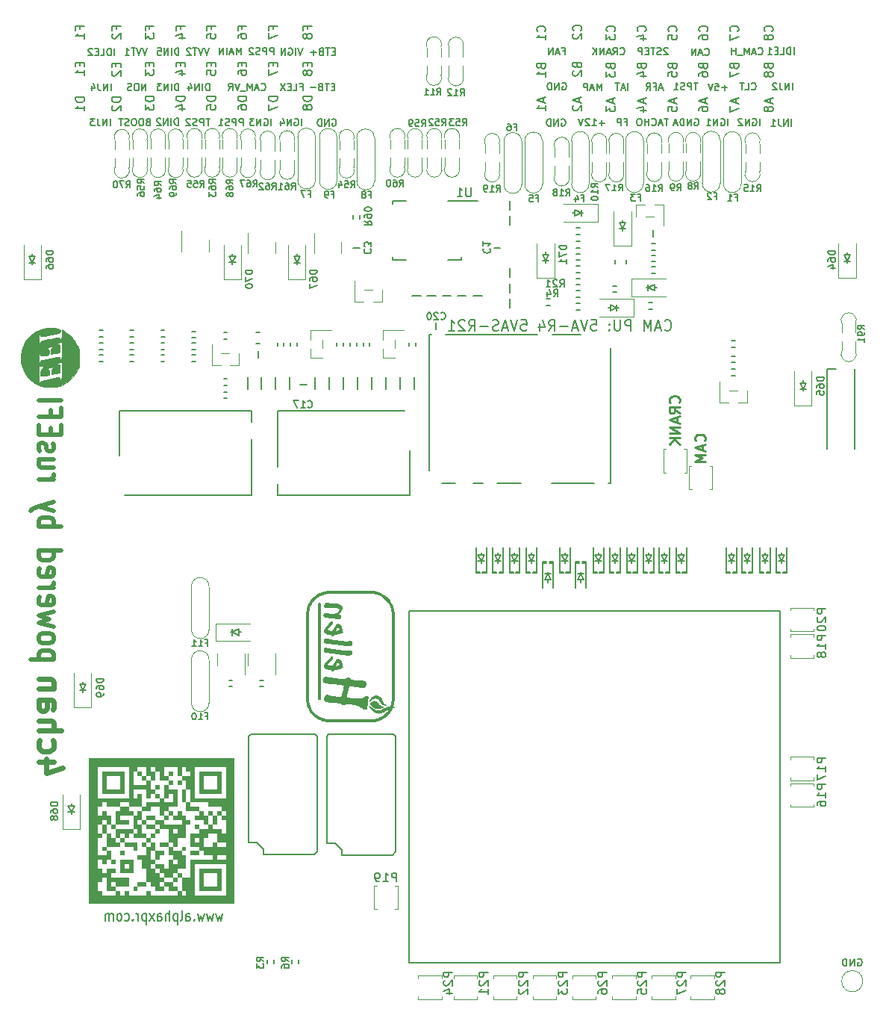
<source format=gbo>
G04 #@! TF.GenerationSoftware,KiCad,Pcbnew,7.0.1-115-g2ece2719d0*
G04 #@! TF.CreationDate,2023-05-11T17:45:56+03:00*
G04 #@! TF.ProjectId,alphax_4ch,616c7068-6178-45f3-9463-682e6b696361,G*
G04 #@! TF.SameCoordinates,PX141f5e0PYa2cace0*
G04 #@! TF.FileFunction,Legend,Bot*
G04 #@! TF.FilePolarity,Positive*
%FSLAX46Y46*%
G04 Gerber Fmt 4.6, Leading zero omitted, Abs format (unit mm)*
G04 Created by KiCad (PCBNEW 7.0.1-115-g2ece2719d0) date 2023-05-11 17:45:56*
%MOMM*%
%LPD*%
G01*
G04 APERTURE LIST*
%ADD10C,0.170000*%
%ADD11C,0.250000*%
%ADD12C,0.200000*%
%ADD13C,0.150000*%
%ADD14C,0.600000*%
%ADD15C,0.500000*%
%ADD16C,0.130000*%
%ADD17C,0.127000*%
%ADD18C,0.099060*%
%ADD19C,0.120000*%
%ADD20C,0.002540*%
%ADD21C,0.203200*%
G04 APERTURE END LIST*
D10*
X84310988Y98699686D02*
X84310988Y99499686D01*
X83510989Y99461591D02*
X83587179Y99499686D01*
X83587179Y99499686D02*
X83701465Y99499686D01*
X83701465Y99499686D02*
X83815751Y99461591D01*
X83815751Y99461591D02*
X83891941Y99385401D01*
X83891941Y99385401D02*
X83930036Y99309210D01*
X83930036Y99309210D02*
X83968132Y99156829D01*
X83968132Y99156829D02*
X83968132Y99042543D01*
X83968132Y99042543D02*
X83930036Y98890162D01*
X83930036Y98890162D02*
X83891941Y98813972D01*
X83891941Y98813972D02*
X83815751Y98737781D01*
X83815751Y98737781D02*
X83701465Y98699686D01*
X83701465Y98699686D02*
X83625274Y98699686D01*
X83625274Y98699686D02*
X83510989Y98737781D01*
X83510989Y98737781D02*
X83472893Y98775877D01*
X83472893Y98775877D02*
X83472893Y99042543D01*
X83472893Y99042543D02*
X83625274Y99042543D01*
X83130036Y98699686D02*
X83130036Y99499686D01*
X83130036Y99499686D02*
X82672893Y98699686D01*
X82672893Y98699686D02*
X82672893Y99499686D01*
X82330037Y99423496D02*
X82291941Y99461591D01*
X82291941Y99461591D02*
X82215751Y99499686D01*
X82215751Y99499686D02*
X82025275Y99499686D01*
X82025275Y99499686D02*
X81949084Y99461591D01*
X81949084Y99461591D02*
X81910989Y99423496D01*
X81910989Y99423496D02*
X81872894Y99347305D01*
X81872894Y99347305D02*
X81872894Y99271115D01*
X81872894Y99271115D02*
X81910989Y99156829D01*
X81910989Y99156829D02*
X82368132Y98699686D01*
X82368132Y98699686D02*
X81872894Y98699686D01*
D11*
X78040857Y62928572D02*
X78098000Y62985715D01*
X78098000Y62985715D02*
X78155142Y63157143D01*
X78155142Y63157143D02*
X78155142Y63271429D01*
X78155142Y63271429D02*
X78098000Y63442858D01*
X78098000Y63442858D02*
X77983714Y63557143D01*
X77983714Y63557143D02*
X77869428Y63614286D01*
X77869428Y63614286D02*
X77640857Y63671429D01*
X77640857Y63671429D02*
X77469428Y63671429D01*
X77469428Y63671429D02*
X77240857Y63614286D01*
X77240857Y63614286D02*
X77126571Y63557143D01*
X77126571Y63557143D02*
X77012285Y63442858D01*
X77012285Y63442858D02*
X76955142Y63271429D01*
X76955142Y63271429D02*
X76955142Y63157143D01*
X76955142Y63157143D02*
X77012285Y62985715D01*
X77012285Y62985715D02*
X77069428Y62928572D01*
X77812285Y62471429D02*
X77812285Y61900000D01*
X78155142Y62585715D02*
X76955142Y62185715D01*
X76955142Y62185715D02*
X78155142Y61785715D01*
X78155142Y61385715D02*
X76955142Y61385715D01*
X76955142Y61385715D02*
X77812285Y60985715D01*
X77812285Y60985715D02*
X76955142Y60585715D01*
X76955142Y60585715D02*
X78155142Y60585715D01*
D10*
X68480493Y106793257D02*
X68518589Y106755161D01*
X68518589Y106755161D02*
X68632874Y106717066D01*
X68632874Y106717066D02*
X68709065Y106717066D01*
X68709065Y106717066D02*
X68823351Y106755161D01*
X68823351Y106755161D02*
X68899541Y106831352D01*
X68899541Y106831352D02*
X68937636Y106907542D01*
X68937636Y106907542D02*
X68975732Y107059923D01*
X68975732Y107059923D02*
X68975732Y107174209D01*
X68975732Y107174209D02*
X68937636Y107326590D01*
X68937636Y107326590D02*
X68899541Y107402781D01*
X68899541Y107402781D02*
X68823351Y107478971D01*
X68823351Y107478971D02*
X68709065Y107517066D01*
X68709065Y107517066D02*
X68632874Y107517066D01*
X68632874Y107517066D02*
X68518589Y107478971D01*
X68518589Y107478971D02*
X68480493Y107440876D01*
X67680493Y106717066D02*
X67947160Y107098019D01*
X68137636Y106717066D02*
X68137636Y107517066D01*
X68137636Y107517066D02*
X67832874Y107517066D01*
X67832874Y107517066D02*
X67756684Y107478971D01*
X67756684Y107478971D02*
X67718589Y107440876D01*
X67718589Y107440876D02*
X67680493Y107364685D01*
X67680493Y107364685D02*
X67680493Y107250400D01*
X67680493Y107250400D02*
X67718589Y107174209D01*
X67718589Y107174209D02*
X67756684Y107136114D01*
X67756684Y107136114D02*
X67832874Y107098019D01*
X67832874Y107098019D02*
X68137636Y107098019D01*
X67375732Y106945638D02*
X66994779Y106945638D01*
X67451922Y106717066D02*
X67185255Y107517066D01*
X67185255Y107517066D02*
X66918589Y106717066D01*
X66651922Y106717066D02*
X66651922Y107517066D01*
X66651922Y107517066D02*
X66194779Y106717066D01*
X66194779Y106717066D02*
X66194779Y107517066D01*
X65813827Y106717066D02*
X65813827Y107517066D01*
X65356684Y106717066D02*
X65699542Y107174209D01*
X65356684Y107517066D02*
X65813827Y107059923D01*
D12*
X73528571Y75561143D02*
X73585714Y75504000D01*
X73585714Y75504000D02*
X73757142Y75446858D01*
X73757142Y75446858D02*
X73871428Y75446858D01*
X73871428Y75446858D02*
X74042857Y75504000D01*
X74042857Y75504000D02*
X74157142Y75618286D01*
X74157142Y75618286D02*
X74214285Y75732572D01*
X74214285Y75732572D02*
X74271428Y75961143D01*
X74271428Y75961143D02*
X74271428Y76132572D01*
X74271428Y76132572D02*
X74214285Y76361143D01*
X74214285Y76361143D02*
X74157142Y76475429D01*
X74157142Y76475429D02*
X74042857Y76589715D01*
X74042857Y76589715D02*
X73871428Y76646858D01*
X73871428Y76646858D02*
X73757142Y76646858D01*
X73757142Y76646858D02*
X73585714Y76589715D01*
X73585714Y76589715D02*
X73528571Y76532572D01*
X73071428Y75789715D02*
X72500000Y75789715D01*
X73185714Y75446858D02*
X72785714Y76646858D01*
X72785714Y76646858D02*
X72385714Y75446858D01*
X71985714Y75446858D02*
X71985714Y76646858D01*
X71985714Y76646858D02*
X71585714Y75789715D01*
X71585714Y75789715D02*
X71185714Y76646858D01*
X71185714Y76646858D02*
X71185714Y75446858D01*
X69699999Y75446858D02*
X69699999Y76646858D01*
X69699999Y76646858D02*
X69242856Y76646858D01*
X69242856Y76646858D02*
X69128571Y76589715D01*
X69128571Y76589715D02*
X69071428Y76532572D01*
X69071428Y76532572D02*
X69014285Y76418286D01*
X69014285Y76418286D02*
X69014285Y76246858D01*
X69014285Y76246858D02*
X69071428Y76132572D01*
X69071428Y76132572D02*
X69128571Y76075429D01*
X69128571Y76075429D02*
X69242856Y76018286D01*
X69242856Y76018286D02*
X69699999Y76018286D01*
X68499999Y76646858D02*
X68499999Y75675429D01*
X68499999Y75675429D02*
X68442856Y75561143D01*
X68442856Y75561143D02*
X68385714Y75504000D01*
X68385714Y75504000D02*
X68271428Y75446858D01*
X68271428Y75446858D02*
X68042856Y75446858D01*
X68042856Y75446858D02*
X67928571Y75504000D01*
X67928571Y75504000D02*
X67871428Y75561143D01*
X67871428Y75561143D02*
X67814285Y75675429D01*
X67814285Y75675429D02*
X67814285Y76646858D01*
X67242856Y75561143D02*
X67185713Y75504000D01*
X67185713Y75504000D02*
X67242856Y75446858D01*
X67242856Y75446858D02*
X67299999Y75504000D01*
X67299999Y75504000D02*
X67242856Y75561143D01*
X67242856Y75561143D02*
X67242856Y75446858D01*
X67242856Y76189715D02*
X67185713Y76132572D01*
X67185713Y76132572D02*
X67242856Y76075429D01*
X67242856Y76075429D02*
X67299999Y76132572D01*
X67299999Y76132572D02*
X67242856Y76189715D01*
X67242856Y76189715D02*
X67242856Y76075429D01*
X65185713Y76646858D02*
X65757141Y76646858D01*
X65757141Y76646858D02*
X65814284Y76075429D01*
X65814284Y76075429D02*
X65757141Y76132572D01*
X65757141Y76132572D02*
X65642856Y76189715D01*
X65642856Y76189715D02*
X65357141Y76189715D01*
X65357141Y76189715D02*
X65242856Y76132572D01*
X65242856Y76132572D02*
X65185713Y76075429D01*
X65185713Y76075429D02*
X65128570Y75961143D01*
X65128570Y75961143D02*
X65128570Y75675429D01*
X65128570Y75675429D02*
X65185713Y75561143D01*
X65185713Y75561143D02*
X65242856Y75504000D01*
X65242856Y75504000D02*
X65357141Y75446858D01*
X65357141Y75446858D02*
X65642856Y75446858D01*
X65642856Y75446858D02*
X65757141Y75504000D01*
X65757141Y75504000D02*
X65814284Y75561143D01*
X64785713Y76646858D02*
X64385713Y75446858D01*
X64385713Y75446858D02*
X63985713Y76646858D01*
X63642856Y75789715D02*
X63071428Y75789715D01*
X63757142Y75446858D02*
X63357142Y76646858D01*
X63357142Y76646858D02*
X62957142Y75446858D01*
X62557142Y75904000D02*
X61642857Y75904000D01*
X60385714Y75446858D02*
X60785714Y76018286D01*
X61071428Y75446858D02*
X61071428Y76646858D01*
X61071428Y76646858D02*
X60614285Y76646858D01*
X60614285Y76646858D02*
X60500000Y76589715D01*
X60500000Y76589715D02*
X60442857Y76532572D01*
X60442857Y76532572D02*
X60385714Y76418286D01*
X60385714Y76418286D02*
X60385714Y76246858D01*
X60385714Y76246858D02*
X60442857Y76132572D01*
X60442857Y76132572D02*
X60500000Y76075429D01*
X60500000Y76075429D02*
X60614285Y76018286D01*
X60614285Y76018286D02*
X61071428Y76018286D01*
X59357143Y76246858D02*
X59357143Y75446858D01*
X59642857Y76704000D02*
X59928571Y75846858D01*
X59928571Y75846858D02*
X59185714Y75846858D01*
X57242857Y76646858D02*
X57814285Y76646858D01*
X57814285Y76646858D02*
X57871428Y76075429D01*
X57871428Y76075429D02*
X57814285Y76132572D01*
X57814285Y76132572D02*
X57700000Y76189715D01*
X57700000Y76189715D02*
X57414285Y76189715D01*
X57414285Y76189715D02*
X57300000Y76132572D01*
X57300000Y76132572D02*
X57242857Y76075429D01*
X57242857Y76075429D02*
X57185714Y75961143D01*
X57185714Y75961143D02*
X57185714Y75675429D01*
X57185714Y75675429D02*
X57242857Y75561143D01*
X57242857Y75561143D02*
X57300000Y75504000D01*
X57300000Y75504000D02*
X57414285Y75446858D01*
X57414285Y75446858D02*
X57700000Y75446858D01*
X57700000Y75446858D02*
X57814285Y75504000D01*
X57814285Y75504000D02*
X57871428Y75561143D01*
X56842857Y76646858D02*
X56442857Y75446858D01*
X56442857Y75446858D02*
X56042857Y76646858D01*
X55700000Y75789715D02*
X55128572Y75789715D01*
X55814286Y75446858D02*
X55414286Y76646858D01*
X55414286Y76646858D02*
X55014286Y75446858D01*
X54671429Y75504000D02*
X54500001Y75446858D01*
X54500001Y75446858D02*
X54214286Y75446858D01*
X54214286Y75446858D02*
X54100001Y75504000D01*
X54100001Y75504000D02*
X54042858Y75561143D01*
X54042858Y75561143D02*
X53985715Y75675429D01*
X53985715Y75675429D02*
X53985715Y75789715D01*
X53985715Y75789715D02*
X54042858Y75904000D01*
X54042858Y75904000D02*
X54100001Y75961143D01*
X54100001Y75961143D02*
X54214286Y76018286D01*
X54214286Y76018286D02*
X54442858Y76075429D01*
X54442858Y76075429D02*
X54557143Y76132572D01*
X54557143Y76132572D02*
X54614286Y76189715D01*
X54614286Y76189715D02*
X54671429Y76304000D01*
X54671429Y76304000D02*
X54671429Y76418286D01*
X54671429Y76418286D02*
X54614286Y76532572D01*
X54614286Y76532572D02*
X54557143Y76589715D01*
X54557143Y76589715D02*
X54442858Y76646858D01*
X54442858Y76646858D02*
X54157143Y76646858D01*
X54157143Y76646858D02*
X53985715Y76589715D01*
X53471429Y75904000D02*
X52557144Y75904000D01*
X51300001Y75446858D02*
X51700001Y76018286D01*
X51985715Y75446858D02*
X51985715Y76646858D01*
X51985715Y76646858D02*
X51528572Y76646858D01*
X51528572Y76646858D02*
X51414287Y76589715D01*
X51414287Y76589715D02*
X51357144Y76532572D01*
X51357144Y76532572D02*
X51300001Y76418286D01*
X51300001Y76418286D02*
X51300001Y76246858D01*
X51300001Y76246858D02*
X51357144Y76132572D01*
X51357144Y76132572D02*
X51414287Y76075429D01*
X51414287Y76075429D02*
X51528572Y76018286D01*
X51528572Y76018286D02*
X51985715Y76018286D01*
X50842858Y76532572D02*
X50785715Y76589715D01*
X50785715Y76589715D02*
X50671430Y76646858D01*
X50671430Y76646858D02*
X50385715Y76646858D01*
X50385715Y76646858D02*
X50271430Y76589715D01*
X50271430Y76589715D02*
X50214287Y76532572D01*
X50214287Y76532572D02*
X50157144Y76418286D01*
X50157144Y76418286D02*
X50157144Y76304000D01*
X50157144Y76304000D02*
X50214287Y76132572D01*
X50214287Y76132572D02*
X50900001Y75446858D01*
X50900001Y75446858D02*
X50157144Y75446858D01*
X49014287Y75446858D02*
X49700001Y75446858D01*
X49357144Y75446858D02*
X49357144Y76646858D01*
X49357144Y76646858D02*
X49471430Y76475429D01*
X49471430Y76475429D02*
X49585715Y76361143D01*
X49585715Y76361143D02*
X49700001Y76304000D01*
D13*
X29081157Y105842522D02*
X29081157Y105509189D01*
X29604967Y105366332D02*
X29604967Y105842522D01*
X29604967Y105842522D02*
X28604967Y105842522D01*
X28604967Y105842522D02*
X28604967Y105366332D01*
X28604967Y105032998D02*
X28604967Y104366332D01*
X28604967Y104366332D02*
X29604967Y104794903D01*
D10*
X25469046Y106729905D02*
X25469046Y107529905D01*
X25469046Y107529905D02*
X25202380Y106958477D01*
X25202380Y106958477D02*
X24935713Y107529905D01*
X24935713Y107529905D02*
X24935713Y106729905D01*
X24592856Y106958477D02*
X24211903Y106958477D01*
X24669046Y106729905D02*
X24402379Y107529905D01*
X24402379Y107529905D02*
X24135713Y106729905D01*
X23869046Y106729905D02*
X23869046Y107529905D01*
X23488094Y106729905D02*
X23488094Y107529905D01*
X23488094Y107529905D02*
X23030951Y106729905D01*
X23030951Y106729905D02*
X23030951Y107529905D01*
D13*
X7181157Y109585380D02*
X7181157Y109918713D01*
X7704967Y109918713D02*
X6704967Y109918713D01*
X6704967Y109918713D02*
X6704967Y109442523D01*
X7704967Y108537761D02*
X7704967Y109109189D01*
X7704967Y108823475D02*
X6704967Y108823475D01*
X6704967Y108823475D02*
X6847824Y108918713D01*
X6847824Y108918713D02*
X6943062Y109013951D01*
X6943062Y109013951D02*
X6990681Y109109189D01*
D10*
X36121428Y107098953D02*
X35854762Y107098953D01*
X35740476Y106679905D02*
X36121428Y106679905D01*
X36121428Y106679905D02*
X36121428Y107479905D01*
X36121428Y107479905D02*
X35740476Y107479905D01*
X35511904Y107479905D02*
X35054761Y107479905D01*
X35283333Y106679905D02*
X35283333Y107479905D01*
X34521428Y107098953D02*
X34407142Y107060858D01*
X34407142Y107060858D02*
X34369047Y107022762D01*
X34369047Y107022762D02*
X34330951Y106946572D01*
X34330951Y106946572D02*
X34330951Y106832286D01*
X34330951Y106832286D02*
X34369047Y106756096D01*
X34369047Y106756096D02*
X34407142Y106718000D01*
X34407142Y106718000D02*
X34483332Y106679905D01*
X34483332Y106679905D02*
X34788094Y106679905D01*
X34788094Y106679905D02*
X34788094Y107479905D01*
X34788094Y107479905D02*
X34521428Y107479905D01*
X34521428Y107479905D02*
X34445237Y107441810D01*
X34445237Y107441810D02*
X34407142Y107403715D01*
X34407142Y107403715D02*
X34369047Y107327524D01*
X34369047Y107327524D02*
X34369047Y107251334D01*
X34369047Y107251334D02*
X34407142Y107175143D01*
X34407142Y107175143D02*
X34445237Y107137048D01*
X34445237Y107137048D02*
X34521428Y107098953D01*
X34521428Y107098953D02*
X34788094Y107098953D01*
X33988094Y106984667D02*
X33378571Y106984667D01*
X33683332Y106679905D02*
X33683332Y107289429D01*
X88206227Y106751956D02*
X88206227Y107551956D01*
X87825275Y106751956D02*
X87825275Y107551956D01*
X87825275Y107551956D02*
X87634799Y107551956D01*
X87634799Y107551956D02*
X87520513Y107513861D01*
X87520513Y107513861D02*
X87444323Y107437671D01*
X87444323Y107437671D02*
X87406228Y107361480D01*
X87406228Y107361480D02*
X87368132Y107209099D01*
X87368132Y107209099D02*
X87368132Y107094813D01*
X87368132Y107094813D02*
X87406228Y106942432D01*
X87406228Y106942432D02*
X87444323Y106866242D01*
X87444323Y106866242D02*
X87520513Y106790051D01*
X87520513Y106790051D02*
X87634799Y106751956D01*
X87634799Y106751956D02*
X87825275Y106751956D01*
X86644323Y106751956D02*
X87025275Y106751956D01*
X87025275Y106751956D02*
X87025275Y107551956D01*
X86377656Y107171004D02*
X86110990Y107171004D01*
X85996704Y106751956D02*
X86377656Y106751956D01*
X86377656Y106751956D02*
X86377656Y107551956D01*
X86377656Y107551956D02*
X85996704Y107551956D01*
X85234799Y106751956D02*
X85691942Y106751956D01*
X85463370Y106751956D02*
X85463370Y107551956D01*
X85463370Y107551956D02*
X85539561Y107437671D01*
X85539561Y107437671D02*
X85615751Y107361480D01*
X85615751Y107361480D02*
X85691942Y107323385D01*
D12*
X23390475Y9344858D02*
X23199999Y8544858D01*
X23199999Y8544858D02*
X23009523Y9116286D01*
X23009523Y9116286D02*
X22819047Y8544858D01*
X22819047Y8544858D02*
X22628571Y9344858D01*
X22342856Y9344858D02*
X22152380Y8544858D01*
X22152380Y8544858D02*
X21961904Y9116286D01*
X21961904Y9116286D02*
X21771428Y8544858D01*
X21771428Y8544858D02*
X21580952Y9344858D01*
X21295237Y9344858D02*
X21104761Y8544858D01*
X21104761Y8544858D02*
X20914285Y9116286D01*
X20914285Y9116286D02*
X20723809Y8544858D01*
X20723809Y8544858D02*
X20533333Y9344858D01*
X20152380Y8659143D02*
X20104761Y8602000D01*
X20104761Y8602000D02*
X20152380Y8544858D01*
X20152380Y8544858D02*
X20199999Y8602000D01*
X20199999Y8602000D02*
X20152380Y8659143D01*
X20152380Y8659143D02*
X20152380Y8544858D01*
X19247619Y8544858D02*
X19247619Y9173429D01*
X19247619Y9173429D02*
X19295238Y9287715D01*
X19295238Y9287715D02*
X19390476Y9344858D01*
X19390476Y9344858D02*
X19580952Y9344858D01*
X19580952Y9344858D02*
X19676190Y9287715D01*
X19247619Y8602000D02*
X19342857Y8544858D01*
X19342857Y8544858D02*
X19580952Y8544858D01*
X19580952Y8544858D02*
X19676190Y8602000D01*
X19676190Y8602000D02*
X19723809Y8716286D01*
X19723809Y8716286D02*
X19723809Y8830572D01*
X19723809Y8830572D02*
X19676190Y8944858D01*
X19676190Y8944858D02*
X19580952Y9002000D01*
X19580952Y9002000D02*
X19342857Y9002000D01*
X19342857Y9002000D02*
X19247619Y9059143D01*
X18628571Y8544858D02*
X18723809Y8602000D01*
X18723809Y8602000D02*
X18771428Y8716286D01*
X18771428Y8716286D02*
X18771428Y9744858D01*
X18247618Y9344858D02*
X18247618Y8144858D01*
X18247618Y9287715D02*
X18152380Y9344858D01*
X18152380Y9344858D02*
X17961904Y9344858D01*
X17961904Y9344858D02*
X17866666Y9287715D01*
X17866666Y9287715D02*
X17819047Y9230572D01*
X17819047Y9230572D02*
X17771428Y9116286D01*
X17771428Y9116286D02*
X17771428Y8773429D01*
X17771428Y8773429D02*
X17819047Y8659143D01*
X17819047Y8659143D02*
X17866666Y8602000D01*
X17866666Y8602000D02*
X17961904Y8544858D01*
X17961904Y8544858D02*
X18152380Y8544858D01*
X18152380Y8544858D02*
X18247618Y8602000D01*
X17342856Y8544858D02*
X17342856Y9744858D01*
X16914285Y8544858D02*
X16914285Y9173429D01*
X16914285Y9173429D02*
X16961904Y9287715D01*
X16961904Y9287715D02*
X17057142Y9344858D01*
X17057142Y9344858D02*
X17199999Y9344858D01*
X17199999Y9344858D02*
X17295237Y9287715D01*
X17295237Y9287715D02*
X17342856Y9230572D01*
X16009523Y8544858D02*
X16009523Y9173429D01*
X16009523Y9173429D02*
X16057142Y9287715D01*
X16057142Y9287715D02*
X16152380Y9344858D01*
X16152380Y9344858D02*
X16342856Y9344858D01*
X16342856Y9344858D02*
X16438094Y9287715D01*
X16009523Y8602000D02*
X16104761Y8544858D01*
X16104761Y8544858D02*
X16342856Y8544858D01*
X16342856Y8544858D02*
X16438094Y8602000D01*
X16438094Y8602000D02*
X16485713Y8716286D01*
X16485713Y8716286D02*
X16485713Y8830572D01*
X16485713Y8830572D02*
X16438094Y8944858D01*
X16438094Y8944858D02*
X16342856Y9002000D01*
X16342856Y9002000D02*
X16104761Y9002000D01*
X16104761Y9002000D02*
X16009523Y9059143D01*
X15628570Y8544858D02*
X15104761Y9344858D01*
X15628570Y9344858D02*
X15104761Y8544858D01*
X14723808Y9344858D02*
X14723808Y8144858D01*
X14723808Y9287715D02*
X14628570Y9344858D01*
X14628570Y9344858D02*
X14438094Y9344858D01*
X14438094Y9344858D02*
X14342856Y9287715D01*
X14342856Y9287715D02*
X14295237Y9230572D01*
X14295237Y9230572D02*
X14247618Y9116286D01*
X14247618Y9116286D02*
X14247618Y8773429D01*
X14247618Y8773429D02*
X14295237Y8659143D01*
X14295237Y8659143D02*
X14342856Y8602000D01*
X14342856Y8602000D02*
X14438094Y8544858D01*
X14438094Y8544858D02*
X14628570Y8544858D01*
X14628570Y8544858D02*
X14723808Y8602000D01*
X13819046Y8544858D02*
X13819046Y9344858D01*
X13819046Y9116286D02*
X13771427Y9230572D01*
X13771427Y9230572D02*
X13723808Y9287715D01*
X13723808Y9287715D02*
X13628570Y9344858D01*
X13628570Y9344858D02*
X13533332Y9344858D01*
X13199998Y8659143D02*
X13152379Y8602000D01*
X13152379Y8602000D02*
X13199998Y8544858D01*
X13199998Y8544858D02*
X13247617Y8602000D01*
X13247617Y8602000D02*
X13199998Y8659143D01*
X13199998Y8659143D02*
X13199998Y8544858D01*
X12295237Y8602000D02*
X12390475Y8544858D01*
X12390475Y8544858D02*
X12580951Y8544858D01*
X12580951Y8544858D02*
X12676189Y8602000D01*
X12676189Y8602000D02*
X12723808Y8659143D01*
X12723808Y8659143D02*
X12771427Y8773429D01*
X12771427Y8773429D02*
X12771427Y9116286D01*
X12771427Y9116286D02*
X12723808Y9230572D01*
X12723808Y9230572D02*
X12676189Y9287715D01*
X12676189Y9287715D02*
X12580951Y9344858D01*
X12580951Y9344858D02*
X12390475Y9344858D01*
X12390475Y9344858D02*
X12295237Y9287715D01*
X11723808Y8544858D02*
X11819046Y8602000D01*
X11819046Y8602000D02*
X11866665Y8659143D01*
X11866665Y8659143D02*
X11914284Y8773429D01*
X11914284Y8773429D02*
X11914284Y9116286D01*
X11914284Y9116286D02*
X11866665Y9230572D01*
X11866665Y9230572D02*
X11819046Y9287715D01*
X11819046Y9287715D02*
X11723808Y9344858D01*
X11723808Y9344858D02*
X11580951Y9344858D01*
X11580951Y9344858D02*
X11485713Y9287715D01*
X11485713Y9287715D02*
X11438094Y9230572D01*
X11438094Y9230572D02*
X11390475Y9116286D01*
X11390475Y9116286D02*
X11390475Y8773429D01*
X11390475Y8773429D02*
X11438094Y8659143D01*
X11438094Y8659143D02*
X11485713Y8602000D01*
X11485713Y8602000D02*
X11580951Y8544858D01*
X11580951Y8544858D02*
X11723808Y8544858D01*
X10961903Y8544858D02*
X10961903Y9344858D01*
X10961903Y9230572D02*
X10914284Y9287715D01*
X10914284Y9287715D02*
X10819046Y9344858D01*
X10819046Y9344858D02*
X10676189Y9344858D01*
X10676189Y9344858D02*
X10580951Y9287715D01*
X10580951Y9287715D02*
X10533332Y9173429D01*
X10533332Y9173429D02*
X10533332Y8544858D01*
X10533332Y9173429D02*
X10485713Y9287715D01*
X10485713Y9287715D02*
X10390475Y9344858D01*
X10390475Y9344858D02*
X10247618Y9344858D01*
X10247618Y9344858D02*
X10152379Y9287715D01*
X10152379Y9287715D02*
X10104760Y9173429D01*
X10104760Y9173429D02*
X10104760Y8544858D01*
D13*
X25581157Y109585380D02*
X25581157Y109918713D01*
X26104967Y109918713D02*
X25104967Y109918713D01*
X25104967Y109918713D02*
X25104967Y109442523D01*
X25104967Y108632999D02*
X25104967Y108823475D01*
X25104967Y108823475D02*
X25152586Y108918713D01*
X25152586Y108918713D02*
X25200205Y108966332D01*
X25200205Y108966332D02*
X25343062Y109061570D01*
X25343062Y109061570D02*
X25533538Y109109189D01*
X25533538Y109109189D02*
X25914490Y109109189D01*
X25914490Y109109189D02*
X26009728Y109061570D01*
X26009728Y109061570D02*
X26057348Y109013951D01*
X26057348Y109013951D02*
X26104967Y108918713D01*
X26104967Y108918713D02*
X26104967Y108728237D01*
X26104967Y108728237D02*
X26057348Y108632999D01*
X26057348Y108632999D02*
X26009728Y108585380D01*
X26009728Y108585380D02*
X25914490Y108537761D01*
X25914490Y108537761D02*
X25676395Y108537761D01*
X25676395Y108537761D02*
X25581157Y108585380D01*
X25581157Y108585380D02*
X25533538Y108632999D01*
X25533538Y108632999D02*
X25485919Y108728237D01*
X25485919Y108728237D02*
X25485919Y108918713D01*
X25485919Y108918713D02*
X25533538Y109013951D01*
X25533538Y109013951D02*
X25581157Y109061570D01*
X25581157Y109061570D02*
X25676395Y109109189D01*
X33504967Y101990141D02*
X32504967Y101990141D01*
X32504967Y101990141D02*
X32504967Y101752046D01*
X32504967Y101752046D02*
X32552586Y101609189D01*
X32552586Y101609189D02*
X32647824Y101513951D01*
X32647824Y101513951D02*
X32743062Y101466332D01*
X32743062Y101466332D02*
X32933538Y101418713D01*
X32933538Y101418713D02*
X33076395Y101418713D01*
X33076395Y101418713D02*
X33266871Y101466332D01*
X33266871Y101466332D02*
X33362109Y101513951D01*
X33362109Y101513951D02*
X33457348Y101609189D01*
X33457348Y101609189D02*
X33504967Y101752046D01*
X33504967Y101752046D02*
X33504967Y101990141D01*
X32933538Y100847284D02*
X32885919Y100942522D01*
X32885919Y100942522D02*
X32838300Y100990141D01*
X32838300Y100990141D02*
X32743062Y101037760D01*
X32743062Y101037760D02*
X32695443Y101037760D01*
X32695443Y101037760D02*
X32600205Y100990141D01*
X32600205Y100990141D02*
X32552586Y100942522D01*
X32552586Y100942522D02*
X32504967Y100847284D01*
X32504967Y100847284D02*
X32504967Y100656808D01*
X32504967Y100656808D02*
X32552586Y100561570D01*
X32552586Y100561570D02*
X32600205Y100513951D01*
X32600205Y100513951D02*
X32695443Y100466332D01*
X32695443Y100466332D02*
X32743062Y100466332D01*
X32743062Y100466332D02*
X32838300Y100513951D01*
X32838300Y100513951D02*
X32885919Y100561570D01*
X32885919Y100561570D02*
X32933538Y100656808D01*
X32933538Y100656808D02*
X32933538Y100847284D01*
X32933538Y100847284D02*
X32981157Y100942522D01*
X32981157Y100942522D02*
X33028776Y100990141D01*
X33028776Y100990141D02*
X33124014Y101037760D01*
X33124014Y101037760D02*
X33314490Y101037760D01*
X33314490Y101037760D02*
X33409728Y100990141D01*
X33409728Y100990141D02*
X33457348Y100942522D01*
X33457348Y100942522D02*
X33504967Y100847284D01*
X33504967Y100847284D02*
X33504967Y100656808D01*
X33504967Y100656808D02*
X33457348Y100561570D01*
X33457348Y100561570D02*
X33409728Y100513951D01*
X33409728Y100513951D02*
X33314490Y100466332D01*
X33314490Y100466332D02*
X33124014Y100466332D01*
X33124014Y100466332D02*
X33028776Y100513951D01*
X33028776Y100513951D02*
X32981157Y100561570D01*
X32981157Y100561570D02*
X32933538Y100656808D01*
D10*
X14845237Y107479905D02*
X14578570Y106679905D01*
X14578570Y106679905D02*
X14311904Y107479905D01*
X14159523Y107479905D02*
X13892856Y106679905D01*
X13892856Y106679905D02*
X13626190Y107479905D01*
X13473809Y107479905D02*
X13016666Y107479905D01*
X13245238Y106679905D02*
X13245238Y107479905D01*
X12330952Y106679905D02*
X12788095Y106679905D01*
X12559523Y106679905D02*
X12559523Y107479905D01*
X12559523Y107479905D02*
X12635714Y107365620D01*
X12635714Y107365620D02*
X12711904Y107289429D01*
X12711904Y107289429D02*
X12788095Y107251334D01*
X18349999Y98729905D02*
X18349999Y99529905D01*
X18349999Y99529905D02*
X18159523Y99529905D01*
X18159523Y99529905D02*
X18045237Y99491810D01*
X18045237Y99491810D02*
X17969047Y99415620D01*
X17969047Y99415620D02*
X17930952Y99339429D01*
X17930952Y99339429D02*
X17892856Y99187048D01*
X17892856Y99187048D02*
X17892856Y99072762D01*
X17892856Y99072762D02*
X17930952Y98920381D01*
X17930952Y98920381D02*
X17969047Y98844191D01*
X17969047Y98844191D02*
X18045237Y98768000D01*
X18045237Y98768000D02*
X18159523Y98729905D01*
X18159523Y98729905D02*
X18349999Y98729905D01*
X17549999Y98729905D02*
X17549999Y99529905D01*
X17169047Y98729905D02*
X17169047Y99529905D01*
X17169047Y99529905D02*
X16711904Y98729905D01*
X16711904Y98729905D02*
X16711904Y99529905D01*
X16369048Y99453715D02*
X16330952Y99491810D01*
X16330952Y99491810D02*
X16254762Y99529905D01*
X16254762Y99529905D02*
X16064286Y99529905D01*
X16064286Y99529905D02*
X15988095Y99491810D01*
X15988095Y99491810D02*
X15950000Y99453715D01*
X15950000Y99453715D02*
X15911905Y99377524D01*
X15911905Y99377524D02*
X15911905Y99301334D01*
X15911905Y99301334D02*
X15950000Y99187048D01*
X15950000Y99187048D02*
X16407143Y98729905D01*
X16407143Y98729905D02*
X15911905Y98729905D01*
D13*
X7181157Y105842522D02*
X7181157Y105509189D01*
X7704967Y105366332D02*
X7704967Y105842522D01*
X7704967Y105842522D02*
X6704967Y105842522D01*
X6704967Y105842522D02*
X6704967Y105366332D01*
X7704967Y104413951D02*
X7704967Y104985379D01*
X7704967Y104699665D02*
X6704967Y104699665D01*
X6704967Y104699665D02*
X6847824Y104794903D01*
X6847824Y104794903D02*
X6943062Y104890141D01*
X6943062Y104890141D02*
X6990681Y104985379D01*
X11804967Y101890141D02*
X10804967Y101890141D01*
X10804967Y101890141D02*
X10804967Y101652046D01*
X10804967Y101652046D02*
X10852586Y101509189D01*
X10852586Y101509189D02*
X10947824Y101413951D01*
X10947824Y101413951D02*
X11043062Y101366332D01*
X11043062Y101366332D02*
X11233538Y101318713D01*
X11233538Y101318713D02*
X11376395Y101318713D01*
X11376395Y101318713D02*
X11566871Y101366332D01*
X11566871Y101366332D02*
X11662109Y101413951D01*
X11662109Y101413951D02*
X11757348Y101509189D01*
X11757348Y101509189D02*
X11804967Y101652046D01*
X11804967Y101652046D02*
X11804967Y101890141D01*
X10900205Y100937760D02*
X10852586Y100890141D01*
X10852586Y100890141D02*
X10804967Y100794903D01*
X10804967Y100794903D02*
X10804967Y100556808D01*
X10804967Y100556808D02*
X10852586Y100461570D01*
X10852586Y100461570D02*
X10900205Y100413951D01*
X10900205Y100413951D02*
X10995443Y100366332D01*
X10995443Y100366332D02*
X11090681Y100366332D01*
X11090681Y100366332D02*
X11233538Y100413951D01*
X11233538Y100413951D02*
X11804967Y100985379D01*
X11804967Y100985379D02*
X11804967Y100366332D01*
D10*
X11116666Y106629905D02*
X11116666Y107429905D01*
X10735714Y106629905D02*
X10735714Y107429905D01*
X10735714Y107429905D02*
X10545238Y107429905D01*
X10545238Y107429905D02*
X10430952Y107391810D01*
X10430952Y107391810D02*
X10354762Y107315620D01*
X10354762Y107315620D02*
X10316667Y107239429D01*
X10316667Y107239429D02*
X10278571Y107087048D01*
X10278571Y107087048D02*
X10278571Y106972762D01*
X10278571Y106972762D02*
X10316667Y106820381D01*
X10316667Y106820381D02*
X10354762Y106744191D01*
X10354762Y106744191D02*
X10430952Y106668000D01*
X10430952Y106668000D02*
X10545238Y106629905D01*
X10545238Y106629905D02*
X10735714Y106629905D01*
X9554762Y106629905D02*
X9935714Y106629905D01*
X9935714Y106629905D02*
X9935714Y107429905D01*
X9288095Y107048953D02*
X9021429Y107048953D01*
X8907143Y106629905D02*
X9288095Y106629905D01*
X9288095Y106629905D02*
X9288095Y107429905D01*
X9288095Y107429905D02*
X8907143Y107429905D01*
X8602381Y107353715D02*
X8564285Y107391810D01*
X8564285Y107391810D02*
X8488095Y107429905D01*
X8488095Y107429905D02*
X8297619Y107429905D01*
X8297619Y107429905D02*
X8221428Y107391810D01*
X8221428Y107391810D02*
X8183333Y107353715D01*
X8183333Y107353715D02*
X8145238Y107277524D01*
X8145238Y107277524D02*
X8145238Y107201334D01*
X8145238Y107201334D02*
X8183333Y107087048D01*
X8183333Y107087048D02*
X8640476Y106629905D01*
X8640476Y106629905D02*
X8145238Y106629905D01*
D13*
X29081157Y109585380D02*
X29081157Y109918713D01*
X29604967Y109918713D02*
X28604967Y109918713D01*
X28604967Y109918713D02*
X28604967Y109442523D01*
X28604967Y109156808D02*
X28604967Y108490142D01*
X28604967Y108490142D02*
X29604967Y108918713D01*
D10*
X32476189Y107479905D02*
X32209522Y106679905D01*
X32209522Y106679905D02*
X31942856Y107479905D01*
X31676189Y106679905D02*
X31676189Y107479905D01*
X30876190Y107441810D02*
X30952380Y107479905D01*
X30952380Y107479905D02*
X31066666Y107479905D01*
X31066666Y107479905D02*
X31180952Y107441810D01*
X31180952Y107441810D02*
X31257142Y107365620D01*
X31257142Y107365620D02*
X31295237Y107289429D01*
X31295237Y107289429D02*
X31333333Y107137048D01*
X31333333Y107137048D02*
X31333333Y107022762D01*
X31333333Y107022762D02*
X31295237Y106870381D01*
X31295237Y106870381D02*
X31257142Y106794191D01*
X31257142Y106794191D02*
X31180952Y106718000D01*
X31180952Y106718000D02*
X31066666Y106679905D01*
X31066666Y106679905D02*
X30990475Y106679905D01*
X30990475Y106679905D02*
X30876190Y106718000D01*
X30876190Y106718000D02*
X30838094Y106756096D01*
X30838094Y106756096D02*
X30838094Y107022762D01*
X30838094Y107022762D02*
X30990475Y107022762D01*
X30495237Y106679905D02*
X30495237Y107479905D01*
X30495237Y107479905D02*
X30038094Y106679905D01*
X30038094Y106679905D02*
X30038094Y107479905D01*
D13*
X18581157Y105842522D02*
X18581157Y105509189D01*
X19104967Y105366332D02*
X19104967Y105842522D01*
X19104967Y105842522D02*
X18104967Y105842522D01*
X18104967Y105842522D02*
X18104967Y105366332D01*
X18438300Y104509189D02*
X19104967Y104509189D01*
X18057348Y104747284D02*
X18771633Y104985379D01*
X18771633Y104985379D02*
X18771633Y104366332D01*
X25581157Y105842522D02*
X25581157Y105509189D01*
X26104967Y105366332D02*
X26104967Y105842522D01*
X26104967Y105842522D02*
X25104967Y105842522D01*
X25104967Y105842522D02*
X25104967Y105366332D01*
X25104967Y104509189D02*
X25104967Y104699665D01*
X25104967Y104699665D02*
X25152586Y104794903D01*
X25152586Y104794903D02*
X25200205Y104842522D01*
X25200205Y104842522D02*
X25343062Y104937760D01*
X25343062Y104937760D02*
X25533538Y104985379D01*
X25533538Y104985379D02*
X25914490Y104985379D01*
X25914490Y104985379D02*
X26009728Y104937760D01*
X26009728Y104937760D02*
X26057348Y104890141D01*
X26057348Y104890141D02*
X26104967Y104794903D01*
X26104967Y104794903D02*
X26104967Y104604427D01*
X26104967Y104604427D02*
X26057348Y104509189D01*
X26057348Y104509189D02*
X26009728Y104461570D01*
X26009728Y104461570D02*
X25914490Y104413951D01*
X25914490Y104413951D02*
X25676395Y104413951D01*
X25676395Y104413951D02*
X25581157Y104461570D01*
X25581157Y104461570D02*
X25533538Y104509189D01*
X25533538Y104509189D02*
X25485919Y104604427D01*
X25485919Y104604427D02*
X25485919Y104794903D01*
X25485919Y104794903D02*
X25533538Y104890141D01*
X25533538Y104890141D02*
X25581157Y104937760D01*
X25581157Y104937760D02*
X25676395Y104985379D01*
D10*
X36071428Y103098953D02*
X35804762Y103098953D01*
X35690476Y102679905D02*
X36071428Y102679905D01*
X36071428Y102679905D02*
X36071428Y103479905D01*
X36071428Y103479905D02*
X35690476Y103479905D01*
X35461904Y103479905D02*
X35004761Y103479905D01*
X35233333Y102679905D02*
X35233333Y103479905D01*
X34471428Y103098953D02*
X34357142Y103060858D01*
X34357142Y103060858D02*
X34319047Y103022762D01*
X34319047Y103022762D02*
X34280951Y102946572D01*
X34280951Y102946572D02*
X34280951Y102832286D01*
X34280951Y102832286D02*
X34319047Y102756096D01*
X34319047Y102756096D02*
X34357142Y102718000D01*
X34357142Y102718000D02*
X34433332Y102679905D01*
X34433332Y102679905D02*
X34738094Y102679905D01*
X34738094Y102679905D02*
X34738094Y103479905D01*
X34738094Y103479905D02*
X34471428Y103479905D01*
X34471428Y103479905D02*
X34395237Y103441810D01*
X34395237Y103441810D02*
X34357142Y103403715D01*
X34357142Y103403715D02*
X34319047Y103327524D01*
X34319047Y103327524D02*
X34319047Y103251334D01*
X34319047Y103251334D02*
X34357142Y103175143D01*
X34357142Y103175143D02*
X34395237Y103137048D01*
X34395237Y103137048D02*
X34471428Y103098953D01*
X34471428Y103098953D02*
X34738094Y103098953D01*
X33938094Y102984667D02*
X33328571Y102984667D01*
D13*
X29604967Y101990141D02*
X28604967Y101990141D01*
X28604967Y101990141D02*
X28604967Y101752046D01*
X28604967Y101752046D02*
X28652586Y101609189D01*
X28652586Y101609189D02*
X28747824Y101513951D01*
X28747824Y101513951D02*
X28843062Y101466332D01*
X28843062Y101466332D02*
X29033538Y101418713D01*
X29033538Y101418713D02*
X29176395Y101418713D01*
X29176395Y101418713D02*
X29366871Y101466332D01*
X29366871Y101466332D02*
X29462109Y101513951D01*
X29462109Y101513951D02*
X29557348Y101609189D01*
X29557348Y101609189D02*
X29604967Y101752046D01*
X29604967Y101752046D02*
X29604967Y101990141D01*
X28604967Y101085379D02*
X28604967Y100418713D01*
X28604967Y100418713D02*
X29604967Y100847284D01*
D14*
X4230523Y26533334D02*
X2497190Y26533334D01*
X5221000Y25914286D02*
X3363857Y25295239D01*
X3363857Y25295239D02*
X3363857Y26904762D01*
X2621000Y29009524D02*
X2497190Y28761905D01*
X2497190Y28761905D02*
X2497190Y28266667D01*
X2497190Y28266667D02*
X2621000Y28019048D01*
X2621000Y28019048D02*
X2744809Y27895238D01*
X2744809Y27895238D02*
X2992428Y27771429D01*
X2992428Y27771429D02*
X3735285Y27771429D01*
X3735285Y27771429D02*
X3982904Y27895238D01*
X3982904Y27895238D02*
X4106714Y28019048D01*
X4106714Y28019048D02*
X4230523Y28266667D01*
X4230523Y28266667D02*
X4230523Y28761905D01*
X4230523Y28761905D02*
X4106714Y29009524D01*
X2497190Y30123809D02*
X5097190Y30123809D01*
X2497190Y31238095D02*
X3859095Y31238095D01*
X3859095Y31238095D02*
X4106714Y31114285D01*
X4106714Y31114285D02*
X4230523Y30866666D01*
X4230523Y30866666D02*
X4230523Y30495238D01*
X4230523Y30495238D02*
X4106714Y30247619D01*
X4106714Y30247619D02*
X3982904Y30123809D01*
X2497190Y33590476D02*
X3859095Y33590476D01*
X3859095Y33590476D02*
X4106714Y33466666D01*
X4106714Y33466666D02*
X4230523Y33219047D01*
X4230523Y33219047D02*
X4230523Y32723809D01*
X4230523Y32723809D02*
X4106714Y32476190D01*
X2621000Y33590476D02*
X2497190Y33342857D01*
X2497190Y33342857D02*
X2497190Y32723809D01*
X2497190Y32723809D02*
X2621000Y32476190D01*
X2621000Y32476190D02*
X2868619Y32352381D01*
X2868619Y32352381D02*
X3116238Y32352381D01*
X3116238Y32352381D02*
X3363857Y32476190D01*
X3363857Y32476190D02*
X3487666Y32723809D01*
X3487666Y32723809D02*
X3487666Y33342857D01*
X3487666Y33342857D02*
X3611476Y33590476D01*
X4230523Y34828571D02*
X2497190Y34828571D01*
X3982904Y34828571D02*
X4106714Y34952381D01*
X4106714Y34952381D02*
X4230523Y35200000D01*
X4230523Y35200000D02*
X4230523Y35571428D01*
X4230523Y35571428D02*
X4106714Y35819047D01*
X4106714Y35819047D02*
X3859095Y35942857D01*
X3859095Y35942857D02*
X2497190Y35942857D01*
D10*
X32202381Y103098953D02*
X32469047Y103098953D01*
X32469047Y102679905D02*
X32469047Y103479905D01*
X32469047Y103479905D02*
X32088095Y103479905D01*
X31402381Y102679905D02*
X31783333Y102679905D01*
X31783333Y102679905D02*
X31783333Y103479905D01*
X31135714Y103098953D02*
X30869048Y103098953D01*
X30754762Y102679905D02*
X31135714Y102679905D01*
X31135714Y102679905D02*
X31135714Y103479905D01*
X31135714Y103479905D02*
X30754762Y103479905D01*
X30488095Y103479905D02*
X29954761Y102679905D01*
X29954761Y103479905D02*
X30488095Y102679905D01*
X27749999Y102756096D02*
X27788095Y102718000D01*
X27788095Y102718000D02*
X27902380Y102679905D01*
X27902380Y102679905D02*
X27978571Y102679905D01*
X27978571Y102679905D02*
X28092857Y102718000D01*
X28092857Y102718000D02*
X28169047Y102794191D01*
X28169047Y102794191D02*
X28207142Y102870381D01*
X28207142Y102870381D02*
X28245238Y103022762D01*
X28245238Y103022762D02*
X28245238Y103137048D01*
X28245238Y103137048D02*
X28207142Y103289429D01*
X28207142Y103289429D02*
X28169047Y103365620D01*
X28169047Y103365620D02*
X28092857Y103441810D01*
X28092857Y103441810D02*
X27978571Y103479905D01*
X27978571Y103479905D02*
X27902380Y103479905D01*
X27902380Y103479905D02*
X27788095Y103441810D01*
X27788095Y103441810D02*
X27749999Y103403715D01*
X27445238Y102908477D02*
X27064285Y102908477D01*
X27521428Y102679905D02*
X27254761Y103479905D01*
X27254761Y103479905D02*
X26988095Y102679905D01*
X26721428Y102679905D02*
X26721428Y103479905D01*
X26721428Y103479905D02*
X26454762Y102908477D01*
X26454762Y102908477D02*
X26188095Y103479905D01*
X26188095Y103479905D02*
X26188095Y102679905D01*
X25997619Y102603715D02*
X25388095Y102603715D01*
X25311904Y103479905D02*
X25045237Y102679905D01*
X25045237Y102679905D02*
X24778571Y103479905D01*
X24054761Y102679905D02*
X24321428Y103060858D01*
X24511904Y102679905D02*
X24511904Y103479905D01*
X24511904Y103479905D02*
X24207142Y103479905D01*
X24207142Y103479905D02*
X24130952Y103441810D01*
X24130952Y103441810D02*
X24092857Y103403715D01*
X24092857Y103403715D02*
X24054761Y103327524D01*
X24054761Y103327524D02*
X24054761Y103213239D01*
X24054761Y103213239D02*
X24092857Y103137048D01*
X24092857Y103137048D02*
X24130952Y103098953D01*
X24130952Y103098953D02*
X24207142Y103060858D01*
X24207142Y103060858D02*
X24511904Y103060858D01*
X14916666Y99098953D02*
X14802380Y99060858D01*
X14802380Y99060858D02*
X14764285Y99022762D01*
X14764285Y99022762D02*
X14726189Y98946572D01*
X14726189Y98946572D02*
X14726189Y98832286D01*
X14726189Y98832286D02*
X14764285Y98756096D01*
X14764285Y98756096D02*
X14802380Y98718000D01*
X14802380Y98718000D02*
X14878570Y98679905D01*
X14878570Y98679905D02*
X15183332Y98679905D01*
X15183332Y98679905D02*
X15183332Y99479905D01*
X15183332Y99479905D02*
X14916666Y99479905D01*
X14916666Y99479905D02*
X14840475Y99441810D01*
X14840475Y99441810D02*
X14802380Y99403715D01*
X14802380Y99403715D02*
X14764285Y99327524D01*
X14764285Y99327524D02*
X14764285Y99251334D01*
X14764285Y99251334D02*
X14802380Y99175143D01*
X14802380Y99175143D02*
X14840475Y99137048D01*
X14840475Y99137048D02*
X14916666Y99098953D01*
X14916666Y99098953D02*
X15183332Y99098953D01*
X14230951Y99479905D02*
X14078570Y99479905D01*
X14078570Y99479905D02*
X14002380Y99441810D01*
X14002380Y99441810D02*
X13926189Y99365620D01*
X13926189Y99365620D02*
X13888094Y99213239D01*
X13888094Y99213239D02*
X13888094Y98946572D01*
X13888094Y98946572D02*
X13926189Y98794191D01*
X13926189Y98794191D02*
X14002380Y98718000D01*
X14002380Y98718000D02*
X14078570Y98679905D01*
X14078570Y98679905D02*
X14230951Y98679905D01*
X14230951Y98679905D02*
X14307142Y98718000D01*
X14307142Y98718000D02*
X14383332Y98794191D01*
X14383332Y98794191D02*
X14421428Y98946572D01*
X14421428Y98946572D02*
X14421428Y99213239D01*
X14421428Y99213239D02*
X14383332Y99365620D01*
X14383332Y99365620D02*
X14307142Y99441810D01*
X14307142Y99441810D02*
X14230951Y99479905D01*
X13392856Y99479905D02*
X13240475Y99479905D01*
X13240475Y99479905D02*
X13164285Y99441810D01*
X13164285Y99441810D02*
X13088094Y99365620D01*
X13088094Y99365620D02*
X13049999Y99213239D01*
X13049999Y99213239D02*
X13049999Y98946572D01*
X13049999Y98946572D02*
X13088094Y98794191D01*
X13088094Y98794191D02*
X13164285Y98718000D01*
X13164285Y98718000D02*
X13240475Y98679905D01*
X13240475Y98679905D02*
X13392856Y98679905D01*
X13392856Y98679905D02*
X13469047Y98718000D01*
X13469047Y98718000D02*
X13545237Y98794191D01*
X13545237Y98794191D02*
X13583333Y98946572D01*
X13583333Y98946572D02*
X13583333Y99213239D01*
X13583333Y99213239D02*
X13545237Y99365620D01*
X13545237Y99365620D02*
X13469047Y99441810D01*
X13469047Y99441810D02*
X13392856Y99479905D01*
X12745238Y98718000D02*
X12630952Y98679905D01*
X12630952Y98679905D02*
X12440476Y98679905D01*
X12440476Y98679905D02*
X12364285Y98718000D01*
X12364285Y98718000D02*
X12326190Y98756096D01*
X12326190Y98756096D02*
X12288095Y98832286D01*
X12288095Y98832286D02*
X12288095Y98908477D01*
X12288095Y98908477D02*
X12326190Y98984667D01*
X12326190Y98984667D02*
X12364285Y99022762D01*
X12364285Y99022762D02*
X12440476Y99060858D01*
X12440476Y99060858D02*
X12592857Y99098953D01*
X12592857Y99098953D02*
X12669047Y99137048D01*
X12669047Y99137048D02*
X12707142Y99175143D01*
X12707142Y99175143D02*
X12745238Y99251334D01*
X12745238Y99251334D02*
X12745238Y99327524D01*
X12745238Y99327524D02*
X12707142Y99403715D01*
X12707142Y99403715D02*
X12669047Y99441810D01*
X12669047Y99441810D02*
X12592857Y99479905D01*
X12592857Y99479905D02*
X12402380Y99479905D01*
X12402380Y99479905D02*
X12288095Y99441810D01*
X12059523Y99479905D02*
X11602380Y99479905D01*
X11830952Y98679905D02*
X11830952Y99479905D01*
X35809523Y99391810D02*
X35885713Y99429905D01*
X35885713Y99429905D02*
X35999999Y99429905D01*
X35999999Y99429905D02*
X36114285Y99391810D01*
X36114285Y99391810D02*
X36190475Y99315620D01*
X36190475Y99315620D02*
X36228570Y99239429D01*
X36228570Y99239429D02*
X36266666Y99087048D01*
X36266666Y99087048D02*
X36266666Y98972762D01*
X36266666Y98972762D02*
X36228570Y98820381D01*
X36228570Y98820381D02*
X36190475Y98744191D01*
X36190475Y98744191D02*
X36114285Y98668000D01*
X36114285Y98668000D02*
X35999999Y98629905D01*
X35999999Y98629905D02*
X35923808Y98629905D01*
X35923808Y98629905D02*
X35809523Y98668000D01*
X35809523Y98668000D02*
X35771427Y98706096D01*
X35771427Y98706096D02*
X35771427Y98972762D01*
X35771427Y98972762D02*
X35923808Y98972762D01*
X35428570Y98629905D02*
X35428570Y99429905D01*
X35428570Y99429905D02*
X34971427Y98629905D01*
X34971427Y98629905D02*
X34971427Y99429905D01*
X34590475Y98629905D02*
X34590475Y99429905D01*
X34590475Y99429905D02*
X34399999Y99429905D01*
X34399999Y99429905D02*
X34285713Y99391810D01*
X34285713Y99391810D02*
X34209523Y99315620D01*
X34209523Y99315620D02*
X34171428Y99239429D01*
X34171428Y99239429D02*
X34133332Y99087048D01*
X34133332Y99087048D02*
X34133332Y98972762D01*
X34133332Y98972762D02*
X34171428Y98820381D01*
X34171428Y98820381D02*
X34209523Y98744191D01*
X34209523Y98744191D02*
X34285713Y98668000D01*
X34285713Y98668000D02*
X34399999Y98629905D01*
X34399999Y98629905D02*
X34590475Y98629905D01*
D13*
X11331157Y109585380D02*
X11331157Y109918713D01*
X11854967Y109918713D02*
X10854967Y109918713D01*
X10854967Y109918713D02*
X10854967Y109442523D01*
X10950205Y109109189D02*
X10902586Y109061570D01*
X10902586Y109061570D02*
X10854967Y108966332D01*
X10854967Y108966332D02*
X10854967Y108728237D01*
X10854967Y108728237D02*
X10902586Y108632999D01*
X10902586Y108632999D02*
X10950205Y108585380D01*
X10950205Y108585380D02*
X11045443Y108537761D01*
X11045443Y108537761D02*
X11140681Y108537761D01*
X11140681Y108537761D02*
X11283538Y108585380D01*
X11283538Y108585380D02*
X11854967Y109156808D01*
X11854967Y109156808D02*
X11854967Y108537761D01*
D15*
X4230523Y38123810D02*
X1630523Y38123810D01*
X4106714Y38123810D02*
X4230523Y38333334D01*
X4230523Y38333334D02*
X4230523Y38752381D01*
X4230523Y38752381D02*
X4106714Y38961905D01*
X4106714Y38961905D02*
X3982904Y39066667D01*
X3982904Y39066667D02*
X3735285Y39171429D01*
X3735285Y39171429D02*
X2992428Y39171429D01*
X2992428Y39171429D02*
X2744809Y39066667D01*
X2744809Y39066667D02*
X2621000Y38961905D01*
X2621000Y38961905D02*
X2497190Y38752381D01*
X2497190Y38752381D02*
X2497190Y38333334D01*
X2497190Y38333334D02*
X2621000Y38123810D01*
X2497190Y40428572D02*
X2621000Y40219048D01*
X2621000Y40219048D02*
X2744809Y40114286D01*
X2744809Y40114286D02*
X2992428Y40009524D01*
X2992428Y40009524D02*
X3735285Y40009524D01*
X3735285Y40009524D02*
X3982904Y40114286D01*
X3982904Y40114286D02*
X4106714Y40219048D01*
X4106714Y40219048D02*
X4230523Y40428572D01*
X4230523Y40428572D02*
X4230523Y40742857D01*
X4230523Y40742857D02*
X4106714Y40952381D01*
X4106714Y40952381D02*
X3982904Y41057143D01*
X3982904Y41057143D02*
X3735285Y41161905D01*
X3735285Y41161905D02*
X2992428Y41161905D01*
X2992428Y41161905D02*
X2744809Y41057143D01*
X2744809Y41057143D02*
X2621000Y40952381D01*
X2621000Y40952381D02*
X2497190Y40742857D01*
X2497190Y40742857D02*
X2497190Y40428572D01*
X4230523Y41895238D02*
X2497190Y42314286D01*
X2497190Y42314286D02*
X3735285Y42733333D01*
X3735285Y42733333D02*
X2497190Y43152381D01*
X2497190Y43152381D02*
X4230523Y43571429D01*
X2621000Y45247619D02*
X2497190Y45038095D01*
X2497190Y45038095D02*
X2497190Y44619048D01*
X2497190Y44619048D02*
X2621000Y44409524D01*
X2621000Y44409524D02*
X2868619Y44304762D01*
X2868619Y44304762D02*
X3859095Y44304762D01*
X3859095Y44304762D02*
X4106714Y44409524D01*
X4106714Y44409524D02*
X4230523Y44619048D01*
X4230523Y44619048D02*
X4230523Y45038095D01*
X4230523Y45038095D02*
X4106714Y45247619D01*
X4106714Y45247619D02*
X3859095Y45352381D01*
X3859095Y45352381D02*
X3611476Y45352381D01*
X3611476Y45352381D02*
X3363857Y44304762D01*
X2497190Y46295238D02*
X4230523Y46295238D01*
X3735285Y46295238D02*
X3982904Y46400000D01*
X3982904Y46400000D02*
X4106714Y46504762D01*
X4106714Y46504762D02*
X4230523Y46714286D01*
X4230523Y46714286D02*
X4230523Y46923809D01*
X2621000Y48495238D02*
X2497190Y48285714D01*
X2497190Y48285714D02*
X2497190Y47866667D01*
X2497190Y47866667D02*
X2621000Y47657143D01*
X2621000Y47657143D02*
X2868619Y47552381D01*
X2868619Y47552381D02*
X3859095Y47552381D01*
X3859095Y47552381D02*
X4106714Y47657143D01*
X4106714Y47657143D02*
X4230523Y47866667D01*
X4230523Y47866667D02*
X4230523Y48285714D01*
X4230523Y48285714D02*
X4106714Y48495238D01*
X4106714Y48495238D02*
X3859095Y48600000D01*
X3859095Y48600000D02*
X3611476Y48600000D01*
X3611476Y48600000D02*
X3363857Y47552381D01*
X2497190Y50485714D02*
X5097190Y50485714D01*
X2621000Y50485714D02*
X2497190Y50276190D01*
X2497190Y50276190D02*
X2497190Y49857143D01*
X2497190Y49857143D02*
X2621000Y49647619D01*
X2621000Y49647619D02*
X2744809Y49542857D01*
X2744809Y49542857D02*
X2992428Y49438095D01*
X2992428Y49438095D02*
X3735285Y49438095D01*
X3735285Y49438095D02*
X3982904Y49542857D01*
X3982904Y49542857D02*
X4106714Y49647619D01*
X4106714Y49647619D02*
X4230523Y49857143D01*
X4230523Y49857143D02*
X4230523Y50276190D01*
X4230523Y50276190D02*
X4106714Y50485714D01*
X2497190Y53209523D02*
X5097190Y53209523D01*
X4106714Y53209523D02*
X4230523Y53419047D01*
X4230523Y53419047D02*
X4230523Y53838094D01*
X4230523Y53838094D02*
X4106714Y54047618D01*
X4106714Y54047618D02*
X3982904Y54152380D01*
X3982904Y54152380D02*
X3735285Y54257142D01*
X3735285Y54257142D02*
X2992428Y54257142D01*
X2992428Y54257142D02*
X2744809Y54152380D01*
X2744809Y54152380D02*
X2621000Y54047618D01*
X2621000Y54047618D02*
X2497190Y53838094D01*
X2497190Y53838094D02*
X2497190Y53419047D01*
X2497190Y53419047D02*
X2621000Y53209523D01*
X4230523Y54990475D02*
X2497190Y55514285D01*
X4230523Y56038094D02*
X2497190Y55514285D01*
X2497190Y55514285D02*
X1878142Y55304761D01*
X1878142Y55304761D02*
X1754333Y55199999D01*
X1754333Y55199999D02*
X1630523Y54990475D01*
X2497190Y58552379D02*
X4230523Y58552379D01*
X3735285Y58552379D02*
X3982904Y58657141D01*
X3982904Y58657141D02*
X4106714Y58761903D01*
X4106714Y58761903D02*
X4230523Y58971427D01*
X4230523Y58971427D02*
X4230523Y59180950D01*
X4230523Y60857141D02*
X2497190Y60857141D01*
X4230523Y59914284D02*
X2868619Y59914284D01*
X2868619Y59914284D02*
X2621000Y60019046D01*
X2621000Y60019046D02*
X2497190Y60228570D01*
X2497190Y60228570D02*
X2497190Y60542855D01*
X2497190Y60542855D02*
X2621000Y60752379D01*
X2621000Y60752379D02*
X2744809Y60857141D01*
X2621000Y61799998D02*
X2497190Y62009522D01*
X2497190Y62009522D02*
X2497190Y62428570D01*
X2497190Y62428570D02*
X2621000Y62638093D01*
X2621000Y62638093D02*
X2868619Y62742855D01*
X2868619Y62742855D02*
X2992428Y62742855D01*
X2992428Y62742855D02*
X3240047Y62638093D01*
X3240047Y62638093D02*
X3363857Y62428570D01*
X3363857Y62428570D02*
X3363857Y62114284D01*
X3363857Y62114284D02*
X3487666Y61904760D01*
X3487666Y61904760D02*
X3735285Y61799998D01*
X3735285Y61799998D02*
X3859095Y61799998D01*
X3859095Y61799998D02*
X4106714Y61904760D01*
X4106714Y61904760D02*
X4230523Y62114284D01*
X4230523Y62114284D02*
X4230523Y62428570D01*
X4230523Y62428570D02*
X4106714Y62638093D01*
X3859095Y63685712D02*
X3859095Y64419045D01*
X2497190Y64733331D02*
X2497190Y63685712D01*
X2497190Y63685712D02*
X5097190Y63685712D01*
X5097190Y63685712D02*
X5097190Y64733331D01*
X3859095Y66409521D02*
X3859095Y65676188D01*
X2497190Y65676188D02*
X5097190Y65676188D01*
X5097190Y65676188D02*
X5097190Y66723807D01*
X2497190Y67561902D02*
X5097190Y67561902D01*
D13*
X22604967Y101990141D02*
X21604967Y101990141D01*
X21604967Y101990141D02*
X21604967Y101752046D01*
X21604967Y101752046D02*
X21652586Y101609189D01*
X21652586Y101609189D02*
X21747824Y101513951D01*
X21747824Y101513951D02*
X21843062Y101466332D01*
X21843062Y101466332D02*
X22033538Y101418713D01*
X22033538Y101418713D02*
X22176395Y101418713D01*
X22176395Y101418713D02*
X22366871Y101466332D01*
X22366871Y101466332D02*
X22462109Y101513951D01*
X22462109Y101513951D02*
X22557348Y101609189D01*
X22557348Y101609189D02*
X22604967Y101752046D01*
X22604967Y101752046D02*
X22604967Y101990141D01*
X21604967Y100513951D02*
X21604967Y100990141D01*
X21604967Y100990141D02*
X22081157Y101037760D01*
X22081157Y101037760D02*
X22033538Y100990141D01*
X22033538Y100990141D02*
X21985919Y100894903D01*
X21985919Y100894903D02*
X21985919Y100656808D01*
X21985919Y100656808D02*
X22033538Y100561570D01*
X22033538Y100561570D02*
X22081157Y100513951D01*
X22081157Y100513951D02*
X22176395Y100466332D01*
X22176395Y100466332D02*
X22414490Y100466332D01*
X22414490Y100466332D02*
X22509728Y100513951D01*
X22509728Y100513951D02*
X22557348Y100561570D01*
X22557348Y100561570D02*
X22604967Y100656808D01*
X22604967Y100656808D02*
X22604967Y100894903D01*
X22604967Y100894903D02*
X22557348Y100990141D01*
X22557348Y100990141D02*
X22509728Y101037760D01*
D10*
X10704761Y102679905D02*
X10704761Y103479905D01*
X10323809Y102679905D02*
X10323809Y103479905D01*
X10323809Y103479905D02*
X9866666Y102679905D01*
X9866666Y102679905D02*
X9866666Y103479905D01*
X9257143Y103479905D02*
X9257143Y102908477D01*
X9257143Y102908477D02*
X9295238Y102794191D01*
X9295238Y102794191D02*
X9371429Y102718000D01*
X9371429Y102718000D02*
X9485714Y102679905D01*
X9485714Y102679905D02*
X9561905Y102679905D01*
X8533333Y103213239D02*
X8533333Y102679905D01*
X8723809Y103518000D02*
X8914286Y102946572D01*
X8914286Y102946572D02*
X8419047Y102946572D01*
X77289652Y103529905D02*
X76832509Y103529905D01*
X77061081Y102729905D02*
X77061081Y103529905D01*
X76565842Y102729905D02*
X76565842Y103529905D01*
X76565842Y103529905D02*
X76261080Y103529905D01*
X76261080Y103529905D02*
X76184890Y103491810D01*
X76184890Y103491810D02*
X76146795Y103453715D01*
X76146795Y103453715D02*
X76108699Y103377524D01*
X76108699Y103377524D02*
X76108699Y103263239D01*
X76108699Y103263239D02*
X76146795Y103187048D01*
X76146795Y103187048D02*
X76184890Y103148953D01*
X76184890Y103148953D02*
X76261080Y103110858D01*
X76261080Y103110858D02*
X76565842Y103110858D01*
X75803938Y102768000D02*
X75689652Y102729905D01*
X75689652Y102729905D02*
X75499176Y102729905D01*
X75499176Y102729905D02*
X75422985Y102768000D01*
X75422985Y102768000D02*
X75384890Y102806096D01*
X75384890Y102806096D02*
X75346795Y102882286D01*
X75346795Y102882286D02*
X75346795Y102958477D01*
X75346795Y102958477D02*
X75384890Y103034667D01*
X75384890Y103034667D02*
X75422985Y103072762D01*
X75422985Y103072762D02*
X75499176Y103110858D01*
X75499176Y103110858D02*
X75651557Y103148953D01*
X75651557Y103148953D02*
X75727747Y103187048D01*
X75727747Y103187048D02*
X75765842Y103225143D01*
X75765842Y103225143D02*
X75803938Y103301334D01*
X75803938Y103301334D02*
X75803938Y103377524D01*
X75803938Y103377524D02*
X75765842Y103453715D01*
X75765842Y103453715D02*
X75727747Y103491810D01*
X75727747Y103491810D02*
X75651557Y103529905D01*
X75651557Y103529905D02*
X75461080Y103529905D01*
X75461080Y103529905D02*
X75346795Y103491810D01*
X74584890Y102729905D02*
X75042033Y102729905D01*
X74813461Y102729905D02*
X74813461Y103529905D01*
X74813461Y103529905D02*
X74889652Y103415620D01*
X74889652Y103415620D02*
X74965842Y103339429D01*
X74965842Y103339429D02*
X75042033Y103301334D01*
X87879212Y98629905D02*
X87879212Y99429905D01*
X87498260Y98629905D02*
X87498260Y99429905D01*
X87498260Y99429905D02*
X87041117Y98629905D01*
X87041117Y98629905D02*
X87041117Y99429905D01*
X86431594Y99429905D02*
X86431594Y98858477D01*
X86431594Y98858477D02*
X86469689Y98744191D01*
X86469689Y98744191D02*
X86545880Y98668000D01*
X86545880Y98668000D02*
X86660165Y98629905D01*
X86660165Y98629905D02*
X86736356Y98629905D01*
X85631594Y98629905D02*
X86088737Y98629905D01*
X85860165Y98629905D02*
X85860165Y99429905D01*
X85860165Y99429905D02*
X85936356Y99315620D01*
X85936356Y99315620D02*
X86012546Y99239429D01*
X86012546Y99239429D02*
X86088737Y99201334D01*
X10654761Y98679905D02*
X10654761Y99479905D01*
X10273809Y98679905D02*
X10273809Y99479905D01*
X10273809Y99479905D02*
X9816666Y98679905D01*
X9816666Y98679905D02*
X9816666Y99479905D01*
X9207143Y99479905D02*
X9207143Y98908477D01*
X9207143Y98908477D02*
X9245238Y98794191D01*
X9245238Y98794191D02*
X9321429Y98718000D01*
X9321429Y98718000D02*
X9435714Y98679905D01*
X9435714Y98679905D02*
X9511905Y98679905D01*
X8902381Y99479905D02*
X8407143Y99479905D01*
X8407143Y99479905D02*
X8673809Y99175143D01*
X8673809Y99175143D02*
X8559524Y99175143D01*
X8559524Y99175143D02*
X8483333Y99137048D01*
X8483333Y99137048D02*
X8445238Y99098953D01*
X8445238Y99098953D02*
X8407143Y99022762D01*
X8407143Y99022762D02*
X8407143Y98832286D01*
X8407143Y98832286D02*
X8445238Y98756096D01*
X8445238Y98756096D02*
X8483333Y98718000D01*
X8483333Y98718000D02*
X8559524Y98679905D01*
X8559524Y98679905D02*
X8788095Y98679905D01*
X8788095Y98679905D02*
X8864286Y98718000D01*
X8864286Y98718000D02*
X8902381Y98756096D01*
D13*
X7704967Y101890141D02*
X6704967Y101890141D01*
X6704967Y101890141D02*
X6704967Y101652046D01*
X6704967Y101652046D02*
X6752586Y101509189D01*
X6752586Y101509189D02*
X6847824Y101413951D01*
X6847824Y101413951D02*
X6943062Y101366332D01*
X6943062Y101366332D02*
X7133538Y101318713D01*
X7133538Y101318713D02*
X7276395Y101318713D01*
X7276395Y101318713D02*
X7466871Y101366332D01*
X7466871Y101366332D02*
X7562109Y101413951D01*
X7562109Y101413951D02*
X7657348Y101509189D01*
X7657348Y101509189D02*
X7704967Y101652046D01*
X7704967Y101652046D02*
X7704967Y101890141D01*
X7704967Y100366332D02*
X7704967Y100937760D01*
X7704967Y100652046D02*
X6704967Y100652046D01*
X6704967Y100652046D02*
X6847824Y100747284D01*
X6847824Y100747284D02*
X6943062Y100842522D01*
X6943062Y100842522D02*
X6990681Y100937760D01*
D10*
X78077746Y106723477D02*
X78115842Y106685381D01*
X78115842Y106685381D02*
X78230127Y106647286D01*
X78230127Y106647286D02*
X78306318Y106647286D01*
X78306318Y106647286D02*
X78420604Y106685381D01*
X78420604Y106685381D02*
X78496794Y106761572D01*
X78496794Y106761572D02*
X78534889Y106837762D01*
X78534889Y106837762D02*
X78572985Y106990143D01*
X78572985Y106990143D02*
X78572985Y107104429D01*
X78572985Y107104429D02*
X78534889Y107256810D01*
X78534889Y107256810D02*
X78496794Y107333001D01*
X78496794Y107333001D02*
X78420604Y107409191D01*
X78420604Y107409191D02*
X78306318Y107447286D01*
X78306318Y107447286D02*
X78230127Y107447286D01*
X78230127Y107447286D02*
X78115842Y107409191D01*
X78115842Y107409191D02*
X78077746Y107371096D01*
X77772985Y106875858D02*
X77392032Y106875858D01*
X77849175Y106647286D02*
X77582508Y107447286D01*
X77582508Y107447286D02*
X77315842Y106647286D01*
X77049175Y106647286D02*
X77049175Y107447286D01*
X77049175Y107447286D02*
X76592032Y106647286D01*
X76592032Y106647286D02*
X76592032Y107447286D01*
D13*
X15081157Y105842522D02*
X15081157Y105509189D01*
X15604967Y105366332D02*
X15604967Y105842522D01*
X15604967Y105842522D02*
X14604967Y105842522D01*
X14604967Y105842522D02*
X14604967Y105366332D01*
X14604967Y105032998D02*
X14604967Y104413951D01*
X14604967Y104413951D02*
X14985919Y104747284D01*
X14985919Y104747284D02*
X14985919Y104604427D01*
X14985919Y104604427D02*
X15033538Y104509189D01*
X15033538Y104509189D02*
X15081157Y104461570D01*
X15081157Y104461570D02*
X15176395Y104413951D01*
X15176395Y104413951D02*
X15414490Y104413951D01*
X15414490Y104413951D02*
X15509728Y104461570D01*
X15509728Y104461570D02*
X15557348Y104509189D01*
X15557348Y104509189D02*
X15604967Y104604427D01*
X15604967Y104604427D02*
X15604967Y104890141D01*
X15604967Y104890141D02*
X15557348Y104985379D01*
X15557348Y104985379D02*
X15509728Y105032998D01*
D11*
X75140857Y67271429D02*
X75198000Y67328572D01*
X75198000Y67328572D02*
X75255142Y67500000D01*
X75255142Y67500000D02*
X75255142Y67614286D01*
X75255142Y67614286D02*
X75198000Y67785715D01*
X75198000Y67785715D02*
X75083714Y67900000D01*
X75083714Y67900000D02*
X74969428Y67957143D01*
X74969428Y67957143D02*
X74740857Y68014286D01*
X74740857Y68014286D02*
X74569428Y68014286D01*
X74569428Y68014286D02*
X74340857Y67957143D01*
X74340857Y67957143D02*
X74226571Y67900000D01*
X74226571Y67900000D02*
X74112285Y67785715D01*
X74112285Y67785715D02*
X74055142Y67614286D01*
X74055142Y67614286D02*
X74055142Y67500000D01*
X74055142Y67500000D02*
X74112285Y67328572D01*
X74112285Y67328572D02*
X74169428Y67271429D01*
X75255142Y66071429D02*
X74683714Y66471429D01*
X75255142Y66757143D02*
X74055142Y66757143D01*
X74055142Y66757143D02*
X74055142Y66300000D01*
X74055142Y66300000D02*
X74112285Y66185715D01*
X74112285Y66185715D02*
X74169428Y66128572D01*
X74169428Y66128572D02*
X74283714Y66071429D01*
X74283714Y66071429D02*
X74455142Y66071429D01*
X74455142Y66071429D02*
X74569428Y66128572D01*
X74569428Y66128572D02*
X74626571Y66185715D01*
X74626571Y66185715D02*
X74683714Y66300000D01*
X74683714Y66300000D02*
X74683714Y66757143D01*
X74912285Y65614286D02*
X74912285Y65042857D01*
X75255142Y65728572D02*
X74055142Y65328572D01*
X74055142Y65328572D02*
X75255142Y64928572D01*
X75255142Y64528572D02*
X74055142Y64528572D01*
X74055142Y64528572D02*
X75255142Y63842858D01*
X75255142Y63842858D02*
X74055142Y63842858D01*
X75255142Y63271429D02*
X74055142Y63271429D01*
X75255142Y62585715D02*
X74569428Y63100001D01*
X74055142Y62585715D02*
X74740857Y63271429D01*
D10*
X68987088Y99083843D02*
X69253754Y99083843D01*
X69253754Y98664795D02*
X69253754Y99464795D01*
X69253754Y99464795D02*
X68872802Y99464795D01*
X68568040Y98664795D02*
X68568040Y99464795D01*
X68568040Y99464795D02*
X68263278Y99464795D01*
X68263278Y99464795D02*
X68187088Y99426700D01*
X68187088Y99426700D02*
X68148993Y99388605D01*
X68148993Y99388605D02*
X68110897Y99312414D01*
X68110897Y99312414D02*
X68110897Y99198129D01*
X68110897Y99198129D02*
X68148993Y99121938D01*
X68148993Y99121938D02*
X68187088Y99083843D01*
X68187088Y99083843D02*
X68263278Y99045748D01*
X68263278Y99045748D02*
X68568040Y99045748D01*
X32349999Y98679905D02*
X32349999Y99479905D01*
X31550000Y99441810D02*
X31626190Y99479905D01*
X31626190Y99479905D02*
X31740476Y99479905D01*
X31740476Y99479905D02*
X31854762Y99441810D01*
X31854762Y99441810D02*
X31930952Y99365620D01*
X31930952Y99365620D02*
X31969047Y99289429D01*
X31969047Y99289429D02*
X32007143Y99137048D01*
X32007143Y99137048D02*
X32007143Y99022762D01*
X32007143Y99022762D02*
X31969047Y98870381D01*
X31969047Y98870381D02*
X31930952Y98794191D01*
X31930952Y98794191D02*
X31854762Y98718000D01*
X31854762Y98718000D02*
X31740476Y98679905D01*
X31740476Y98679905D02*
X31664285Y98679905D01*
X31664285Y98679905D02*
X31550000Y98718000D01*
X31550000Y98718000D02*
X31511904Y98756096D01*
X31511904Y98756096D02*
X31511904Y99022762D01*
X31511904Y99022762D02*
X31664285Y99022762D01*
X31169047Y98679905D02*
X31169047Y99479905D01*
X31169047Y99479905D02*
X30711904Y98679905D01*
X30711904Y98679905D02*
X30711904Y99479905D01*
X29988095Y99213239D02*
X29988095Y98679905D01*
X30178571Y99518000D02*
X30369048Y98946572D01*
X30369048Y98946572D02*
X29873809Y98946572D01*
X80717307Y98699686D02*
X80717307Y99499686D01*
X79917308Y99461591D02*
X79993498Y99499686D01*
X79993498Y99499686D02*
X80107784Y99499686D01*
X80107784Y99499686D02*
X80222070Y99461591D01*
X80222070Y99461591D02*
X80298260Y99385401D01*
X80298260Y99385401D02*
X80336355Y99309210D01*
X80336355Y99309210D02*
X80374451Y99156829D01*
X80374451Y99156829D02*
X80374451Y99042543D01*
X80374451Y99042543D02*
X80336355Y98890162D01*
X80336355Y98890162D02*
X80298260Y98813972D01*
X80298260Y98813972D02*
X80222070Y98737781D01*
X80222070Y98737781D02*
X80107784Y98699686D01*
X80107784Y98699686D02*
X80031593Y98699686D01*
X80031593Y98699686D02*
X79917308Y98737781D01*
X79917308Y98737781D02*
X79879212Y98775877D01*
X79879212Y98775877D02*
X79879212Y99042543D01*
X79879212Y99042543D02*
X80031593Y99042543D01*
X79536355Y98699686D02*
X79536355Y99499686D01*
X79536355Y99499686D02*
X79079212Y98699686D01*
X79079212Y98699686D02*
X79079212Y99499686D01*
X78279213Y98699686D02*
X78736356Y98699686D01*
X78507784Y98699686D02*
X78507784Y99499686D01*
X78507784Y99499686D02*
X78583975Y99385401D01*
X78583975Y99385401D02*
X78660165Y99309210D01*
X78660165Y99309210D02*
X78736356Y99271115D01*
D13*
X22081157Y105842522D02*
X22081157Y105509189D01*
X22604967Y105366332D02*
X22604967Y105842522D01*
X22604967Y105842522D02*
X21604967Y105842522D01*
X21604967Y105842522D02*
X21604967Y105366332D01*
X21604967Y104461570D02*
X21604967Y104937760D01*
X21604967Y104937760D02*
X22081157Y104985379D01*
X22081157Y104985379D02*
X22033538Y104937760D01*
X22033538Y104937760D02*
X21985919Y104842522D01*
X21985919Y104842522D02*
X21985919Y104604427D01*
X21985919Y104604427D02*
X22033538Y104509189D01*
X22033538Y104509189D02*
X22081157Y104461570D01*
X22081157Y104461570D02*
X22176395Y104413951D01*
X22176395Y104413951D02*
X22414490Y104413951D01*
X22414490Y104413951D02*
X22509728Y104461570D01*
X22509728Y104461570D02*
X22557348Y104509189D01*
X22557348Y104509189D02*
X22604967Y104604427D01*
X22604967Y104604427D02*
X22604967Y104842522D01*
X22604967Y104842522D02*
X22557348Y104937760D01*
X22557348Y104937760D02*
X22509728Y104985379D01*
X18581157Y109585380D02*
X18581157Y109918713D01*
X19104967Y109918713D02*
X18104967Y109918713D01*
X18104967Y109918713D02*
X18104967Y109442523D01*
X18438300Y108632999D02*
X19104967Y108632999D01*
X18057348Y108871094D02*
X18771633Y109109189D01*
X18771633Y109109189D02*
X18771633Y108490142D01*
D10*
X83382600Y102817260D02*
X83420696Y102779164D01*
X83420696Y102779164D02*
X83534981Y102741069D01*
X83534981Y102741069D02*
X83611172Y102741069D01*
X83611172Y102741069D02*
X83725458Y102779164D01*
X83725458Y102779164D02*
X83801648Y102855355D01*
X83801648Y102855355D02*
X83839743Y102931545D01*
X83839743Y102931545D02*
X83877839Y103083926D01*
X83877839Y103083926D02*
X83877839Y103198212D01*
X83877839Y103198212D02*
X83839743Y103350593D01*
X83839743Y103350593D02*
X83801648Y103426784D01*
X83801648Y103426784D02*
X83725458Y103502974D01*
X83725458Y103502974D02*
X83611172Y103541069D01*
X83611172Y103541069D02*
X83534981Y103541069D01*
X83534981Y103541069D02*
X83420696Y103502974D01*
X83420696Y103502974D02*
X83382600Y103464879D01*
X82658791Y102741069D02*
X83039743Y102741069D01*
X83039743Y102741069D02*
X83039743Y103541069D01*
X82506410Y103541069D02*
X82049267Y103541069D01*
X82277839Y102741069D02*
X82277839Y103541069D01*
D13*
X26104967Y101990141D02*
X25104967Y101990141D01*
X25104967Y101990141D02*
X25104967Y101752046D01*
X25104967Y101752046D02*
X25152586Y101609189D01*
X25152586Y101609189D02*
X25247824Y101513951D01*
X25247824Y101513951D02*
X25343062Y101466332D01*
X25343062Y101466332D02*
X25533538Y101418713D01*
X25533538Y101418713D02*
X25676395Y101418713D01*
X25676395Y101418713D02*
X25866871Y101466332D01*
X25866871Y101466332D02*
X25962109Y101513951D01*
X25962109Y101513951D02*
X26057348Y101609189D01*
X26057348Y101609189D02*
X26104967Y101752046D01*
X26104967Y101752046D02*
X26104967Y101990141D01*
X25104967Y100561570D02*
X25104967Y100752046D01*
X25104967Y100752046D02*
X25152586Y100847284D01*
X25152586Y100847284D02*
X25200205Y100894903D01*
X25200205Y100894903D02*
X25343062Y100990141D01*
X25343062Y100990141D02*
X25533538Y101037760D01*
X25533538Y101037760D02*
X25914490Y101037760D01*
X25914490Y101037760D02*
X26009728Y100990141D01*
X26009728Y100990141D02*
X26057348Y100942522D01*
X26057348Y100942522D02*
X26104967Y100847284D01*
X26104967Y100847284D02*
X26104967Y100656808D01*
X26104967Y100656808D02*
X26057348Y100561570D01*
X26057348Y100561570D02*
X26009728Y100513951D01*
X26009728Y100513951D02*
X25914490Y100466332D01*
X25914490Y100466332D02*
X25676395Y100466332D01*
X25676395Y100466332D02*
X25581157Y100513951D01*
X25581157Y100513951D02*
X25533538Y100561570D01*
X25533538Y100561570D02*
X25485919Y100656808D01*
X25485919Y100656808D02*
X25485919Y100847284D01*
X25485919Y100847284D02*
X25533538Y100942522D01*
X25533538Y100942522D02*
X25581157Y100990141D01*
X25581157Y100990141D02*
X25676395Y101037760D01*
D10*
X61809523Y99391810D02*
X61885713Y99429905D01*
X61885713Y99429905D02*
X61999999Y99429905D01*
X61999999Y99429905D02*
X62114285Y99391810D01*
X62114285Y99391810D02*
X62190475Y99315620D01*
X62190475Y99315620D02*
X62228570Y99239429D01*
X62228570Y99239429D02*
X62266666Y99087048D01*
X62266666Y99087048D02*
X62266666Y98972762D01*
X62266666Y98972762D02*
X62228570Y98820381D01*
X62228570Y98820381D02*
X62190475Y98744191D01*
X62190475Y98744191D02*
X62114285Y98668000D01*
X62114285Y98668000D02*
X61999999Y98629905D01*
X61999999Y98629905D02*
X61923808Y98629905D01*
X61923808Y98629905D02*
X61809523Y98668000D01*
X61809523Y98668000D02*
X61771427Y98706096D01*
X61771427Y98706096D02*
X61771427Y98972762D01*
X61771427Y98972762D02*
X61923808Y98972762D01*
X61428570Y98629905D02*
X61428570Y99429905D01*
X61428570Y99429905D02*
X60971427Y98629905D01*
X60971427Y98629905D02*
X60971427Y99429905D01*
X60590475Y98629905D02*
X60590475Y99429905D01*
X60590475Y99429905D02*
X60399999Y99429905D01*
X60399999Y99429905D02*
X60285713Y99391810D01*
X60285713Y99391810D02*
X60209523Y99315620D01*
X60209523Y99315620D02*
X60171428Y99239429D01*
X60171428Y99239429D02*
X60133332Y99087048D01*
X60133332Y99087048D02*
X60133332Y98972762D01*
X60133332Y98972762D02*
X60171428Y98820381D01*
X60171428Y98820381D02*
X60209523Y98744191D01*
X60209523Y98744191D02*
X60285713Y98668000D01*
X60285713Y98668000D02*
X60399999Y98629905D01*
X60399999Y98629905D02*
X60590475Y98629905D01*
X21940476Y99479905D02*
X21483333Y99479905D01*
X21711905Y98679905D02*
X21711905Y99479905D01*
X21216666Y98679905D02*
X21216666Y99479905D01*
X21216666Y99479905D02*
X20911904Y99479905D01*
X20911904Y99479905D02*
X20835714Y99441810D01*
X20835714Y99441810D02*
X20797619Y99403715D01*
X20797619Y99403715D02*
X20759523Y99327524D01*
X20759523Y99327524D02*
X20759523Y99213239D01*
X20759523Y99213239D02*
X20797619Y99137048D01*
X20797619Y99137048D02*
X20835714Y99098953D01*
X20835714Y99098953D02*
X20911904Y99060858D01*
X20911904Y99060858D02*
X21216666Y99060858D01*
X20454762Y98718000D02*
X20340476Y98679905D01*
X20340476Y98679905D02*
X20150000Y98679905D01*
X20150000Y98679905D02*
X20073809Y98718000D01*
X20073809Y98718000D02*
X20035714Y98756096D01*
X20035714Y98756096D02*
X19997619Y98832286D01*
X19997619Y98832286D02*
X19997619Y98908477D01*
X19997619Y98908477D02*
X20035714Y98984667D01*
X20035714Y98984667D02*
X20073809Y99022762D01*
X20073809Y99022762D02*
X20150000Y99060858D01*
X20150000Y99060858D02*
X20302381Y99098953D01*
X20302381Y99098953D02*
X20378571Y99137048D01*
X20378571Y99137048D02*
X20416666Y99175143D01*
X20416666Y99175143D02*
X20454762Y99251334D01*
X20454762Y99251334D02*
X20454762Y99327524D01*
X20454762Y99327524D02*
X20416666Y99403715D01*
X20416666Y99403715D02*
X20378571Y99441810D01*
X20378571Y99441810D02*
X20302381Y99479905D01*
X20302381Y99479905D02*
X20111904Y99479905D01*
X20111904Y99479905D02*
X19997619Y99441810D01*
X19692857Y99403715D02*
X19654761Y99441810D01*
X19654761Y99441810D02*
X19578571Y99479905D01*
X19578571Y99479905D02*
X19388095Y99479905D01*
X19388095Y99479905D02*
X19311904Y99441810D01*
X19311904Y99441810D02*
X19273809Y99403715D01*
X19273809Y99403715D02*
X19235714Y99327524D01*
X19235714Y99327524D02*
X19235714Y99251334D01*
X19235714Y99251334D02*
X19273809Y99137048D01*
X19273809Y99137048D02*
X19730952Y98679905D01*
X19730952Y98679905D02*
X19235714Y98679905D01*
X61909523Y103491810D02*
X61985713Y103529905D01*
X61985713Y103529905D02*
X62099999Y103529905D01*
X62099999Y103529905D02*
X62214285Y103491810D01*
X62214285Y103491810D02*
X62290475Y103415620D01*
X62290475Y103415620D02*
X62328570Y103339429D01*
X62328570Y103339429D02*
X62366666Y103187048D01*
X62366666Y103187048D02*
X62366666Y103072762D01*
X62366666Y103072762D02*
X62328570Y102920381D01*
X62328570Y102920381D02*
X62290475Y102844191D01*
X62290475Y102844191D02*
X62214285Y102768000D01*
X62214285Y102768000D02*
X62099999Y102729905D01*
X62099999Y102729905D02*
X62023808Y102729905D01*
X62023808Y102729905D02*
X61909523Y102768000D01*
X61909523Y102768000D02*
X61871427Y102806096D01*
X61871427Y102806096D02*
X61871427Y103072762D01*
X61871427Y103072762D02*
X62023808Y103072762D01*
X61528570Y102729905D02*
X61528570Y103529905D01*
X61528570Y103529905D02*
X61071427Y102729905D01*
X61071427Y102729905D02*
X61071427Y103529905D01*
X60690475Y102729905D02*
X60690475Y103529905D01*
X60690475Y103529905D02*
X60499999Y103529905D01*
X60499999Y103529905D02*
X60385713Y103491810D01*
X60385713Y103491810D02*
X60309523Y103415620D01*
X60309523Y103415620D02*
X60271428Y103339429D01*
X60271428Y103339429D02*
X60233332Y103187048D01*
X60233332Y103187048D02*
X60233332Y103072762D01*
X60233332Y103072762D02*
X60271428Y102920381D01*
X60271428Y102920381D02*
X60309523Y102844191D01*
X60309523Y102844191D02*
X60385713Y102768000D01*
X60385713Y102768000D02*
X60499999Y102729905D01*
X60499999Y102729905D02*
X60690475Y102729905D01*
X25721428Y98679905D02*
X25721428Y99479905D01*
X25721428Y99479905D02*
X25416666Y99479905D01*
X25416666Y99479905D02*
X25340476Y99441810D01*
X25340476Y99441810D02*
X25302381Y99403715D01*
X25302381Y99403715D02*
X25264285Y99327524D01*
X25264285Y99327524D02*
X25264285Y99213239D01*
X25264285Y99213239D02*
X25302381Y99137048D01*
X25302381Y99137048D02*
X25340476Y99098953D01*
X25340476Y99098953D02*
X25416666Y99060858D01*
X25416666Y99060858D02*
X25721428Y99060858D01*
X24921428Y98679905D02*
X24921428Y99479905D01*
X24921428Y99479905D02*
X24616666Y99479905D01*
X24616666Y99479905D02*
X24540476Y99441810D01*
X24540476Y99441810D02*
X24502381Y99403715D01*
X24502381Y99403715D02*
X24464285Y99327524D01*
X24464285Y99327524D02*
X24464285Y99213239D01*
X24464285Y99213239D02*
X24502381Y99137048D01*
X24502381Y99137048D02*
X24540476Y99098953D01*
X24540476Y99098953D02*
X24616666Y99060858D01*
X24616666Y99060858D02*
X24921428Y99060858D01*
X24159524Y98718000D02*
X24045238Y98679905D01*
X24045238Y98679905D02*
X23854762Y98679905D01*
X23854762Y98679905D02*
X23778571Y98718000D01*
X23778571Y98718000D02*
X23740476Y98756096D01*
X23740476Y98756096D02*
X23702381Y98832286D01*
X23702381Y98832286D02*
X23702381Y98908477D01*
X23702381Y98908477D02*
X23740476Y98984667D01*
X23740476Y98984667D02*
X23778571Y99022762D01*
X23778571Y99022762D02*
X23854762Y99060858D01*
X23854762Y99060858D02*
X24007143Y99098953D01*
X24007143Y99098953D02*
X24083333Y99137048D01*
X24083333Y99137048D02*
X24121428Y99175143D01*
X24121428Y99175143D02*
X24159524Y99251334D01*
X24159524Y99251334D02*
X24159524Y99327524D01*
X24159524Y99327524D02*
X24121428Y99403715D01*
X24121428Y99403715D02*
X24083333Y99441810D01*
X24083333Y99441810D02*
X24007143Y99479905D01*
X24007143Y99479905D02*
X23816666Y99479905D01*
X23816666Y99479905D02*
X23702381Y99441810D01*
X22940476Y98679905D02*
X23397619Y98679905D01*
X23169047Y98679905D02*
X23169047Y99479905D01*
X23169047Y99479905D02*
X23245238Y99365620D01*
X23245238Y99365620D02*
X23321428Y99289429D01*
X23321428Y99289429D02*
X23397619Y99251334D01*
X88014102Y102741069D02*
X88014102Y103541069D01*
X87633150Y102741069D02*
X87633150Y103541069D01*
X87633150Y103541069D02*
X87176007Y102741069D01*
X87176007Y102741069D02*
X87176007Y103541069D01*
X86566484Y103541069D02*
X86566484Y102969641D01*
X86566484Y102969641D02*
X86604579Y102855355D01*
X86604579Y102855355D02*
X86680770Y102779164D01*
X86680770Y102779164D02*
X86795055Y102741069D01*
X86795055Y102741069D02*
X86871246Y102741069D01*
X86223627Y103464879D02*
X86185531Y103502974D01*
X86185531Y103502974D02*
X86109341Y103541069D01*
X86109341Y103541069D02*
X85918865Y103541069D01*
X85918865Y103541069D02*
X85842674Y103502974D01*
X85842674Y103502974D02*
X85804579Y103464879D01*
X85804579Y103464879D02*
X85766484Y103388688D01*
X85766484Y103388688D02*
X85766484Y103312498D01*
X85766484Y103312498D02*
X85804579Y103198212D01*
X85804579Y103198212D02*
X86261722Y102741069D01*
X86261722Y102741069D02*
X85766484Y102741069D01*
X21899999Y102679905D02*
X21899999Y103479905D01*
X21899999Y103479905D02*
X21709523Y103479905D01*
X21709523Y103479905D02*
X21595237Y103441810D01*
X21595237Y103441810D02*
X21519047Y103365620D01*
X21519047Y103365620D02*
X21480952Y103289429D01*
X21480952Y103289429D02*
X21442856Y103137048D01*
X21442856Y103137048D02*
X21442856Y103022762D01*
X21442856Y103022762D02*
X21480952Y102870381D01*
X21480952Y102870381D02*
X21519047Y102794191D01*
X21519047Y102794191D02*
X21595237Y102718000D01*
X21595237Y102718000D02*
X21709523Y102679905D01*
X21709523Y102679905D02*
X21899999Y102679905D01*
X21099999Y102679905D02*
X21099999Y103479905D01*
X20719047Y102679905D02*
X20719047Y103479905D01*
X20719047Y103479905D02*
X20261904Y102679905D01*
X20261904Y102679905D02*
X20261904Y103479905D01*
X19538095Y103213239D02*
X19538095Y102679905D01*
X19728571Y103518000D02*
X19919048Y102946572D01*
X19919048Y102946572D02*
X19423809Y102946572D01*
X73293498Y102934751D02*
X72912545Y102934751D01*
X73369688Y102706179D02*
X73103021Y103506179D01*
X73103021Y103506179D02*
X72836355Y102706179D01*
X72303022Y103125227D02*
X72569688Y103125227D01*
X72569688Y102706179D02*
X72569688Y103506179D01*
X72569688Y103506179D02*
X72188736Y103506179D01*
X71426831Y102706179D02*
X71693498Y103087132D01*
X71883974Y102706179D02*
X71883974Y103506179D01*
X71883974Y103506179D02*
X71579212Y103506179D01*
X71579212Y103506179D02*
X71503022Y103468084D01*
X71503022Y103468084D02*
X71464927Y103429989D01*
X71464927Y103429989D02*
X71426831Y103353798D01*
X71426831Y103353798D02*
X71426831Y103239513D01*
X71426831Y103239513D02*
X71464927Y103163322D01*
X71464927Y103163322D02*
X71503022Y103125227D01*
X71503022Y103125227D02*
X71579212Y103087132D01*
X71579212Y103087132D02*
X71883974Y103087132D01*
X73866576Y107440876D02*
X73828480Y107478971D01*
X73828480Y107478971D02*
X73752290Y107517066D01*
X73752290Y107517066D02*
X73561814Y107517066D01*
X73561814Y107517066D02*
X73485623Y107478971D01*
X73485623Y107478971D02*
X73447528Y107440876D01*
X73447528Y107440876D02*
X73409433Y107364685D01*
X73409433Y107364685D02*
X73409433Y107288495D01*
X73409433Y107288495D02*
X73447528Y107174209D01*
X73447528Y107174209D02*
X73904671Y106717066D01*
X73904671Y106717066D02*
X73409433Y106717066D01*
X73104671Y106755161D02*
X72990385Y106717066D01*
X72990385Y106717066D02*
X72799909Y106717066D01*
X72799909Y106717066D02*
X72723718Y106755161D01*
X72723718Y106755161D02*
X72685623Y106793257D01*
X72685623Y106793257D02*
X72647528Y106869447D01*
X72647528Y106869447D02*
X72647528Y106945638D01*
X72647528Y106945638D02*
X72685623Y107021828D01*
X72685623Y107021828D02*
X72723718Y107059923D01*
X72723718Y107059923D02*
X72799909Y107098019D01*
X72799909Y107098019D02*
X72952290Y107136114D01*
X72952290Y107136114D02*
X73028480Y107174209D01*
X73028480Y107174209D02*
X73066575Y107212304D01*
X73066575Y107212304D02*
X73104671Y107288495D01*
X73104671Y107288495D02*
X73104671Y107364685D01*
X73104671Y107364685D02*
X73066575Y107440876D01*
X73066575Y107440876D02*
X73028480Y107478971D01*
X73028480Y107478971D02*
X72952290Y107517066D01*
X72952290Y107517066D02*
X72761813Y107517066D01*
X72761813Y107517066D02*
X72647528Y107478971D01*
X72418956Y107517066D02*
X71961813Y107517066D01*
X72190385Y106717066D02*
X72190385Y107517066D01*
X71695146Y107136114D02*
X71428480Y107136114D01*
X71314194Y106717066D02*
X71695146Y106717066D01*
X71695146Y106717066D02*
X71695146Y107517066D01*
X71695146Y107517066D02*
X71314194Y107517066D01*
X70971336Y106717066D02*
X70971336Y107517066D01*
X70971336Y107517066D02*
X70666574Y107517066D01*
X70666574Y107517066D02*
X70590384Y107478971D01*
X70590384Y107478971D02*
X70552289Y107440876D01*
X70552289Y107440876D02*
X70514193Y107364685D01*
X70514193Y107364685D02*
X70514193Y107250400D01*
X70514193Y107250400D02*
X70552289Y107174209D01*
X70552289Y107174209D02*
X70590384Y107136114D01*
X70590384Y107136114D02*
X70666574Y107098019D01*
X70666574Y107098019D02*
X70971336Y107098019D01*
X84142947Y106793257D02*
X84181043Y106755161D01*
X84181043Y106755161D02*
X84295328Y106717066D01*
X84295328Y106717066D02*
X84371519Y106717066D01*
X84371519Y106717066D02*
X84485805Y106755161D01*
X84485805Y106755161D02*
X84561995Y106831352D01*
X84561995Y106831352D02*
X84600090Y106907542D01*
X84600090Y106907542D02*
X84638186Y107059923D01*
X84638186Y107059923D02*
X84638186Y107174209D01*
X84638186Y107174209D02*
X84600090Y107326590D01*
X84600090Y107326590D02*
X84561995Y107402781D01*
X84561995Y107402781D02*
X84485805Y107478971D01*
X84485805Y107478971D02*
X84371519Y107517066D01*
X84371519Y107517066D02*
X84295328Y107517066D01*
X84295328Y107517066D02*
X84181043Y107478971D01*
X84181043Y107478971D02*
X84142947Y107440876D01*
X83838186Y106945638D02*
X83457233Y106945638D01*
X83914376Y106717066D02*
X83647709Y107517066D01*
X83647709Y107517066D02*
X83381043Y106717066D01*
X83114376Y106717066D02*
X83114376Y107517066D01*
X83114376Y107517066D02*
X82847710Y106945638D01*
X82847710Y106945638D02*
X82581043Y107517066D01*
X82581043Y107517066D02*
X82581043Y106717066D01*
X82390567Y106640876D02*
X81781043Y106640876D01*
X81590566Y106717066D02*
X81590566Y107517066D01*
X81590566Y107136114D02*
X81133423Y107136114D01*
X81133423Y106717066D02*
X81133423Y107517066D01*
X61952289Y107136114D02*
X62218955Y107136114D01*
X62218955Y106717066D02*
X62218955Y107517066D01*
X62218955Y107517066D02*
X61838003Y107517066D01*
X61571337Y106945638D02*
X61190384Y106945638D01*
X61647527Y106717066D02*
X61380860Y107517066D01*
X61380860Y107517066D02*
X61114194Y106717066D01*
X60847527Y106717066D02*
X60847527Y107517066D01*
X60847527Y107517066D02*
X60390384Y106717066D01*
X60390384Y106717066D02*
X60390384Y107517066D01*
D13*
X15081157Y109585380D02*
X15081157Y109918713D01*
X15604967Y109918713D02*
X14604967Y109918713D01*
X14604967Y109918713D02*
X14604967Y109442523D01*
X14604967Y109156808D02*
X14604967Y108537761D01*
X14604967Y108537761D02*
X14985919Y108871094D01*
X14985919Y108871094D02*
X14985919Y108728237D01*
X14985919Y108728237D02*
X15033538Y108632999D01*
X15033538Y108632999D02*
X15081157Y108585380D01*
X15081157Y108585380D02*
X15176395Y108537761D01*
X15176395Y108537761D02*
X15414490Y108537761D01*
X15414490Y108537761D02*
X15509728Y108585380D01*
X15509728Y108585380D02*
X15557348Y108632999D01*
X15557348Y108632999D02*
X15604967Y108728237D01*
X15604967Y108728237D02*
X15604967Y109013951D01*
X15604967Y109013951D02*
X15557348Y109109189D01*
X15557348Y109109189D02*
X15509728Y109156808D01*
X32981157Y105842522D02*
X32981157Y105509189D01*
X33504967Y105366332D02*
X33504967Y105842522D01*
X33504967Y105842522D02*
X32504967Y105842522D01*
X32504967Y105842522D02*
X32504967Y105366332D01*
X32933538Y104794903D02*
X32885919Y104890141D01*
X32885919Y104890141D02*
X32838300Y104937760D01*
X32838300Y104937760D02*
X32743062Y104985379D01*
X32743062Y104985379D02*
X32695443Y104985379D01*
X32695443Y104985379D02*
X32600205Y104937760D01*
X32600205Y104937760D02*
X32552586Y104890141D01*
X32552586Y104890141D02*
X32504967Y104794903D01*
X32504967Y104794903D02*
X32504967Y104604427D01*
X32504967Y104604427D02*
X32552586Y104509189D01*
X32552586Y104509189D02*
X32600205Y104461570D01*
X32600205Y104461570D02*
X32695443Y104413951D01*
X32695443Y104413951D02*
X32743062Y104413951D01*
X32743062Y104413951D02*
X32838300Y104461570D01*
X32838300Y104461570D02*
X32885919Y104509189D01*
X32885919Y104509189D02*
X32933538Y104604427D01*
X32933538Y104604427D02*
X32933538Y104794903D01*
X32933538Y104794903D02*
X32981157Y104890141D01*
X32981157Y104890141D02*
X33028776Y104937760D01*
X33028776Y104937760D02*
X33124014Y104985379D01*
X33124014Y104985379D02*
X33314490Y104985379D01*
X33314490Y104985379D02*
X33409728Y104937760D01*
X33409728Y104937760D02*
X33457348Y104890141D01*
X33457348Y104890141D02*
X33504967Y104794903D01*
X33504967Y104794903D02*
X33504967Y104604427D01*
X33504967Y104604427D02*
X33457348Y104509189D01*
X33457348Y104509189D02*
X33409728Y104461570D01*
X33409728Y104461570D02*
X33314490Y104413951D01*
X33314490Y104413951D02*
X33124014Y104413951D01*
X33124014Y104413951D02*
X33028776Y104461570D01*
X33028776Y104461570D02*
X32981157Y104509189D01*
X32981157Y104509189D02*
X32933538Y104604427D01*
D10*
X28899999Y98679905D02*
X28899999Y99479905D01*
X28100000Y99441810D02*
X28176190Y99479905D01*
X28176190Y99479905D02*
X28290476Y99479905D01*
X28290476Y99479905D02*
X28404762Y99441810D01*
X28404762Y99441810D02*
X28480952Y99365620D01*
X28480952Y99365620D02*
X28519047Y99289429D01*
X28519047Y99289429D02*
X28557143Y99137048D01*
X28557143Y99137048D02*
X28557143Y99022762D01*
X28557143Y99022762D02*
X28519047Y98870381D01*
X28519047Y98870381D02*
X28480952Y98794191D01*
X28480952Y98794191D02*
X28404762Y98718000D01*
X28404762Y98718000D02*
X28290476Y98679905D01*
X28290476Y98679905D02*
X28214285Y98679905D01*
X28214285Y98679905D02*
X28100000Y98718000D01*
X28100000Y98718000D02*
X28061904Y98756096D01*
X28061904Y98756096D02*
X28061904Y99022762D01*
X28061904Y99022762D02*
X28214285Y99022762D01*
X27719047Y98679905D02*
X27719047Y99479905D01*
X27719047Y99479905D02*
X27261904Y98679905D01*
X27261904Y98679905D02*
X27261904Y99479905D01*
X26957143Y99479905D02*
X26461905Y99479905D01*
X26461905Y99479905D02*
X26728571Y99175143D01*
X26728571Y99175143D02*
X26614286Y99175143D01*
X26614286Y99175143D02*
X26538095Y99137048D01*
X26538095Y99137048D02*
X26500000Y99098953D01*
X26500000Y99098953D02*
X26461905Y99022762D01*
X26461905Y99022762D02*
X26461905Y98832286D01*
X26461905Y98832286D02*
X26500000Y98756096D01*
X26500000Y98756096D02*
X26538095Y98718000D01*
X26538095Y98718000D02*
X26614286Y98679905D01*
X26614286Y98679905D02*
X26842857Y98679905D01*
X26842857Y98679905D02*
X26919048Y98718000D01*
X26919048Y98718000D02*
X26957143Y98756096D01*
D13*
X32981157Y109585380D02*
X32981157Y109918713D01*
X33504967Y109918713D02*
X32504967Y109918713D01*
X32504967Y109918713D02*
X32504967Y109442523D01*
X32933538Y108918713D02*
X32885919Y109013951D01*
X32885919Y109013951D02*
X32838300Y109061570D01*
X32838300Y109061570D02*
X32743062Y109109189D01*
X32743062Y109109189D02*
X32695443Y109109189D01*
X32695443Y109109189D02*
X32600205Y109061570D01*
X32600205Y109061570D02*
X32552586Y109013951D01*
X32552586Y109013951D02*
X32504967Y108918713D01*
X32504967Y108918713D02*
X32504967Y108728237D01*
X32504967Y108728237D02*
X32552586Y108632999D01*
X32552586Y108632999D02*
X32600205Y108585380D01*
X32600205Y108585380D02*
X32695443Y108537761D01*
X32695443Y108537761D02*
X32743062Y108537761D01*
X32743062Y108537761D02*
X32838300Y108585380D01*
X32838300Y108585380D02*
X32885919Y108632999D01*
X32885919Y108632999D02*
X32933538Y108728237D01*
X32933538Y108728237D02*
X32933538Y108918713D01*
X32933538Y108918713D02*
X32981157Y109013951D01*
X32981157Y109013951D02*
X33028776Y109061570D01*
X33028776Y109061570D02*
X33124014Y109109189D01*
X33124014Y109109189D02*
X33314490Y109109189D01*
X33314490Y109109189D02*
X33409728Y109061570D01*
X33409728Y109061570D02*
X33457348Y109013951D01*
X33457348Y109013951D02*
X33504967Y108918713D01*
X33504967Y108918713D02*
X33504967Y108728237D01*
X33504967Y108728237D02*
X33457348Y108632999D01*
X33457348Y108632999D02*
X33409728Y108585380D01*
X33409728Y108585380D02*
X33314490Y108537761D01*
X33314490Y108537761D02*
X33124014Y108537761D01*
X33124014Y108537761D02*
X33028776Y108585380D01*
X33028776Y108585380D02*
X32981157Y108632999D01*
X32981157Y108632999D02*
X32933538Y108728237D01*
D10*
X29171428Y106729905D02*
X29171428Y107529905D01*
X29171428Y107529905D02*
X28866666Y107529905D01*
X28866666Y107529905D02*
X28790476Y107491810D01*
X28790476Y107491810D02*
X28752381Y107453715D01*
X28752381Y107453715D02*
X28714285Y107377524D01*
X28714285Y107377524D02*
X28714285Y107263239D01*
X28714285Y107263239D02*
X28752381Y107187048D01*
X28752381Y107187048D02*
X28790476Y107148953D01*
X28790476Y107148953D02*
X28866666Y107110858D01*
X28866666Y107110858D02*
X29171428Y107110858D01*
X28371428Y106729905D02*
X28371428Y107529905D01*
X28371428Y107529905D02*
X28066666Y107529905D01*
X28066666Y107529905D02*
X27990476Y107491810D01*
X27990476Y107491810D02*
X27952381Y107453715D01*
X27952381Y107453715D02*
X27914285Y107377524D01*
X27914285Y107377524D02*
X27914285Y107263239D01*
X27914285Y107263239D02*
X27952381Y107187048D01*
X27952381Y107187048D02*
X27990476Y107148953D01*
X27990476Y107148953D02*
X28066666Y107110858D01*
X28066666Y107110858D02*
X28371428Y107110858D01*
X27609524Y106768000D02*
X27495238Y106729905D01*
X27495238Y106729905D02*
X27304762Y106729905D01*
X27304762Y106729905D02*
X27228571Y106768000D01*
X27228571Y106768000D02*
X27190476Y106806096D01*
X27190476Y106806096D02*
X27152381Y106882286D01*
X27152381Y106882286D02*
X27152381Y106958477D01*
X27152381Y106958477D02*
X27190476Y107034667D01*
X27190476Y107034667D02*
X27228571Y107072762D01*
X27228571Y107072762D02*
X27304762Y107110858D01*
X27304762Y107110858D02*
X27457143Y107148953D01*
X27457143Y107148953D02*
X27533333Y107187048D01*
X27533333Y107187048D02*
X27571428Y107225143D01*
X27571428Y107225143D02*
X27609524Y107301334D01*
X27609524Y107301334D02*
X27609524Y107377524D01*
X27609524Y107377524D02*
X27571428Y107453715D01*
X27571428Y107453715D02*
X27533333Y107491810D01*
X27533333Y107491810D02*
X27457143Y107529905D01*
X27457143Y107529905D02*
X27266666Y107529905D01*
X27266666Y107529905D02*
X27152381Y107491810D01*
X26847619Y107453715D02*
X26809523Y107491810D01*
X26809523Y107491810D02*
X26733333Y107529905D01*
X26733333Y107529905D02*
X26542857Y107529905D01*
X26542857Y107529905D02*
X26466666Y107491810D01*
X26466666Y107491810D02*
X26428571Y107453715D01*
X26428571Y107453715D02*
X26390476Y107377524D01*
X26390476Y107377524D02*
X26390476Y107301334D01*
X26390476Y107301334D02*
X26428571Y107187048D01*
X26428571Y107187048D02*
X26885714Y106729905D01*
X26885714Y106729905D02*
X26390476Y106729905D01*
X95424762Y4201604D02*
X95502857Y4240652D01*
X95502857Y4240652D02*
X95620000Y4240652D01*
X95620000Y4240652D02*
X95737143Y4201604D01*
X95737143Y4201604D02*
X95815238Y4123509D01*
X95815238Y4123509D02*
X95854285Y4045414D01*
X95854285Y4045414D02*
X95893333Y3889223D01*
X95893333Y3889223D02*
X95893333Y3772080D01*
X95893333Y3772080D02*
X95854285Y3615890D01*
X95854285Y3615890D02*
X95815238Y3537795D01*
X95815238Y3537795D02*
X95737143Y3459699D01*
X95737143Y3459699D02*
X95620000Y3420652D01*
X95620000Y3420652D02*
X95541904Y3420652D01*
X95541904Y3420652D02*
X95424762Y3459699D01*
X95424762Y3459699D02*
X95385714Y3498747D01*
X95385714Y3498747D02*
X95385714Y3772080D01*
X95385714Y3772080D02*
X95541904Y3772080D01*
X95034285Y3420652D02*
X95034285Y4240652D01*
X95034285Y4240652D02*
X94565714Y3420652D01*
X94565714Y3420652D02*
X94565714Y4240652D01*
X94175237Y3420652D02*
X94175237Y4240652D01*
X94175237Y4240652D02*
X93979999Y4240652D01*
X93979999Y4240652D02*
X93862856Y4201604D01*
X93862856Y4201604D02*
X93784761Y4123509D01*
X93784761Y4123509D02*
X93745714Y4045414D01*
X93745714Y4045414D02*
X93706666Y3889223D01*
X93706666Y3889223D02*
X93706666Y3772080D01*
X93706666Y3772080D02*
X93745714Y3615890D01*
X93745714Y3615890D02*
X93784761Y3537795D01*
X93784761Y3537795D02*
X93862856Y3459699D01*
X93862856Y3459699D02*
X93979999Y3420652D01*
X93979999Y3420652D02*
X94175237Y3420652D01*
X18399999Y102679905D02*
X18399999Y103479905D01*
X18399999Y103479905D02*
X18209523Y103479905D01*
X18209523Y103479905D02*
X18095237Y103441810D01*
X18095237Y103441810D02*
X18019047Y103365620D01*
X18019047Y103365620D02*
X17980952Y103289429D01*
X17980952Y103289429D02*
X17942856Y103137048D01*
X17942856Y103137048D02*
X17942856Y103022762D01*
X17942856Y103022762D02*
X17980952Y102870381D01*
X17980952Y102870381D02*
X18019047Y102794191D01*
X18019047Y102794191D02*
X18095237Y102718000D01*
X18095237Y102718000D02*
X18209523Y102679905D01*
X18209523Y102679905D02*
X18399999Y102679905D01*
X17599999Y102679905D02*
X17599999Y103479905D01*
X17219047Y102679905D02*
X17219047Y103479905D01*
X17219047Y103479905D02*
X16761904Y102679905D01*
X16761904Y102679905D02*
X16761904Y103479905D01*
X16457143Y103479905D02*
X15961905Y103479905D01*
X15961905Y103479905D02*
X16228571Y103175143D01*
X16228571Y103175143D02*
X16114286Y103175143D01*
X16114286Y103175143D02*
X16038095Y103137048D01*
X16038095Y103137048D02*
X16000000Y103098953D01*
X16000000Y103098953D02*
X15961905Y103022762D01*
X15961905Y103022762D02*
X15961905Y102832286D01*
X15961905Y102832286D02*
X16000000Y102756096D01*
X16000000Y102756096D02*
X16038095Y102718000D01*
X16038095Y102718000D02*
X16114286Y102679905D01*
X16114286Y102679905D02*
X16342857Y102679905D01*
X16342857Y102679905D02*
X16419048Y102718000D01*
X16419048Y102718000D02*
X16457143Y102756096D01*
D13*
X11281157Y105742522D02*
X11281157Y105409189D01*
X11804967Y105266332D02*
X11804967Y105742522D01*
X11804967Y105742522D02*
X10804967Y105742522D01*
X10804967Y105742522D02*
X10804967Y105266332D01*
X10900205Y104885379D02*
X10852586Y104837760D01*
X10852586Y104837760D02*
X10804967Y104742522D01*
X10804967Y104742522D02*
X10804967Y104504427D01*
X10804967Y104504427D02*
X10852586Y104409189D01*
X10852586Y104409189D02*
X10900205Y104361570D01*
X10900205Y104361570D02*
X10995443Y104313951D01*
X10995443Y104313951D02*
X11090681Y104313951D01*
X11090681Y104313951D02*
X11233538Y104361570D01*
X11233538Y104361570D02*
X11804967Y104932998D01*
X11804967Y104932998D02*
X11804967Y104313951D01*
X15604967Y101990141D02*
X14604967Y101990141D01*
X14604967Y101990141D02*
X14604967Y101752046D01*
X14604967Y101752046D02*
X14652586Y101609189D01*
X14652586Y101609189D02*
X14747824Y101513951D01*
X14747824Y101513951D02*
X14843062Y101466332D01*
X14843062Y101466332D02*
X15033538Y101418713D01*
X15033538Y101418713D02*
X15176395Y101418713D01*
X15176395Y101418713D02*
X15366871Y101466332D01*
X15366871Y101466332D02*
X15462109Y101513951D01*
X15462109Y101513951D02*
X15557348Y101609189D01*
X15557348Y101609189D02*
X15604967Y101752046D01*
X15604967Y101752046D02*
X15604967Y101990141D01*
X14604967Y101085379D02*
X14604967Y100466332D01*
X14604967Y100466332D02*
X14985919Y100799665D01*
X14985919Y100799665D02*
X14985919Y100656808D01*
X14985919Y100656808D02*
X15033538Y100561570D01*
X15033538Y100561570D02*
X15081157Y100513951D01*
X15081157Y100513951D02*
X15176395Y100466332D01*
X15176395Y100466332D02*
X15414490Y100466332D01*
X15414490Y100466332D02*
X15509728Y100513951D01*
X15509728Y100513951D02*
X15557348Y100561570D01*
X15557348Y100561570D02*
X15604967Y100656808D01*
X15604967Y100656808D02*
X15604967Y100942522D01*
X15604967Y100942522D02*
X15557348Y101037760D01*
X15557348Y101037760D02*
X15509728Y101085379D01*
D10*
X76945787Y99461591D02*
X77021977Y99499686D01*
X77021977Y99499686D02*
X77136263Y99499686D01*
X77136263Y99499686D02*
X77250549Y99461591D01*
X77250549Y99461591D02*
X77326739Y99385401D01*
X77326739Y99385401D02*
X77364834Y99309210D01*
X77364834Y99309210D02*
X77402930Y99156829D01*
X77402930Y99156829D02*
X77402930Y99042543D01*
X77402930Y99042543D02*
X77364834Y98890162D01*
X77364834Y98890162D02*
X77326739Y98813972D01*
X77326739Y98813972D02*
X77250549Y98737781D01*
X77250549Y98737781D02*
X77136263Y98699686D01*
X77136263Y98699686D02*
X77060072Y98699686D01*
X77060072Y98699686D02*
X76945787Y98737781D01*
X76945787Y98737781D02*
X76907691Y98775877D01*
X76907691Y98775877D02*
X76907691Y99042543D01*
X76907691Y99042543D02*
X77060072Y99042543D01*
X76564834Y98699686D02*
X76564834Y99499686D01*
X76564834Y99499686D02*
X76107691Y98699686D01*
X76107691Y98699686D02*
X76107691Y99499686D01*
X75726739Y98699686D02*
X75726739Y99499686D01*
X75726739Y99499686D02*
X75536263Y99499686D01*
X75536263Y99499686D02*
X75421977Y99461591D01*
X75421977Y99461591D02*
X75345787Y99385401D01*
X75345787Y99385401D02*
X75307692Y99309210D01*
X75307692Y99309210D02*
X75269596Y99156829D01*
X75269596Y99156829D02*
X75269596Y99042543D01*
X75269596Y99042543D02*
X75307692Y98890162D01*
X75307692Y98890162D02*
X75345787Y98813972D01*
X75345787Y98813972D02*
X75421977Y98737781D01*
X75421977Y98737781D02*
X75536263Y98699686D01*
X75536263Y98699686D02*
X75726739Y98699686D01*
X74964835Y98928258D02*
X74583882Y98928258D01*
X75041025Y98699686D02*
X74774358Y99499686D01*
X74774358Y99499686D02*
X74507692Y98699686D01*
X80610988Y102976051D02*
X80001465Y102976051D01*
X80306226Y102671289D02*
X80306226Y103280813D01*
X79239560Y103471289D02*
X79620512Y103471289D01*
X79620512Y103471289D02*
X79658608Y103090337D01*
X79658608Y103090337D02*
X79620512Y103128432D01*
X79620512Y103128432D02*
X79544322Y103166527D01*
X79544322Y103166527D02*
X79353846Y103166527D01*
X79353846Y103166527D02*
X79277655Y103128432D01*
X79277655Y103128432D02*
X79239560Y103090337D01*
X79239560Y103090337D02*
X79201465Y103014146D01*
X79201465Y103014146D02*
X79201465Y102823670D01*
X79201465Y102823670D02*
X79239560Y102747480D01*
X79239560Y102747480D02*
X79277655Y102709384D01*
X79277655Y102709384D02*
X79353846Y102671289D01*
X79353846Y102671289D02*
X79544322Y102671289D01*
X79544322Y102671289D02*
X79620512Y102709384D01*
X79620512Y102709384D02*
X79658608Y102747480D01*
X78972893Y103471289D02*
X78706226Y102671289D01*
X78706226Y102671289D02*
X78439560Y103471289D01*
X14678570Y102679905D02*
X14678570Y103479905D01*
X14678570Y103479905D02*
X14221427Y102679905D01*
X14221427Y102679905D02*
X14221427Y103479905D01*
X13688094Y103479905D02*
X13535713Y103479905D01*
X13535713Y103479905D02*
X13459523Y103441810D01*
X13459523Y103441810D02*
X13383332Y103365620D01*
X13383332Y103365620D02*
X13345237Y103213239D01*
X13345237Y103213239D02*
X13345237Y102946572D01*
X13345237Y102946572D02*
X13383332Y102794191D01*
X13383332Y102794191D02*
X13459523Y102718000D01*
X13459523Y102718000D02*
X13535713Y102679905D01*
X13535713Y102679905D02*
X13688094Y102679905D01*
X13688094Y102679905D02*
X13764285Y102718000D01*
X13764285Y102718000D02*
X13840475Y102794191D01*
X13840475Y102794191D02*
X13878571Y102946572D01*
X13878571Y102946572D02*
X13878571Y103213239D01*
X13878571Y103213239D02*
X13840475Y103365620D01*
X13840475Y103365620D02*
X13764285Y103441810D01*
X13764285Y103441810D02*
X13688094Y103479905D01*
X13040476Y102718000D02*
X12926190Y102679905D01*
X12926190Y102679905D02*
X12735714Y102679905D01*
X12735714Y102679905D02*
X12659523Y102718000D01*
X12659523Y102718000D02*
X12621428Y102756096D01*
X12621428Y102756096D02*
X12583333Y102832286D01*
X12583333Y102832286D02*
X12583333Y102908477D01*
X12583333Y102908477D02*
X12621428Y102984667D01*
X12621428Y102984667D02*
X12659523Y103022762D01*
X12659523Y103022762D02*
X12735714Y103060858D01*
X12735714Y103060858D02*
X12888095Y103098953D01*
X12888095Y103098953D02*
X12964285Y103137048D01*
X12964285Y103137048D02*
X13002380Y103175143D01*
X13002380Y103175143D02*
X13040476Y103251334D01*
X13040476Y103251334D02*
X13040476Y103327524D01*
X13040476Y103327524D02*
X13002380Y103403715D01*
X13002380Y103403715D02*
X12964285Y103441810D01*
X12964285Y103441810D02*
X12888095Y103479905D01*
X12888095Y103479905D02*
X12697618Y103479905D01*
X12697618Y103479905D02*
X12583333Y103441810D01*
X66356776Y102671289D02*
X66356776Y103471289D01*
X66356776Y103471289D02*
X66090110Y102899861D01*
X66090110Y102899861D02*
X65823443Y103471289D01*
X65823443Y103471289D02*
X65823443Y102671289D01*
X65480586Y102899861D02*
X65099633Y102899861D01*
X65556776Y102671289D02*
X65290109Y103471289D01*
X65290109Y103471289D02*
X65023443Y102671289D01*
X64756776Y102671289D02*
X64756776Y103471289D01*
X64756776Y103471289D02*
X64452014Y103471289D01*
X64452014Y103471289D02*
X64375824Y103433194D01*
X64375824Y103433194D02*
X64337729Y103395099D01*
X64337729Y103395099D02*
X64299633Y103318908D01*
X64299633Y103318908D02*
X64299633Y103204623D01*
X64299633Y103204623D02*
X64337729Y103128432D01*
X64337729Y103128432D02*
X64375824Y103090337D01*
X64375824Y103090337D02*
X64452014Y103052242D01*
X64452014Y103052242D02*
X64756776Y103052242D01*
X21845237Y107479905D02*
X21578570Y106679905D01*
X21578570Y106679905D02*
X21311904Y107479905D01*
X21159523Y107479905D02*
X20892856Y106679905D01*
X20892856Y106679905D02*
X20626190Y107479905D01*
X20473809Y107479905D02*
X20016666Y107479905D01*
X20245238Y106679905D02*
X20245238Y107479905D01*
X19788095Y107403715D02*
X19749999Y107441810D01*
X19749999Y107441810D02*
X19673809Y107479905D01*
X19673809Y107479905D02*
X19483333Y107479905D01*
X19483333Y107479905D02*
X19407142Y107441810D01*
X19407142Y107441810D02*
X19369047Y107403715D01*
X19369047Y107403715D02*
X19330952Y107327524D01*
X19330952Y107327524D02*
X19330952Y107251334D01*
X19330952Y107251334D02*
X19369047Y107137048D01*
X19369047Y107137048D02*
X19826190Y106679905D01*
X19826190Y106679905D02*
X19330952Y106679905D01*
X69344322Y102706179D02*
X69344322Y103506179D01*
X69001466Y102934751D02*
X68620513Y102934751D01*
X69077656Y102706179D02*
X68810989Y103506179D01*
X68810989Y103506179D02*
X68544323Y102706179D01*
X68391942Y103506179D02*
X67934799Y103506179D01*
X68163371Y102706179D02*
X68163371Y103506179D01*
X18399999Y106679905D02*
X18399999Y107479905D01*
X18399999Y107479905D02*
X18209523Y107479905D01*
X18209523Y107479905D02*
X18095237Y107441810D01*
X18095237Y107441810D02*
X18019047Y107365620D01*
X18019047Y107365620D02*
X17980952Y107289429D01*
X17980952Y107289429D02*
X17942856Y107137048D01*
X17942856Y107137048D02*
X17942856Y107022762D01*
X17942856Y107022762D02*
X17980952Y106870381D01*
X17980952Y106870381D02*
X18019047Y106794191D01*
X18019047Y106794191D02*
X18095237Y106718000D01*
X18095237Y106718000D02*
X18209523Y106679905D01*
X18209523Y106679905D02*
X18399999Y106679905D01*
X17599999Y106679905D02*
X17599999Y107479905D01*
X17219047Y106679905D02*
X17219047Y107479905D01*
X17219047Y107479905D02*
X16761904Y106679905D01*
X16761904Y106679905D02*
X16761904Y107479905D01*
X16000000Y107479905D02*
X16380952Y107479905D01*
X16380952Y107479905D02*
X16419048Y107098953D01*
X16419048Y107098953D02*
X16380952Y107137048D01*
X16380952Y107137048D02*
X16304762Y107175143D01*
X16304762Y107175143D02*
X16114286Y107175143D01*
X16114286Y107175143D02*
X16038095Y107137048D01*
X16038095Y107137048D02*
X16000000Y107098953D01*
X16000000Y107098953D02*
X15961905Y107022762D01*
X15961905Y107022762D02*
X15961905Y106832286D01*
X15961905Y106832286D02*
X16000000Y106756096D01*
X16000000Y106756096D02*
X16038095Y106718000D01*
X16038095Y106718000D02*
X16114286Y106679905D01*
X16114286Y106679905D02*
X16304762Y106679905D01*
X16304762Y106679905D02*
X16380952Y106718000D01*
X16380952Y106718000D02*
X16419048Y106756096D01*
D13*
X22081157Y109585380D02*
X22081157Y109918713D01*
X22604967Y109918713D02*
X21604967Y109918713D01*
X21604967Y109918713D02*
X21604967Y109442523D01*
X21604967Y108585380D02*
X21604967Y109061570D01*
X21604967Y109061570D02*
X22081157Y109109189D01*
X22081157Y109109189D02*
X22033538Y109061570D01*
X22033538Y109061570D02*
X21985919Y108966332D01*
X21985919Y108966332D02*
X21985919Y108728237D01*
X21985919Y108728237D02*
X22033538Y108632999D01*
X22033538Y108632999D02*
X22081157Y108585380D01*
X22081157Y108585380D02*
X22176395Y108537761D01*
X22176395Y108537761D02*
X22414490Y108537761D01*
X22414490Y108537761D02*
X22509728Y108585380D01*
X22509728Y108585380D02*
X22557348Y108632999D01*
X22557348Y108632999D02*
X22604967Y108728237D01*
X22604967Y108728237D02*
X22604967Y108966332D01*
X22604967Y108966332D02*
X22557348Y109061570D01*
X22557348Y109061570D02*
X22509728Y109109189D01*
X19104967Y101990141D02*
X18104967Y101990141D01*
X18104967Y101990141D02*
X18104967Y101752046D01*
X18104967Y101752046D02*
X18152586Y101609189D01*
X18152586Y101609189D02*
X18247824Y101513951D01*
X18247824Y101513951D02*
X18343062Y101466332D01*
X18343062Y101466332D02*
X18533538Y101418713D01*
X18533538Y101418713D02*
X18676395Y101418713D01*
X18676395Y101418713D02*
X18866871Y101466332D01*
X18866871Y101466332D02*
X18962109Y101513951D01*
X18962109Y101513951D02*
X19057348Y101609189D01*
X19057348Y101609189D02*
X19104967Y101752046D01*
X19104967Y101752046D02*
X19104967Y101990141D01*
X18438300Y100561570D02*
X19104967Y100561570D01*
X18057348Y100799665D02*
X18771633Y101037760D01*
X18771633Y101037760D02*
X18771633Y100418713D01*
D10*
X66691666Y98969557D02*
X66082143Y98969557D01*
X66386904Y98664795D02*
X66386904Y99274319D01*
X65282143Y98664795D02*
X65739286Y98664795D01*
X65510714Y98664795D02*
X65510714Y99464795D01*
X65510714Y99464795D02*
X65586905Y99350510D01*
X65586905Y99350510D02*
X65663095Y99274319D01*
X65663095Y99274319D02*
X65739286Y99236224D01*
X64977381Y99388605D02*
X64939285Y99426700D01*
X64939285Y99426700D02*
X64863095Y99464795D01*
X64863095Y99464795D02*
X64672619Y99464795D01*
X64672619Y99464795D02*
X64596428Y99426700D01*
X64596428Y99426700D02*
X64558333Y99388605D01*
X64558333Y99388605D02*
X64520238Y99312414D01*
X64520238Y99312414D02*
X64520238Y99236224D01*
X64520238Y99236224D02*
X64558333Y99121938D01*
X64558333Y99121938D02*
X65015476Y98664795D01*
X65015476Y98664795D02*
X64520238Y98664795D01*
X64291666Y99464795D02*
X64024999Y98664795D01*
X64024999Y98664795D02*
X63758333Y99464795D01*
X73930128Y99499686D02*
X73472985Y99499686D01*
X73701557Y98699686D02*
X73701557Y99499686D01*
X73244414Y98928258D02*
X72863461Y98928258D01*
X73320604Y98699686D02*
X73053937Y99499686D01*
X73053937Y99499686D02*
X72787271Y98699686D01*
X72063461Y98775877D02*
X72101557Y98737781D01*
X72101557Y98737781D02*
X72215842Y98699686D01*
X72215842Y98699686D02*
X72292033Y98699686D01*
X72292033Y98699686D02*
X72406319Y98737781D01*
X72406319Y98737781D02*
X72482509Y98813972D01*
X72482509Y98813972D02*
X72520604Y98890162D01*
X72520604Y98890162D02*
X72558700Y99042543D01*
X72558700Y99042543D02*
X72558700Y99156829D01*
X72558700Y99156829D02*
X72520604Y99309210D01*
X72520604Y99309210D02*
X72482509Y99385401D01*
X72482509Y99385401D02*
X72406319Y99461591D01*
X72406319Y99461591D02*
X72292033Y99499686D01*
X72292033Y99499686D02*
X72215842Y99499686D01*
X72215842Y99499686D02*
X72101557Y99461591D01*
X72101557Y99461591D02*
X72063461Y99423496D01*
X71720604Y98699686D02*
X71720604Y99499686D01*
X71720604Y99118734D02*
X71263461Y99118734D01*
X71263461Y98699686D02*
X71263461Y99499686D01*
X70730128Y99499686D02*
X70577747Y99499686D01*
X70577747Y99499686D02*
X70501557Y99461591D01*
X70501557Y99461591D02*
X70425366Y99385401D01*
X70425366Y99385401D02*
X70387271Y99233020D01*
X70387271Y99233020D02*
X70387271Y98966353D01*
X70387271Y98966353D02*
X70425366Y98813972D01*
X70425366Y98813972D02*
X70501557Y98737781D01*
X70501557Y98737781D02*
X70577747Y98699686D01*
X70577747Y98699686D02*
X70730128Y98699686D01*
X70730128Y98699686D02*
X70806319Y98737781D01*
X70806319Y98737781D02*
X70882509Y98813972D01*
X70882509Y98813972D02*
X70920605Y98966353D01*
X70920605Y98966353D02*
X70920605Y99233020D01*
X70920605Y99233020D02*
X70882509Y99385401D01*
X70882509Y99385401D02*
X70806319Y99461591D01*
X70806319Y99461591D02*
X70730128Y99499686D01*
D16*
G04 #@! TO.C,R8*
X76906050Y91475749D02*
X77156050Y91832892D01*
X77334621Y91475749D02*
X77334621Y92225749D01*
X77334621Y92225749D02*
X77048907Y92225749D01*
X77048907Y92225749D02*
X76977478Y92190035D01*
X76977478Y92190035D02*
X76941764Y92154321D01*
X76941764Y92154321D02*
X76906050Y92082892D01*
X76906050Y92082892D02*
X76906050Y91975749D01*
X76906050Y91975749D02*
X76941764Y91904321D01*
X76941764Y91904321D02*
X76977478Y91868606D01*
X76977478Y91868606D02*
X77048907Y91832892D01*
X77048907Y91832892D02*
X77334621Y91832892D01*
X76477478Y91904321D02*
X76548907Y91940035D01*
X76548907Y91940035D02*
X76584621Y91975749D01*
X76584621Y91975749D02*
X76620335Y92047178D01*
X76620335Y92047178D02*
X76620335Y92082892D01*
X76620335Y92082892D02*
X76584621Y92154321D01*
X76584621Y92154321D02*
X76548907Y92190035D01*
X76548907Y92190035D02*
X76477478Y92225749D01*
X76477478Y92225749D02*
X76334621Y92225749D01*
X76334621Y92225749D02*
X76263193Y92190035D01*
X76263193Y92190035D02*
X76227478Y92154321D01*
X76227478Y92154321D02*
X76191764Y92082892D01*
X76191764Y92082892D02*
X76191764Y92047178D01*
X76191764Y92047178D02*
X76227478Y91975749D01*
X76227478Y91975749D02*
X76263193Y91940035D01*
X76263193Y91940035D02*
X76334621Y91904321D01*
X76334621Y91904321D02*
X76477478Y91904321D01*
X76477478Y91904321D02*
X76548907Y91868606D01*
X76548907Y91868606D02*
X76584621Y91832892D01*
X76584621Y91832892D02*
X76620335Y91761463D01*
X76620335Y91761463D02*
X76620335Y91618606D01*
X76620335Y91618606D02*
X76584621Y91547178D01*
X76584621Y91547178D02*
X76548907Y91511463D01*
X76548907Y91511463D02*
X76477478Y91475749D01*
X76477478Y91475749D02*
X76334621Y91475749D01*
X76334621Y91475749D02*
X76263193Y91511463D01*
X76263193Y91511463D02*
X76227478Y91547178D01*
X76227478Y91547178D02*
X76191764Y91618606D01*
X76191764Y91618606D02*
X76191764Y91761463D01*
X76191764Y91761463D02*
X76227478Y91832892D01*
X76227478Y91832892D02*
X76263193Y91868606D01*
X76263193Y91868606D02*
X76334621Y91904321D01*
D13*
G04 #@! TO.C,P18*
X91812619Y40914286D02*
X90812619Y40914286D01*
X90812619Y40914286D02*
X90812619Y40533334D01*
X90812619Y40533334D02*
X90860238Y40438096D01*
X90860238Y40438096D02*
X90907857Y40390477D01*
X90907857Y40390477D02*
X91003095Y40342858D01*
X91003095Y40342858D02*
X91145952Y40342858D01*
X91145952Y40342858D02*
X91241190Y40390477D01*
X91241190Y40390477D02*
X91288809Y40438096D01*
X91288809Y40438096D02*
X91336428Y40533334D01*
X91336428Y40533334D02*
X91336428Y40914286D01*
X91812619Y39390477D02*
X91812619Y39961905D01*
X91812619Y39676191D02*
X90812619Y39676191D01*
X90812619Y39676191D02*
X90955476Y39771429D01*
X90955476Y39771429D02*
X91050714Y39866667D01*
X91050714Y39866667D02*
X91098333Y39961905D01*
X91241190Y38819048D02*
X91193571Y38914286D01*
X91193571Y38914286D02*
X91145952Y38961905D01*
X91145952Y38961905D02*
X91050714Y39009524D01*
X91050714Y39009524D02*
X91003095Y39009524D01*
X91003095Y39009524D02*
X90907857Y38961905D01*
X90907857Y38961905D02*
X90860238Y38914286D01*
X90860238Y38914286D02*
X90812619Y38819048D01*
X90812619Y38819048D02*
X90812619Y38628572D01*
X90812619Y38628572D02*
X90860238Y38533334D01*
X90860238Y38533334D02*
X90907857Y38485715D01*
X90907857Y38485715D02*
X91003095Y38438096D01*
X91003095Y38438096D02*
X91050714Y38438096D01*
X91050714Y38438096D02*
X91145952Y38485715D01*
X91145952Y38485715D02*
X91193571Y38533334D01*
X91193571Y38533334D02*
X91241190Y38628572D01*
X91241190Y38628572D02*
X91241190Y38819048D01*
X91241190Y38819048D02*
X91288809Y38914286D01*
X91288809Y38914286D02*
X91336428Y38961905D01*
X91336428Y38961905D02*
X91431666Y39009524D01*
X91431666Y39009524D02*
X91622142Y39009524D01*
X91622142Y39009524D02*
X91717380Y38961905D01*
X91717380Y38961905D02*
X91765000Y38914286D01*
X91765000Y38914286D02*
X91812619Y38819048D01*
X91812619Y38819048D02*
X91812619Y38628572D01*
X91812619Y38628572D02*
X91765000Y38533334D01*
X91765000Y38533334D02*
X91717380Y38485715D01*
X91717380Y38485715D02*
X91622142Y38438096D01*
X91622142Y38438096D02*
X91431666Y38438096D01*
X91431666Y38438096D02*
X91336428Y38485715D01*
X91336428Y38485715D02*
X91288809Y38533334D01*
X91288809Y38533334D02*
X91241190Y38628572D01*
D17*
G04 #@! TO.C,F10*
X21456856Y31746628D02*
X21710856Y31746628D01*
X21710856Y31347485D02*
X21710856Y32109485D01*
X21710856Y32109485D02*
X21347999Y32109485D01*
X20658570Y31347485D02*
X21093999Y31347485D01*
X20876284Y31347485D02*
X20876284Y32109485D01*
X20876284Y32109485D02*
X20948856Y32000628D01*
X20948856Y32000628D02*
X21021427Y31928056D01*
X21021427Y31928056D02*
X21093999Y31891770D01*
X20186856Y32109485D02*
X20114285Y32109485D01*
X20114285Y32109485D02*
X20041713Y32073199D01*
X20041713Y32073199D02*
X20005428Y32036913D01*
X20005428Y32036913D02*
X19969142Y31964342D01*
X19969142Y31964342D02*
X19932856Y31819199D01*
X19932856Y31819199D02*
X19932856Y31637770D01*
X19932856Y31637770D02*
X19969142Y31492628D01*
X19969142Y31492628D02*
X20005428Y31420056D01*
X20005428Y31420056D02*
X20041713Y31383770D01*
X20041713Y31383770D02*
X20114285Y31347485D01*
X20114285Y31347485D02*
X20186856Y31347485D01*
X20186856Y31347485D02*
X20259428Y31383770D01*
X20259428Y31383770D02*
X20295713Y31420056D01*
X20295713Y31420056D02*
X20331999Y31492628D01*
X20331999Y31492628D02*
X20368285Y31637770D01*
X20368285Y31637770D02*
X20368285Y31819199D01*
X20368285Y31819199D02*
X20331999Y31964342D01*
X20331999Y31964342D02*
X20295713Y32036913D01*
X20295713Y32036913D02*
X20259428Y32073199D01*
X20259428Y32073199D02*
X20186856Y32109485D01*
D13*
G04 #@! TO.C,P23*
X62462619Y2714286D02*
X61462619Y2714286D01*
X61462619Y2714286D02*
X61462619Y2333334D01*
X61462619Y2333334D02*
X61510238Y2238096D01*
X61510238Y2238096D02*
X61557857Y2190477D01*
X61557857Y2190477D02*
X61653095Y2142858D01*
X61653095Y2142858D02*
X61795952Y2142858D01*
X61795952Y2142858D02*
X61891190Y2190477D01*
X61891190Y2190477D02*
X61938809Y2238096D01*
X61938809Y2238096D02*
X61986428Y2333334D01*
X61986428Y2333334D02*
X61986428Y2714286D01*
X61557857Y1761905D02*
X61510238Y1714286D01*
X61510238Y1714286D02*
X61462619Y1619048D01*
X61462619Y1619048D02*
X61462619Y1380953D01*
X61462619Y1380953D02*
X61510238Y1285715D01*
X61510238Y1285715D02*
X61557857Y1238096D01*
X61557857Y1238096D02*
X61653095Y1190477D01*
X61653095Y1190477D02*
X61748333Y1190477D01*
X61748333Y1190477D02*
X61891190Y1238096D01*
X61891190Y1238096D02*
X62462619Y1809524D01*
X62462619Y1809524D02*
X62462619Y1190477D01*
X61462619Y857143D02*
X61462619Y238096D01*
X61462619Y238096D02*
X61843571Y571429D01*
X61843571Y571429D02*
X61843571Y428572D01*
X61843571Y428572D02*
X61891190Y333334D01*
X61891190Y333334D02*
X61938809Y285715D01*
X61938809Y285715D02*
X62034047Y238096D01*
X62034047Y238096D02*
X62272142Y238096D01*
X62272142Y238096D02*
X62367380Y285715D01*
X62367380Y285715D02*
X62415000Y333334D01*
X62415000Y333334D02*
X62462619Y428572D01*
X62462619Y428572D02*
X62462619Y714286D01*
X62462619Y714286D02*
X62415000Y809524D01*
X62415000Y809524D02*
X62367380Y857143D01*
D17*
G04 #@! TO.C,R59*
X45939856Y98597485D02*
X46193856Y98960342D01*
X46375285Y98597485D02*
X46375285Y99359485D01*
X46375285Y99359485D02*
X46084999Y99359485D01*
X46084999Y99359485D02*
X46012428Y99323199D01*
X46012428Y99323199D02*
X45976142Y99286913D01*
X45976142Y99286913D02*
X45939856Y99214342D01*
X45939856Y99214342D02*
X45939856Y99105485D01*
X45939856Y99105485D02*
X45976142Y99032913D01*
X45976142Y99032913D02*
X46012428Y98996628D01*
X46012428Y98996628D02*
X46084999Y98960342D01*
X46084999Y98960342D02*
X46375285Y98960342D01*
X45250428Y99359485D02*
X45613285Y99359485D01*
X45613285Y99359485D02*
X45649571Y98996628D01*
X45649571Y98996628D02*
X45613285Y99032913D01*
X45613285Y99032913D02*
X45540714Y99069199D01*
X45540714Y99069199D02*
X45359285Y99069199D01*
X45359285Y99069199D02*
X45286714Y99032913D01*
X45286714Y99032913D02*
X45250428Y98996628D01*
X45250428Y98996628D02*
X45214142Y98924056D01*
X45214142Y98924056D02*
X45214142Y98742628D01*
X45214142Y98742628D02*
X45250428Y98670056D01*
X45250428Y98670056D02*
X45286714Y98633770D01*
X45286714Y98633770D02*
X45359285Y98597485D01*
X45359285Y98597485D02*
X45540714Y98597485D01*
X45540714Y98597485D02*
X45613285Y98633770D01*
X45613285Y98633770D02*
X45649571Y98670056D01*
X44851285Y98597485D02*
X44706142Y98597485D01*
X44706142Y98597485D02*
X44633571Y98633770D01*
X44633571Y98633770D02*
X44597285Y98670056D01*
X44597285Y98670056D02*
X44524714Y98778913D01*
X44524714Y98778913D02*
X44488428Y98924056D01*
X44488428Y98924056D02*
X44488428Y99214342D01*
X44488428Y99214342D02*
X44524714Y99286913D01*
X44524714Y99286913D02*
X44561000Y99323199D01*
X44561000Y99323199D02*
X44633571Y99359485D01*
X44633571Y99359485D02*
X44778714Y99359485D01*
X44778714Y99359485D02*
X44851285Y99323199D01*
X44851285Y99323199D02*
X44887571Y99286913D01*
X44887571Y99286913D02*
X44923857Y99214342D01*
X44923857Y99214342D02*
X44923857Y99032913D01*
X44923857Y99032913D02*
X44887571Y98960342D01*
X44887571Y98960342D02*
X44851285Y98924056D01*
X44851285Y98924056D02*
X44778714Y98887770D01*
X44778714Y98887770D02*
X44633571Y98887770D01*
X44633571Y98887770D02*
X44561000Y98924056D01*
X44561000Y98924056D02*
X44524714Y98960342D01*
X44524714Y98960342D02*
X44488428Y99032913D01*
G04 #@! TO.C,R9*
X74926999Y91297485D02*
X75180999Y91660342D01*
X75362428Y91297485D02*
X75362428Y92059485D01*
X75362428Y92059485D02*
X75072142Y92059485D01*
X75072142Y92059485D02*
X74999571Y92023199D01*
X74999571Y92023199D02*
X74963285Y91986913D01*
X74963285Y91986913D02*
X74926999Y91914342D01*
X74926999Y91914342D02*
X74926999Y91805485D01*
X74926999Y91805485D02*
X74963285Y91732913D01*
X74963285Y91732913D02*
X74999571Y91696628D01*
X74999571Y91696628D02*
X75072142Y91660342D01*
X75072142Y91660342D02*
X75362428Y91660342D01*
X74564142Y91297485D02*
X74418999Y91297485D01*
X74418999Y91297485D02*
X74346428Y91333770D01*
X74346428Y91333770D02*
X74310142Y91370056D01*
X74310142Y91370056D02*
X74237571Y91478913D01*
X74237571Y91478913D02*
X74201285Y91624056D01*
X74201285Y91624056D02*
X74201285Y91914342D01*
X74201285Y91914342D02*
X74237571Y91986913D01*
X74237571Y91986913D02*
X74273857Y92023199D01*
X74273857Y92023199D02*
X74346428Y92059485D01*
X74346428Y92059485D02*
X74491571Y92059485D01*
X74491571Y92059485D02*
X74564142Y92023199D01*
X74564142Y92023199D02*
X74600428Y91986913D01*
X74600428Y91986913D02*
X74636714Y91914342D01*
X74636714Y91914342D02*
X74636714Y91732913D01*
X74636714Y91732913D02*
X74600428Y91660342D01*
X74600428Y91660342D02*
X74564142Y91624056D01*
X74564142Y91624056D02*
X74491571Y91587770D01*
X74491571Y91587770D02*
X74346428Y91587770D01*
X74346428Y91587770D02*
X74273857Y91624056D01*
X74273857Y91624056D02*
X74237571Y91660342D01*
X74237571Y91660342D02*
X74201285Y91732913D01*
G04 #@! TO.C,R68*
X24572515Y92119857D02*
X24209658Y92373857D01*
X24572515Y92555286D02*
X23810515Y92555286D01*
X23810515Y92555286D02*
X23810515Y92265000D01*
X23810515Y92265000D02*
X23846801Y92192429D01*
X23846801Y92192429D02*
X23883087Y92156143D01*
X23883087Y92156143D02*
X23955658Y92119857D01*
X23955658Y92119857D02*
X24064515Y92119857D01*
X24064515Y92119857D02*
X24137087Y92156143D01*
X24137087Y92156143D02*
X24173372Y92192429D01*
X24173372Y92192429D02*
X24209658Y92265000D01*
X24209658Y92265000D02*
X24209658Y92555286D01*
X23810515Y91466714D02*
X23810515Y91611857D01*
X23810515Y91611857D02*
X23846801Y91684429D01*
X23846801Y91684429D02*
X23883087Y91720714D01*
X23883087Y91720714D02*
X23991944Y91793286D01*
X23991944Y91793286D02*
X24137087Y91829572D01*
X24137087Y91829572D02*
X24427372Y91829572D01*
X24427372Y91829572D02*
X24499944Y91793286D01*
X24499944Y91793286D02*
X24536230Y91757000D01*
X24536230Y91757000D02*
X24572515Y91684429D01*
X24572515Y91684429D02*
X24572515Y91539286D01*
X24572515Y91539286D02*
X24536230Y91466714D01*
X24536230Y91466714D02*
X24499944Y91430429D01*
X24499944Y91430429D02*
X24427372Y91394143D01*
X24427372Y91394143D02*
X24245944Y91394143D01*
X24245944Y91394143D02*
X24173372Y91430429D01*
X24173372Y91430429D02*
X24137087Y91466714D01*
X24137087Y91466714D02*
X24100801Y91539286D01*
X24100801Y91539286D02*
X24100801Y91684429D01*
X24100801Y91684429D02*
X24137087Y91757000D01*
X24137087Y91757000D02*
X24173372Y91793286D01*
X24173372Y91793286D02*
X24245944Y91829572D01*
X24137087Y90958715D02*
X24100801Y91031286D01*
X24100801Y91031286D02*
X24064515Y91067572D01*
X24064515Y91067572D02*
X23991944Y91103858D01*
X23991944Y91103858D02*
X23955658Y91103858D01*
X23955658Y91103858D02*
X23883087Y91067572D01*
X23883087Y91067572D02*
X23846801Y91031286D01*
X23846801Y91031286D02*
X23810515Y90958715D01*
X23810515Y90958715D02*
X23810515Y90813572D01*
X23810515Y90813572D02*
X23846801Y90741000D01*
X23846801Y90741000D02*
X23883087Y90704715D01*
X23883087Y90704715D02*
X23955658Y90668429D01*
X23955658Y90668429D02*
X23991944Y90668429D01*
X23991944Y90668429D02*
X24064515Y90704715D01*
X24064515Y90704715D02*
X24100801Y90741000D01*
X24100801Y90741000D02*
X24137087Y90813572D01*
X24137087Y90813572D02*
X24137087Y90958715D01*
X24137087Y90958715D02*
X24173372Y91031286D01*
X24173372Y91031286D02*
X24209658Y91067572D01*
X24209658Y91067572D02*
X24282230Y91103858D01*
X24282230Y91103858D02*
X24427372Y91103858D01*
X24427372Y91103858D02*
X24499944Y91067572D01*
X24499944Y91067572D02*
X24536230Y91031286D01*
X24536230Y91031286D02*
X24572515Y90958715D01*
X24572515Y90958715D02*
X24572515Y90813572D01*
X24572515Y90813572D02*
X24536230Y90741000D01*
X24536230Y90741000D02*
X24499944Y90704715D01*
X24499944Y90704715D02*
X24427372Y90668429D01*
X24427372Y90668429D02*
X24282230Y90668429D01*
X24282230Y90668429D02*
X24209658Y90704715D01*
X24209658Y90704715D02*
X24173372Y90741000D01*
X24173372Y90741000D02*
X24137087Y90813572D01*
G04 #@! TO.C,F4*
X64103999Y90446628D02*
X64357999Y90446628D01*
X64357999Y90047485D02*
X64357999Y90809485D01*
X64357999Y90809485D02*
X63995142Y90809485D01*
X63378285Y90555485D02*
X63378285Y90047485D01*
X63559713Y90845770D02*
X63741142Y90301485D01*
X63741142Y90301485D02*
X63269427Y90301485D01*
G04 #@! TO.C,R91*
X96172515Y75599857D02*
X95809658Y75853857D01*
X96172515Y76035286D02*
X95410515Y76035286D01*
X95410515Y76035286D02*
X95410515Y75745000D01*
X95410515Y75745000D02*
X95446801Y75672429D01*
X95446801Y75672429D02*
X95483087Y75636143D01*
X95483087Y75636143D02*
X95555658Y75599857D01*
X95555658Y75599857D02*
X95664515Y75599857D01*
X95664515Y75599857D02*
X95737087Y75636143D01*
X95737087Y75636143D02*
X95773372Y75672429D01*
X95773372Y75672429D02*
X95809658Y75745000D01*
X95809658Y75745000D02*
X95809658Y76035286D01*
X96172515Y75237000D02*
X96172515Y75091857D01*
X96172515Y75091857D02*
X96136230Y75019286D01*
X96136230Y75019286D02*
X96099944Y74983000D01*
X96099944Y74983000D02*
X95991087Y74910429D01*
X95991087Y74910429D02*
X95845944Y74874143D01*
X95845944Y74874143D02*
X95555658Y74874143D01*
X95555658Y74874143D02*
X95483087Y74910429D01*
X95483087Y74910429D02*
X95446801Y74946714D01*
X95446801Y74946714D02*
X95410515Y75019286D01*
X95410515Y75019286D02*
X95410515Y75164429D01*
X95410515Y75164429D02*
X95446801Y75237000D01*
X95446801Y75237000D02*
X95483087Y75273286D01*
X95483087Y75273286D02*
X95555658Y75309572D01*
X95555658Y75309572D02*
X95737087Y75309572D01*
X95737087Y75309572D02*
X95809658Y75273286D01*
X95809658Y75273286D02*
X95845944Y75237000D01*
X95845944Y75237000D02*
X95882230Y75164429D01*
X95882230Y75164429D02*
X95882230Y75019286D01*
X95882230Y75019286D02*
X95845944Y74946714D01*
X95845944Y74946714D02*
X95809658Y74910429D01*
X95809658Y74910429D02*
X95737087Y74874143D01*
X96172515Y74148429D02*
X96172515Y74583858D01*
X96172515Y74366143D02*
X95410515Y74366143D01*
X95410515Y74366143D02*
X95519372Y74438715D01*
X95519372Y74438715D02*
X95591944Y74511286D01*
X95591944Y74511286D02*
X95628230Y74583858D01*
D13*
G04 #@! TO.C,P19*
X43114285Y12987381D02*
X43114285Y13987381D01*
X43114285Y13987381D02*
X42733333Y13987381D01*
X42733333Y13987381D02*
X42638095Y13939762D01*
X42638095Y13939762D02*
X42590476Y13892143D01*
X42590476Y13892143D02*
X42542857Y13796905D01*
X42542857Y13796905D02*
X42542857Y13654048D01*
X42542857Y13654048D02*
X42590476Y13558810D01*
X42590476Y13558810D02*
X42638095Y13511191D01*
X42638095Y13511191D02*
X42733333Y13463572D01*
X42733333Y13463572D02*
X43114285Y13463572D01*
X41590476Y12987381D02*
X42161904Y12987381D01*
X41876190Y12987381D02*
X41876190Y13987381D01*
X41876190Y13987381D02*
X41971428Y13844524D01*
X41971428Y13844524D02*
X42066666Y13749286D01*
X42066666Y13749286D02*
X42161904Y13701667D01*
X41114285Y12987381D02*
X40923809Y12987381D01*
X40923809Y12987381D02*
X40828571Y13035000D01*
X40828571Y13035000D02*
X40780952Y13082620D01*
X40780952Y13082620D02*
X40685714Y13225477D01*
X40685714Y13225477D02*
X40638095Y13415953D01*
X40638095Y13415953D02*
X40638095Y13796905D01*
X40638095Y13796905D02*
X40685714Y13892143D01*
X40685714Y13892143D02*
X40733333Y13939762D01*
X40733333Y13939762D02*
X40828571Y13987381D01*
X40828571Y13987381D02*
X41019047Y13987381D01*
X41019047Y13987381D02*
X41114285Y13939762D01*
X41114285Y13939762D02*
X41161904Y13892143D01*
X41161904Y13892143D02*
X41209523Y13796905D01*
X41209523Y13796905D02*
X41209523Y13558810D01*
X41209523Y13558810D02*
X41161904Y13463572D01*
X41161904Y13463572D02*
X41114285Y13415953D01*
X41114285Y13415953D02*
X41019047Y13368334D01*
X41019047Y13368334D02*
X40828571Y13368334D01*
X40828571Y13368334D02*
X40733333Y13415953D01*
X40733333Y13415953D02*
X40685714Y13463572D01*
X40685714Y13463572D02*
X40638095Y13558810D01*
D16*
G04 #@! TO.C,R11*
X47698143Y102145036D02*
X47948143Y102502179D01*
X48126714Y102145036D02*
X48126714Y102895036D01*
X48126714Y102895036D02*
X47841000Y102895036D01*
X47841000Y102895036D02*
X47769571Y102859322D01*
X47769571Y102859322D02*
X47733857Y102823608D01*
X47733857Y102823608D02*
X47698143Y102752179D01*
X47698143Y102752179D02*
X47698143Y102645036D01*
X47698143Y102645036D02*
X47733857Y102573608D01*
X47733857Y102573608D02*
X47769571Y102537893D01*
X47769571Y102537893D02*
X47841000Y102502179D01*
X47841000Y102502179D02*
X48126714Y102502179D01*
X46983857Y102145036D02*
X47412428Y102145036D01*
X47198143Y102145036D02*
X47198143Y102895036D01*
X47198143Y102895036D02*
X47269571Y102787893D01*
X47269571Y102787893D02*
X47341000Y102716465D01*
X47341000Y102716465D02*
X47412428Y102680750D01*
X46269571Y102145036D02*
X46698142Y102145036D01*
X46483857Y102145036D02*
X46483857Y102895036D01*
X46483857Y102895036D02*
X46555285Y102787893D01*
X46555285Y102787893D02*
X46626714Y102716465D01*
X46626714Y102716465D02*
X46698142Y102680750D01*
D13*
G04 #@! TO.C,P26*
X66962619Y2714286D02*
X65962619Y2714286D01*
X65962619Y2714286D02*
X65962619Y2333334D01*
X65962619Y2333334D02*
X66010238Y2238096D01*
X66010238Y2238096D02*
X66057857Y2190477D01*
X66057857Y2190477D02*
X66153095Y2142858D01*
X66153095Y2142858D02*
X66295952Y2142858D01*
X66295952Y2142858D02*
X66391190Y2190477D01*
X66391190Y2190477D02*
X66438809Y2238096D01*
X66438809Y2238096D02*
X66486428Y2333334D01*
X66486428Y2333334D02*
X66486428Y2714286D01*
X66057857Y1761905D02*
X66010238Y1714286D01*
X66010238Y1714286D02*
X65962619Y1619048D01*
X65962619Y1619048D02*
X65962619Y1380953D01*
X65962619Y1380953D02*
X66010238Y1285715D01*
X66010238Y1285715D02*
X66057857Y1238096D01*
X66057857Y1238096D02*
X66153095Y1190477D01*
X66153095Y1190477D02*
X66248333Y1190477D01*
X66248333Y1190477D02*
X66391190Y1238096D01*
X66391190Y1238096D02*
X66962619Y1809524D01*
X66962619Y1809524D02*
X66962619Y1190477D01*
X65962619Y333334D02*
X65962619Y523810D01*
X65962619Y523810D02*
X66010238Y619048D01*
X66010238Y619048D02*
X66057857Y666667D01*
X66057857Y666667D02*
X66200714Y761905D01*
X66200714Y761905D02*
X66391190Y809524D01*
X66391190Y809524D02*
X66772142Y809524D01*
X66772142Y809524D02*
X66867380Y761905D01*
X66867380Y761905D02*
X66915000Y714286D01*
X66915000Y714286D02*
X66962619Y619048D01*
X66962619Y619048D02*
X66962619Y428572D01*
X66962619Y428572D02*
X66915000Y333334D01*
X66915000Y333334D02*
X66867380Y285715D01*
X66867380Y285715D02*
X66772142Y238096D01*
X66772142Y238096D02*
X66534047Y238096D01*
X66534047Y238096D02*
X66438809Y285715D01*
X66438809Y285715D02*
X66391190Y333334D01*
X66391190Y333334D02*
X66343571Y428572D01*
X66343571Y428572D02*
X66343571Y619048D01*
X66343571Y619048D02*
X66391190Y714286D01*
X66391190Y714286D02*
X66438809Y761905D01*
X66438809Y761905D02*
X66534047Y809524D01*
D17*
G04 #@! TO.C,R60*
X43439856Y91797485D02*
X43693856Y92160342D01*
X43875285Y91797485D02*
X43875285Y92559485D01*
X43875285Y92559485D02*
X43584999Y92559485D01*
X43584999Y92559485D02*
X43512428Y92523199D01*
X43512428Y92523199D02*
X43476142Y92486913D01*
X43476142Y92486913D02*
X43439856Y92414342D01*
X43439856Y92414342D02*
X43439856Y92305485D01*
X43439856Y92305485D02*
X43476142Y92232913D01*
X43476142Y92232913D02*
X43512428Y92196628D01*
X43512428Y92196628D02*
X43584999Y92160342D01*
X43584999Y92160342D02*
X43875285Y92160342D01*
X42786714Y92559485D02*
X42931856Y92559485D01*
X42931856Y92559485D02*
X43004428Y92523199D01*
X43004428Y92523199D02*
X43040714Y92486913D01*
X43040714Y92486913D02*
X43113285Y92378056D01*
X43113285Y92378056D02*
X43149571Y92232913D01*
X43149571Y92232913D02*
X43149571Y91942628D01*
X43149571Y91942628D02*
X43113285Y91870056D01*
X43113285Y91870056D02*
X43076999Y91833770D01*
X43076999Y91833770D02*
X43004428Y91797485D01*
X43004428Y91797485D02*
X42859285Y91797485D01*
X42859285Y91797485D02*
X42786714Y91833770D01*
X42786714Y91833770D02*
X42750428Y91870056D01*
X42750428Y91870056D02*
X42714142Y91942628D01*
X42714142Y91942628D02*
X42714142Y92124056D01*
X42714142Y92124056D02*
X42750428Y92196628D01*
X42750428Y92196628D02*
X42786714Y92232913D01*
X42786714Y92232913D02*
X42859285Y92269199D01*
X42859285Y92269199D02*
X43004428Y92269199D01*
X43004428Y92269199D02*
X43076999Y92232913D01*
X43076999Y92232913D02*
X43113285Y92196628D01*
X43113285Y92196628D02*
X43149571Y92124056D01*
X42242428Y92559485D02*
X42169857Y92559485D01*
X42169857Y92559485D02*
X42097285Y92523199D01*
X42097285Y92523199D02*
X42061000Y92486913D01*
X42061000Y92486913D02*
X42024714Y92414342D01*
X42024714Y92414342D02*
X41988428Y92269199D01*
X41988428Y92269199D02*
X41988428Y92087770D01*
X41988428Y92087770D02*
X42024714Y91942628D01*
X42024714Y91942628D02*
X42061000Y91870056D01*
X42061000Y91870056D02*
X42097285Y91833770D01*
X42097285Y91833770D02*
X42169857Y91797485D01*
X42169857Y91797485D02*
X42242428Y91797485D01*
X42242428Y91797485D02*
X42315000Y91833770D01*
X42315000Y91833770D02*
X42351285Y91870056D01*
X42351285Y91870056D02*
X42387571Y91942628D01*
X42387571Y91942628D02*
X42423857Y92087770D01*
X42423857Y92087770D02*
X42423857Y92269199D01*
X42423857Y92269199D02*
X42387571Y92414342D01*
X42387571Y92414342D02*
X42351285Y92486913D01*
X42351285Y92486913D02*
X42315000Y92523199D01*
X42315000Y92523199D02*
X42242428Y92559485D01*
D13*
G04 #@! TO.C,P16*
X91812619Y24014286D02*
X90812619Y24014286D01*
X90812619Y24014286D02*
X90812619Y23633334D01*
X90812619Y23633334D02*
X90860238Y23538096D01*
X90860238Y23538096D02*
X90907857Y23490477D01*
X90907857Y23490477D02*
X91003095Y23442858D01*
X91003095Y23442858D02*
X91145952Y23442858D01*
X91145952Y23442858D02*
X91241190Y23490477D01*
X91241190Y23490477D02*
X91288809Y23538096D01*
X91288809Y23538096D02*
X91336428Y23633334D01*
X91336428Y23633334D02*
X91336428Y24014286D01*
X91812619Y22490477D02*
X91812619Y23061905D01*
X91812619Y22776191D02*
X90812619Y22776191D01*
X90812619Y22776191D02*
X90955476Y22871429D01*
X90955476Y22871429D02*
X91050714Y22966667D01*
X91050714Y22966667D02*
X91098333Y23061905D01*
X90812619Y21633334D02*
X90812619Y21823810D01*
X90812619Y21823810D02*
X90860238Y21919048D01*
X90860238Y21919048D02*
X90907857Y21966667D01*
X90907857Y21966667D02*
X91050714Y22061905D01*
X91050714Y22061905D02*
X91241190Y22109524D01*
X91241190Y22109524D02*
X91622142Y22109524D01*
X91622142Y22109524D02*
X91717380Y22061905D01*
X91717380Y22061905D02*
X91765000Y22014286D01*
X91765000Y22014286D02*
X91812619Y21919048D01*
X91812619Y21919048D02*
X91812619Y21728572D01*
X91812619Y21728572D02*
X91765000Y21633334D01*
X91765000Y21633334D02*
X91717380Y21585715D01*
X91717380Y21585715D02*
X91622142Y21538096D01*
X91622142Y21538096D02*
X91384047Y21538096D01*
X91384047Y21538096D02*
X91288809Y21585715D01*
X91288809Y21585715D02*
X91241190Y21633334D01*
X91241190Y21633334D02*
X91193571Y21728572D01*
X91193571Y21728572D02*
X91193571Y21919048D01*
X91193571Y21919048D02*
X91241190Y22014286D01*
X91241190Y22014286D02*
X91288809Y22061905D01*
X91288809Y22061905D02*
X91384047Y22109524D01*
G04 #@! TO.C,P21*
X53462619Y2714286D02*
X52462619Y2714286D01*
X52462619Y2714286D02*
X52462619Y2333334D01*
X52462619Y2333334D02*
X52510238Y2238096D01*
X52510238Y2238096D02*
X52557857Y2190477D01*
X52557857Y2190477D02*
X52653095Y2142858D01*
X52653095Y2142858D02*
X52795952Y2142858D01*
X52795952Y2142858D02*
X52891190Y2190477D01*
X52891190Y2190477D02*
X52938809Y2238096D01*
X52938809Y2238096D02*
X52986428Y2333334D01*
X52986428Y2333334D02*
X52986428Y2714286D01*
X52557857Y1761905D02*
X52510238Y1714286D01*
X52510238Y1714286D02*
X52462619Y1619048D01*
X52462619Y1619048D02*
X52462619Y1380953D01*
X52462619Y1380953D02*
X52510238Y1285715D01*
X52510238Y1285715D02*
X52557857Y1238096D01*
X52557857Y1238096D02*
X52653095Y1190477D01*
X52653095Y1190477D02*
X52748333Y1190477D01*
X52748333Y1190477D02*
X52891190Y1238096D01*
X52891190Y1238096D02*
X53462619Y1809524D01*
X53462619Y1809524D02*
X53462619Y1190477D01*
X53462619Y238096D02*
X53462619Y809524D01*
X53462619Y523810D02*
X52462619Y523810D01*
X52462619Y523810D02*
X52605476Y619048D01*
X52605476Y619048D02*
X52700714Y714286D01*
X52700714Y714286D02*
X52748333Y809524D01*
D16*
G04 #@! TO.C,R17*
X68282143Y91293036D02*
X68532143Y91650179D01*
X68710714Y91293036D02*
X68710714Y92043036D01*
X68710714Y92043036D02*
X68425000Y92043036D01*
X68425000Y92043036D02*
X68353571Y92007322D01*
X68353571Y92007322D02*
X68317857Y91971608D01*
X68317857Y91971608D02*
X68282143Y91900179D01*
X68282143Y91900179D02*
X68282143Y91793036D01*
X68282143Y91793036D02*
X68317857Y91721608D01*
X68317857Y91721608D02*
X68353571Y91685893D01*
X68353571Y91685893D02*
X68425000Y91650179D01*
X68425000Y91650179D02*
X68710714Y91650179D01*
X67567857Y91293036D02*
X67996428Y91293036D01*
X67782143Y91293036D02*
X67782143Y92043036D01*
X67782143Y92043036D02*
X67853571Y91935893D01*
X67853571Y91935893D02*
X67925000Y91864465D01*
X67925000Y91864465D02*
X67996428Y91828750D01*
X67317857Y92043036D02*
X66817857Y92043036D01*
X66817857Y92043036D02*
X67139285Y91293036D01*
D17*
G04 #@! TO.C,R63*
X22602515Y92129857D02*
X22239658Y92383857D01*
X22602515Y92565286D02*
X21840515Y92565286D01*
X21840515Y92565286D02*
X21840515Y92275000D01*
X21840515Y92275000D02*
X21876801Y92202429D01*
X21876801Y92202429D02*
X21913087Y92166143D01*
X21913087Y92166143D02*
X21985658Y92129857D01*
X21985658Y92129857D02*
X22094515Y92129857D01*
X22094515Y92129857D02*
X22167087Y92166143D01*
X22167087Y92166143D02*
X22203372Y92202429D01*
X22203372Y92202429D02*
X22239658Y92275000D01*
X22239658Y92275000D02*
X22239658Y92565286D01*
X21840515Y91476714D02*
X21840515Y91621857D01*
X21840515Y91621857D02*
X21876801Y91694429D01*
X21876801Y91694429D02*
X21913087Y91730714D01*
X21913087Y91730714D02*
X22021944Y91803286D01*
X22021944Y91803286D02*
X22167087Y91839572D01*
X22167087Y91839572D02*
X22457372Y91839572D01*
X22457372Y91839572D02*
X22529944Y91803286D01*
X22529944Y91803286D02*
X22566230Y91767000D01*
X22566230Y91767000D02*
X22602515Y91694429D01*
X22602515Y91694429D02*
X22602515Y91549286D01*
X22602515Y91549286D02*
X22566230Y91476714D01*
X22566230Y91476714D02*
X22529944Y91440429D01*
X22529944Y91440429D02*
X22457372Y91404143D01*
X22457372Y91404143D02*
X22275944Y91404143D01*
X22275944Y91404143D02*
X22203372Y91440429D01*
X22203372Y91440429D02*
X22167087Y91476714D01*
X22167087Y91476714D02*
X22130801Y91549286D01*
X22130801Y91549286D02*
X22130801Y91694429D01*
X22130801Y91694429D02*
X22167087Y91767000D01*
X22167087Y91767000D02*
X22203372Y91803286D01*
X22203372Y91803286D02*
X22275944Y91839572D01*
X21840515Y91150143D02*
X21840515Y90678429D01*
X21840515Y90678429D02*
X22130801Y90932429D01*
X22130801Y90932429D02*
X22130801Y90823572D01*
X22130801Y90823572D02*
X22167087Y90751000D01*
X22167087Y90751000D02*
X22203372Y90714715D01*
X22203372Y90714715D02*
X22275944Y90678429D01*
X22275944Y90678429D02*
X22457372Y90678429D01*
X22457372Y90678429D02*
X22529944Y90714715D01*
X22529944Y90714715D02*
X22566230Y90751000D01*
X22566230Y90751000D02*
X22602515Y90823572D01*
X22602515Y90823572D02*
X22602515Y91041286D01*
X22602515Y91041286D02*
X22566230Y91113858D01*
X22566230Y91113858D02*
X22529944Y91150143D01*
D13*
G04 #@! TO.C,P24*
X49462619Y2714286D02*
X48462619Y2714286D01*
X48462619Y2714286D02*
X48462619Y2333334D01*
X48462619Y2333334D02*
X48510238Y2238096D01*
X48510238Y2238096D02*
X48557857Y2190477D01*
X48557857Y2190477D02*
X48653095Y2142858D01*
X48653095Y2142858D02*
X48795952Y2142858D01*
X48795952Y2142858D02*
X48891190Y2190477D01*
X48891190Y2190477D02*
X48938809Y2238096D01*
X48938809Y2238096D02*
X48986428Y2333334D01*
X48986428Y2333334D02*
X48986428Y2714286D01*
X48557857Y1761905D02*
X48510238Y1714286D01*
X48510238Y1714286D02*
X48462619Y1619048D01*
X48462619Y1619048D02*
X48462619Y1380953D01*
X48462619Y1380953D02*
X48510238Y1285715D01*
X48510238Y1285715D02*
X48557857Y1238096D01*
X48557857Y1238096D02*
X48653095Y1190477D01*
X48653095Y1190477D02*
X48748333Y1190477D01*
X48748333Y1190477D02*
X48891190Y1238096D01*
X48891190Y1238096D02*
X49462619Y1809524D01*
X49462619Y1809524D02*
X49462619Y1190477D01*
X48795952Y333334D02*
X49462619Y333334D01*
X48415000Y571429D02*
X49129285Y809524D01*
X49129285Y809524D02*
X49129285Y190477D01*
G04 #@! TO.C,P28*
X80362619Y2714286D02*
X79362619Y2714286D01*
X79362619Y2714286D02*
X79362619Y2333334D01*
X79362619Y2333334D02*
X79410238Y2238096D01*
X79410238Y2238096D02*
X79457857Y2190477D01*
X79457857Y2190477D02*
X79553095Y2142858D01*
X79553095Y2142858D02*
X79695952Y2142858D01*
X79695952Y2142858D02*
X79791190Y2190477D01*
X79791190Y2190477D02*
X79838809Y2238096D01*
X79838809Y2238096D02*
X79886428Y2333334D01*
X79886428Y2333334D02*
X79886428Y2714286D01*
X79457857Y1761905D02*
X79410238Y1714286D01*
X79410238Y1714286D02*
X79362619Y1619048D01*
X79362619Y1619048D02*
X79362619Y1380953D01*
X79362619Y1380953D02*
X79410238Y1285715D01*
X79410238Y1285715D02*
X79457857Y1238096D01*
X79457857Y1238096D02*
X79553095Y1190477D01*
X79553095Y1190477D02*
X79648333Y1190477D01*
X79648333Y1190477D02*
X79791190Y1238096D01*
X79791190Y1238096D02*
X80362619Y1809524D01*
X80362619Y1809524D02*
X80362619Y1190477D01*
X79791190Y619048D02*
X79743571Y714286D01*
X79743571Y714286D02*
X79695952Y761905D01*
X79695952Y761905D02*
X79600714Y809524D01*
X79600714Y809524D02*
X79553095Y809524D01*
X79553095Y809524D02*
X79457857Y761905D01*
X79457857Y761905D02*
X79410238Y714286D01*
X79410238Y714286D02*
X79362619Y619048D01*
X79362619Y619048D02*
X79362619Y428572D01*
X79362619Y428572D02*
X79410238Y333334D01*
X79410238Y333334D02*
X79457857Y285715D01*
X79457857Y285715D02*
X79553095Y238096D01*
X79553095Y238096D02*
X79600714Y238096D01*
X79600714Y238096D02*
X79695952Y285715D01*
X79695952Y285715D02*
X79743571Y333334D01*
X79743571Y333334D02*
X79791190Y428572D01*
X79791190Y428572D02*
X79791190Y619048D01*
X79791190Y619048D02*
X79838809Y714286D01*
X79838809Y714286D02*
X79886428Y761905D01*
X79886428Y761905D02*
X79981666Y809524D01*
X79981666Y809524D02*
X80172142Y809524D01*
X80172142Y809524D02*
X80267380Y761905D01*
X80267380Y761905D02*
X80315000Y714286D01*
X80315000Y714286D02*
X80362619Y619048D01*
X80362619Y619048D02*
X80362619Y428572D01*
X80362619Y428572D02*
X80315000Y333334D01*
X80315000Y333334D02*
X80267380Y285715D01*
X80267380Y285715D02*
X80172142Y238096D01*
X80172142Y238096D02*
X79981666Y238096D01*
X79981666Y238096D02*
X79886428Y285715D01*
X79886428Y285715D02*
X79838809Y333334D01*
X79838809Y333334D02*
X79791190Y428572D01*
D16*
G04 #@! TO.C,R16*
X72832143Y91245036D02*
X73082143Y91602179D01*
X73260714Y91245036D02*
X73260714Y91995036D01*
X73260714Y91995036D02*
X72975000Y91995036D01*
X72975000Y91995036D02*
X72903571Y91959322D01*
X72903571Y91959322D02*
X72867857Y91923608D01*
X72867857Y91923608D02*
X72832143Y91852179D01*
X72832143Y91852179D02*
X72832143Y91745036D01*
X72832143Y91745036D02*
X72867857Y91673608D01*
X72867857Y91673608D02*
X72903571Y91637893D01*
X72903571Y91637893D02*
X72975000Y91602179D01*
X72975000Y91602179D02*
X73260714Y91602179D01*
X72117857Y91245036D02*
X72546428Y91245036D01*
X72332143Y91245036D02*
X72332143Y91995036D01*
X72332143Y91995036D02*
X72403571Y91887893D01*
X72403571Y91887893D02*
X72475000Y91816465D01*
X72475000Y91816465D02*
X72546428Y91780750D01*
X71475000Y91995036D02*
X71617857Y91995036D01*
X71617857Y91995036D02*
X71689285Y91959322D01*
X71689285Y91959322D02*
X71725000Y91923608D01*
X71725000Y91923608D02*
X71796428Y91816465D01*
X71796428Y91816465D02*
X71832142Y91673608D01*
X71832142Y91673608D02*
X71832142Y91387893D01*
X71832142Y91387893D02*
X71796428Y91316465D01*
X71796428Y91316465D02*
X71760714Y91280750D01*
X71760714Y91280750D02*
X71689285Y91245036D01*
X71689285Y91245036D02*
X71546428Y91245036D01*
X71546428Y91245036D02*
X71475000Y91280750D01*
X71475000Y91280750D02*
X71439285Y91316465D01*
X71439285Y91316465D02*
X71403571Y91387893D01*
X71403571Y91387893D02*
X71403571Y91566465D01*
X71403571Y91566465D02*
X71439285Y91637893D01*
X71439285Y91637893D02*
X71475000Y91673608D01*
X71475000Y91673608D02*
X71546428Y91709322D01*
X71546428Y91709322D02*
X71689285Y91709322D01*
X71689285Y91709322D02*
X71760714Y91673608D01*
X71760714Y91673608D02*
X71796428Y91637893D01*
X71796428Y91637893D02*
X71832142Y91566465D01*
D17*
G04 #@! TO.C,R70*
X12439856Y91647485D02*
X12693856Y92010342D01*
X12875285Y91647485D02*
X12875285Y92409485D01*
X12875285Y92409485D02*
X12584999Y92409485D01*
X12584999Y92409485D02*
X12512428Y92373199D01*
X12512428Y92373199D02*
X12476142Y92336913D01*
X12476142Y92336913D02*
X12439856Y92264342D01*
X12439856Y92264342D02*
X12439856Y92155485D01*
X12439856Y92155485D02*
X12476142Y92082913D01*
X12476142Y92082913D02*
X12512428Y92046628D01*
X12512428Y92046628D02*
X12584999Y92010342D01*
X12584999Y92010342D02*
X12875285Y92010342D01*
X12185856Y92409485D02*
X11677856Y92409485D01*
X11677856Y92409485D02*
X12004428Y91647485D01*
X11242428Y92409485D02*
X11169857Y92409485D01*
X11169857Y92409485D02*
X11097285Y92373199D01*
X11097285Y92373199D02*
X11061000Y92336913D01*
X11061000Y92336913D02*
X11024714Y92264342D01*
X11024714Y92264342D02*
X10988428Y92119199D01*
X10988428Y92119199D02*
X10988428Y91937770D01*
X10988428Y91937770D02*
X11024714Y91792628D01*
X11024714Y91792628D02*
X11061000Y91720056D01*
X11061000Y91720056D02*
X11097285Y91683770D01*
X11097285Y91683770D02*
X11169857Y91647485D01*
X11169857Y91647485D02*
X11242428Y91647485D01*
X11242428Y91647485D02*
X11315000Y91683770D01*
X11315000Y91683770D02*
X11351285Y91720056D01*
X11351285Y91720056D02*
X11387571Y91792628D01*
X11387571Y91792628D02*
X11423857Y91937770D01*
X11423857Y91937770D02*
X11423857Y92119199D01*
X11423857Y92119199D02*
X11387571Y92264342D01*
X11387571Y92264342D02*
X11351285Y92336913D01*
X11351285Y92336913D02*
X11315000Y92373199D01*
X11315000Y92373199D02*
X11242428Y92409485D01*
D13*
G04 #@! TO.C,P27*
X75962619Y2714286D02*
X74962619Y2714286D01*
X74962619Y2714286D02*
X74962619Y2333334D01*
X74962619Y2333334D02*
X75010238Y2238096D01*
X75010238Y2238096D02*
X75057857Y2190477D01*
X75057857Y2190477D02*
X75153095Y2142858D01*
X75153095Y2142858D02*
X75295952Y2142858D01*
X75295952Y2142858D02*
X75391190Y2190477D01*
X75391190Y2190477D02*
X75438809Y2238096D01*
X75438809Y2238096D02*
X75486428Y2333334D01*
X75486428Y2333334D02*
X75486428Y2714286D01*
X75057857Y1761905D02*
X75010238Y1714286D01*
X75010238Y1714286D02*
X74962619Y1619048D01*
X74962619Y1619048D02*
X74962619Y1380953D01*
X74962619Y1380953D02*
X75010238Y1285715D01*
X75010238Y1285715D02*
X75057857Y1238096D01*
X75057857Y1238096D02*
X75153095Y1190477D01*
X75153095Y1190477D02*
X75248333Y1190477D01*
X75248333Y1190477D02*
X75391190Y1238096D01*
X75391190Y1238096D02*
X75962619Y1809524D01*
X75962619Y1809524D02*
X75962619Y1190477D01*
X74962619Y857143D02*
X74962619Y190477D01*
X74962619Y190477D02*
X75962619Y619048D01*
D17*
G04 #@! TO.C,R10*
X65952515Y91689857D02*
X65589658Y91943857D01*
X65952515Y92125286D02*
X65190515Y92125286D01*
X65190515Y92125286D02*
X65190515Y91835000D01*
X65190515Y91835000D02*
X65226801Y91762429D01*
X65226801Y91762429D02*
X65263087Y91726143D01*
X65263087Y91726143D02*
X65335658Y91689857D01*
X65335658Y91689857D02*
X65444515Y91689857D01*
X65444515Y91689857D02*
X65517087Y91726143D01*
X65517087Y91726143D02*
X65553372Y91762429D01*
X65553372Y91762429D02*
X65589658Y91835000D01*
X65589658Y91835000D02*
X65589658Y92125286D01*
X65952515Y90964143D02*
X65952515Y91399572D01*
X65952515Y91181857D02*
X65190515Y91181857D01*
X65190515Y91181857D02*
X65299372Y91254429D01*
X65299372Y91254429D02*
X65371944Y91327000D01*
X65371944Y91327000D02*
X65408230Y91399572D01*
X65190515Y90492429D02*
X65190515Y90419858D01*
X65190515Y90419858D02*
X65226801Y90347286D01*
X65226801Y90347286D02*
X65263087Y90311000D01*
X65263087Y90311000D02*
X65335658Y90274715D01*
X65335658Y90274715D02*
X65480801Y90238429D01*
X65480801Y90238429D02*
X65662230Y90238429D01*
X65662230Y90238429D02*
X65807372Y90274715D01*
X65807372Y90274715D02*
X65879944Y90311000D01*
X65879944Y90311000D02*
X65916230Y90347286D01*
X65916230Y90347286D02*
X65952515Y90419858D01*
X65952515Y90419858D02*
X65952515Y90492429D01*
X65952515Y90492429D02*
X65916230Y90565000D01*
X65916230Y90565000D02*
X65879944Y90601286D01*
X65879944Y90601286D02*
X65807372Y90637572D01*
X65807372Y90637572D02*
X65662230Y90673858D01*
X65662230Y90673858D02*
X65480801Y90673858D01*
X65480801Y90673858D02*
X65335658Y90637572D01*
X65335658Y90637572D02*
X65263087Y90601286D01*
X65263087Y90601286D02*
X65226801Y90565000D01*
X65226801Y90565000D02*
X65190515Y90492429D01*
G04 #@! TO.C,R62*
X28989856Y91447485D02*
X29243856Y91810342D01*
X29425285Y91447485D02*
X29425285Y92209485D01*
X29425285Y92209485D02*
X29134999Y92209485D01*
X29134999Y92209485D02*
X29062428Y92173199D01*
X29062428Y92173199D02*
X29026142Y92136913D01*
X29026142Y92136913D02*
X28989856Y92064342D01*
X28989856Y92064342D02*
X28989856Y91955485D01*
X28989856Y91955485D02*
X29026142Y91882913D01*
X29026142Y91882913D02*
X29062428Y91846628D01*
X29062428Y91846628D02*
X29134999Y91810342D01*
X29134999Y91810342D02*
X29425285Y91810342D01*
X28336714Y92209485D02*
X28481856Y92209485D01*
X28481856Y92209485D02*
X28554428Y92173199D01*
X28554428Y92173199D02*
X28590714Y92136913D01*
X28590714Y92136913D02*
X28663285Y92028056D01*
X28663285Y92028056D02*
X28699571Y91882913D01*
X28699571Y91882913D02*
X28699571Y91592628D01*
X28699571Y91592628D02*
X28663285Y91520056D01*
X28663285Y91520056D02*
X28626999Y91483770D01*
X28626999Y91483770D02*
X28554428Y91447485D01*
X28554428Y91447485D02*
X28409285Y91447485D01*
X28409285Y91447485D02*
X28336714Y91483770D01*
X28336714Y91483770D02*
X28300428Y91520056D01*
X28300428Y91520056D02*
X28264142Y91592628D01*
X28264142Y91592628D02*
X28264142Y91774056D01*
X28264142Y91774056D02*
X28300428Y91846628D01*
X28300428Y91846628D02*
X28336714Y91882913D01*
X28336714Y91882913D02*
X28409285Y91919199D01*
X28409285Y91919199D02*
X28554428Y91919199D01*
X28554428Y91919199D02*
X28626999Y91882913D01*
X28626999Y91882913D02*
X28663285Y91846628D01*
X28663285Y91846628D02*
X28699571Y91774056D01*
X27973857Y92136913D02*
X27937571Y92173199D01*
X27937571Y92173199D02*
X27865000Y92209485D01*
X27865000Y92209485D02*
X27683571Y92209485D01*
X27683571Y92209485D02*
X27611000Y92173199D01*
X27611000Y92173199D02*
X27574714Y92136913D01*
X27574714Y92136913D02*
X27538428Y92064342D01*
X27538428Y92064342D02*
X27538428Y91991770D01*
X27538428Y91991770D02*
X27574714Y91882913D01*
X27574714Y91882913D02*
X28010142Y91447485D01*
X28010142Y91447485D02*
X27538428Y91447485D01*
G04 #@! TO.C,F7*
X33103999Y90946628D02*
X33357999Y90946628D01*
X33357999Y90547485D02*
X33357999Y91309485D01*
X33357999Y91309485D02*
X32995142Y91309485D01*
X32777427Y91309485D02*
X32269427Y91309485D01*
X32269427Y91309485D02*
X32595999Y90547485D01*
G04 #@! TO.C,R56*
X14502515Y92139857D02*
X14139658Y92393857D01*
X14502515Y92575286D02*
X13740515Y92575286D01*
X13740515Y92575286D02*
X13740515Y92285000D01*
X13740515Y92285000D02*
X13776801Y92212429D01*
X13776801Y92212429D02*
X13813087Y92176143D01*
X13813087Y92176143D02*
X13885658Y92139857D01*
X13885658Y92139857D02*
X13994515Y92139857D01*
X13994515Y92139857D02*
X14067087Y92176143D01*
X14067087Y92176143D02*
X14103372Y92212429D01*
X14103372Y92212429D02*
X14139658Y92285000D01*
X14139658Y92285000D02*
X14139658Y92575286D01*
X13740515Y91450429D02*
X13740515Y91813286D01*
X13740515Y91813286D02*
X14103372Y91849572D01*
X14103372Y91849572D02*
X14067087Y91813286D01*
X14067087Y91813286D02*
X14030801Y91740714D01*
X14030801Y91740714D02*
X14030801Y91559286D01*
X14030801Y91559286D02*
X14067087Y91486714D01*
X14067087Y91486714D02*
X14103372Y91450429D01*
X14103372Y91450429D02*
X14175944Y91414143D01*
X14175944Y91414143D02*
X14357372Y91414143D01*
X14357372Y91414143D02*
X14429944Y91450429D01*
X14429944Y91450429D02*
X14466230Y91486714D01*
X14466230Y91486714D02*
X14502515Y91559286D01*
X14502515Y91559286D02*
X14502515Y91740714D01*
X14502515Y91740714D02*
X14466230Y91813286D01*
X14466230Y91813286D02*
X14429944Y91849572D01*
X13740515Y90761000D02*
X13740515Y90906143D01*
X13740515Y90906143D02*
X13776801Y90978715D01*
X13776801Y90978715D02*
X13813087Y91015000D01*
X13813087Y91015000D02*
X13921944Y91087572D01*
X13921944Y91087572D02*
X14067087Y91123858D01*
X14067087Y91123858D02*
X14357372Y91123858D01*
X14357372Y91123858D02*
X14429944Y91087572D01*
X14429944Y91087572D02*
X14466230Y91051286D01*
X14466230Y91051286D02*
X14502515Y90978715D01*
X14502515Y90978715D02*
X14502515Y90833572D01*
X14502515Y90833572D02*
X14466230Y90761000D01*
X14466230Y90761000D02*
X14429944Y90724715D01*
X14429944Y90724715D02*
X14357372Y90688429D01*
X14357372Y90688429D02*
X14175944Y90688429D01*
X14175944Y90688429D02*
X14103372Y90724715D01*
X14103372Y90724715D02*
X14067087Y90761000D01*
X14067087Y90761000D02*
X14030801Y90833572D01*
X14030801Y90833572D02*
X14030801Y90978715D01*
X14030801Y90978715D02*
X14067087Y91051286D01*
X14067087Y91051286D02*
X14103372Y91087572D01*
X14103372Y91087572D02*
X14175944Y91123858D01*
G04 #@! TO.C,R19*
X54439856Y91197485D02*
X54693856Y91560342D01*
X54875285Y91197485D02*
X54875285Y91959485D01*
X54875285Y91959485D02*
X54584999Y91959485D01*
X54584999Y91959485D02*
X54512428Y91923199D01*
X54512428Y91923199D02*
X54476142Y91886913D01*
X54476142Y91886913D02*
X54439856Y91814342D01*
X54439856Y91814342D02*
X54439856Y91705485D01*
X54439856Y91705485D02*
X54476142Y91632913D01*
X54476142Y91632913D02*
X54512428Y91596628D01*
X54512428Y91596628D02*
X54584999Y91560342D01*
X54584999Y91560342D02*
X54875285Y91560342D01*
X53714142Y91197485D02*
X54149571Y91197485D01*
X53931856Y91197485D02*
X53931856Y91959485D01*
X53931856Y91959485D02*
X54004428Y91850628D01*
X54004428Y91850628D02*
X54076999Y91778056D01*
X54076999Y91778056D02*
X54149571Y91741770D01*
X53351285Y91197485D02*
X53206142Y91197485D01*
X53206142Y91197485D02*
X53133571Y91233770D01*
X53133571Y91233770D02*
X53097285Y91270056D01*
X53097285Y91270056D02*
X53024714Y91378913D01*
X53024714Y91378913D02*
X52988428Y91524056D01*
X52988428Y91524056D02*
X52988428Y91814342D01*
X52988428Y91814342D02*
X53024714Y91886913D01*
X53024714Y91886913D02*
X53061000Y91923199D01*
X53061000Y91923199D02*
X53133571Y91959485D01*
X53133571Y91959485D02*
X53278714Y91959485D01*
X53278714Y91959485D02*
X53351285Y91923199D01*
X53351285Y91923199D02*
X53387571Y91886913D01*
X53387571Y91886913D02*
X53423857Y91814342D01*
X53423857Y91814342D02*
X53423857Y91632913D01*
X53423857Y91632913D02*
X53387571Y91560342D01*
X53387571Y91560342D02*
X53351285Y91524056D01*
X53351285Y91524056D02*
X53278714Y91487770D01*
X53278714Y91487770D02*
X53133571Y91487770D01*
X53133571Y91487770D02*
X53061000Y91524056D01*
X53061000Y91524056D02*
X53024714Y91560342D01*
X53024714Y91560342D02*
X52988428Y91632913D01*
G04 #@! TO.C,R67*
X26839856Y91747485D02*
X27093856Y92110342D01*
X27275285Y91747485D02*
X27275285Y92509485D01*
X27275285Y92509485D02*
X26984999Y92509485D01*
X26984999Y92509485D02*
X26912428Y92473199D01*
X26912428Y92473199D02*
X26876142Y92436913D01*
X26876142Y92436913D02*
X26839856Y92364342D01*
X26839856Y92364342D02*
X26839856Y92255485D01*
X26839856Y92255485D02*
X26876142Y92182913D01*
X26876142Y92182913D02*
X26912428Y92146628D01*
X26912428Y92146628D02*
X26984999Y92110342D01*
X26984999Y92110342D02*
X27275285Y92110342D01*
X26186714Y92509485D02*
X26331856Y92509485D01*
X26331856Y92509485D02*
X26404428Y92473199D01*
X26404428Y92473199D02*
X26440714Y92436913D01*
X26440714Y92436913D02*
X26513285Y92328056D01*
X26513285Y92328056D02*
X26549571Y92182913D01*
X26549571Y92182913D02*
X26549571Y91892628D01*
X26549571Y91892628D02*
X26513285Y91820056D01*
X26513285Y91820056D02*
X26476999Y91783770D01*
X26476999Y91783770D02*
X26404428Y91747485D01*
X26404428Y91747485D02*
X26259285Y91747485D01*
X26259285Y91747485D02*
X26186714Y91783770D01*
X26186714Y91783770D02*
X26150428Y91820056D01*
X26150428Y91820056D02*
X26114142Y91892628D01*
X26114142Y91892628D02*
X26114142Y92074056D01*
X26114142Y92074056D02*
X26150428Y92146628D01*
X26150428Y92146628D02*
X26186714Y92182913D01*
X26186714Y92182913D02*
X26259285Y92219199D01*
X26259285Y92219199D02*
X26404428Y92219199D01*
X26404428Y92219199D02*
X26476999Y92182913D01*
X26476999Y92182913D02*
X26513285Y92146628D01*
X26513285Y92146628D02*
X26549571Y92074056D01*
X25860142Y92509485D02*
X25352142Y92509485D01*
X25352142Y92509485D02*
X25678714Y91747485D01*
G04 #@! TO.C,F1*
X81499999Y90541628D02*
X81753999Y90541628D01*
X81753999Y90142485D02*
X81753999Y90904485D01*
X81753999Y90904485D02*
X81391142Y90904485D01*
X80701713Y90142485D02*
X81137142Y90142485D01*
X80919427Y90142485D02*
X80919427Y90904485D01*
X80919427Y90904485D02*
X80991999Y90795628D01*
X80991999Y90795628D02*
X81064570Y90723056D01*
X81064570Y90723056D02*
X81137142Y90686770D01*
G04 #@! TO.C,R64*
X16402515Y91889857D02*
X16039658Y92143857D01*
X16402515Y92325286D02*
X15640515Y92325286D01*
X15640515Y92325286D02*
X15640515Y92035000D01*
X15640515Y92035000D02*
X15676801Y91962429D01*
X15676801Y91962429D02*
X15713087Y91926143D01*
X15713087Y91926143D02*
X15785658Y91889857D01*
X15785658Y91889857D02*
X15894515Y91889857D01*
X15894515Y91889857D02*
X15967087Y91926143D01*
X15967087Y91926143D02*
X16003372Y91962429D01*
X16003372Y91962429D02*
X16039658Y92035000D01*
X16039658Y92035000D02*
X16039658Y92325286D01*
X15640515Y91236714D02*
X15640515Y91381857D01*
X15640515Y91381857D02*
X15676801Y91454429D01*
X15676801Y91454429D02*
X15713087Y91490714D01*
X15713087Y91490714D02*
X15821944Y91563286D01*
X15821944Y91563286D02*
X15967087Y91599572D01*
X15967087Y91599572D02*
X16257372Y91599572D01*
X16257372Y91599572D02*
X16329944Y91563286D01*
X16329944Y91563286D02*
X16366230Y91527000D01*
X16366230Y91527000D02*
X16402515Y91454429D01*
X16402515Y91454429D02*
X16402515Y91309286D01*
X16402515Y91309286D02*
X16366230Y91236714D01*
X16366230Y91236714D02*
X16329944Y91200429D01*
X16329944Y91200429D02*
X16257372Y91164143D01*
X16257372Y91164143D02*
X16075944Y91164143D01*
X16075944Y91164143D02*
X16003372Y91200429D01*
X16003372Y91200429D02*
X15967087Y91236714D01*
X15967087Y91236714D02*
X15930801Y91309286D01*
X15930801Y91309286D02*
X15930801Y91454429D01*
X15930801Y91454429D02*
X15967087Y91527000D01*
X15967087Y91527000D02*
X16003372Y91563286D01*
X16003372Y91563286D02*
X16075944Y91599572D01*
X15894515Y90511000D02*
X16402515Y90511000D01*
X15604230Y90692429D02*
X16148515Y90873858D01*
X16148515Y90873858D02*
X16148515Y90402143D01*
G04 #@! TO.C,F3*
X70503999Y90546628D02*
X70757999Y90546628D01*
X70757999Y90147485D02*
X70757999Y90909485D01*
X70757999Y90909485D02*
X70395142Y90909485D01*
X70177427Y90909485D02*
X69705713Y90909485D01*
X69705713Y90909485D02*
X69959713Y90619199D01*
X69959713Y90619199D02*
X69850856Y90619199D01*
X69850856Y90619199D02*
X69778285Y90582913D01*
X69778285Y90582913D02*
X69741999Y90546628D01*
X69741999Y90546628D02*
X69705713Y90474056D01*
X69705713Y90474056D02*
X69705713Y90292628D01*
X69705713Y90292628D02*
X69741999Y90220056D01*
X69741999Y90220056D02*
X69778285Y90183770D01*
X69778285Y90183770D02*
X69850856Y90147485D01*
X69850856Y90147485D02*
X70068570Y90147485D01*
X70068570Y90147485D02*
X70141142Y90183770D01*
X70141142Y90183770D02*
X70177427Y90220056D01*
G04 #@! TO.C,R61*
X31189856Y91447485D02*
X31443856Y91810342D01*
X31625285Y91447485D02*
X31625285Y92209485D01*
X31625285Y92209485D02*
X31334999Y92209485D01*
X31334999Y92209485D02*
X31262428Y92173199D01*
X31262428Y92173199D02*
X31226142Y92136913D01*
X31226142Y92136913D02*
X31189856Y92064342D01*
X31189856Y92064342D02*
X31189856Y91955485D01*
X31189856Y91955485D02*
X31226142Y91882913D01*
X31226142Y91882913D02*
X31262428Y91846628D01*
X31262428Y91846628D02*
X31334999Y91810342D01*
X31334999Y91810342D02*
X31625285Y91810342D01*
X30536714Y92209485D02*
X30681856Y92209485D01*
X30681856Y92209485D02*
X30754428Y92173199D01*
X30754428Y92173199D02*
X30790714Y92136913D01*
X30790714Y92136913D02*
X30863285Y92028056D01*
X30863285Y92028056D02*
X30899571Y91882913D01*
X30899571Y91882913D02*
X30899571Y91592628D01*
X30899571Y91592628D02*
X30863285Y91520056D01*
X30863285Y91520056D02*
X30826999Y91483770D01*
X30826999Y91483770D02*
X30754428Y91447485D01*
X30754428Y91447485D02*
X30609285Y91447485D01*
X30609285Y91447485D02*
X30536714Y91483770D01*
X30536714Y91483770D02*
X30500428Y91520056D01*
X30500428Y91520056D02*
X30464142Y91592628D01*
X30464142Y91592628D02*
X30464142Y91774056D01*
X30464142Y91774056D02*
X30500428Y91846628D01*
X30500428Y91846628D02*
X30536714Y91882913D01*
X30536714Y91882913D02*
X30609285Y91919199D01*
X30609285Y91919199D02*
X30754428Y91919199D01*
X30754428Y91919199D02*
X30826999Y91882913D01*
X30826999Y91882913D02*
X30863285Y91846628D01*
X30863285Y91846628D02*
X30899571Y91774056D01*
X29738428Y91447485D02*
X30173857Y91447485D01*
X29956142Y91447485D02*
X29956142Y92209485D01*
X29956142Y92209485D02*
X30028714Y92100628D01*
X30028714Y92100628D02*
X30101285Y92028056D01*
X30101285Y92028056D02*
X30173857Y91991770D01*
D13*
G04 #@! TO.C,P22*
X57962619Y2714286D02*
X56962619Y2714286D01*
X56962619Y2714286D02*
X56962619Y2333334D01*
X56962619Y2333334D02*
X57010238Y2238096D01*
X57010238Y2238096D02*
X57057857Y2190477D01*
X57057857Y2190477D02*
X57153095Y2142858D01*
X57153095Y2142858D02*
X57295952Y2142858D01*
X57295952Y2142858D02*
X57391190Y2190477D01*
X57391190Y2190477D02*
X57438809Y2238096D01*
X57438809Y2238096D02*
X57486428Y2333334D01*
X57486428Y2333334D02*
X57486428Y2714286D01*
X57057857Y1761905D02*
X57010238Y1714286D01*
X57010238Y1714286D02*
X56962619Y1619048D01*
X56962619Y1619048D02*
X56962619Y1380953D01*
X56962619Y1380953D02*
X57010238Y1285715D01*
X57010238Y1285715D02*
X57057857Y1238096D01*
X57057857Y1238096D02*
X57153095Y1190477D01*
X57153095Y1190477D02*
X57248333Y1190477D01*
X57248333Y1190477D02*
X57391190Y1238096D01*
X57391190Y1238096D02*
X57962619Y1809524D01*
X57962619Y1809524D02*
X57962619Y1190477D01*
X57057857Y809524D02*
X57010238Y761905D01*
X57010238Y761905D02*
X56962619Y666667D01*
X56962619Y666667D02*
X56962619Y428572D01*
X56962619Y428572D02*
X57010238Y333334D01*
X57010238Y333334D02*
X57057857Y285715D01*
X57057857Y285715D02*
X57153095Y238096D01*
X57153095Y238096D02*
X57248333Y238096D01*
X57248333Y238096D02*
X57391190Y285715D01*
X57391190Y285715D02*
X57962619Y857143D01*
X57962619Y857143D02*
X57962619Y238096D01*
G04 #@! TO.C,P20*
X91812619Y43914286D02*
X90812619Y43914286D01*
X90812619Y43914286D02*
X90812619Y43533334D01*
X90812619Y43533334D02*
X90860238Y43438096D01*
X90860238Y43438096D02*
X90907857Y43390477D01*
X90907857Y43390477D02*
X91003095Y43342858D01*
X91003095Y43342858D02*
X91145952Y43342858D01*
X91145952Y43342858D02*
X91241190Y43390477D01*
X91241190Y43390477D02*
X91288809Y43438096D01*
X91288809Y43438096D02*
X91336428Y43533334D01*
X91336428Y43533334D02*
X91336428Y43914286D01*
X90907857Y42961905D02*
X90860238Y42914286D01*
X90860238Y42914286D02*
X90812619Y42819048D01*
X90812619Y42819048D02*
X90812619Y42580953D01*
X90812619Y42580953D02*
X90860238Y42485715D01*
X90860238Y42485715D02*
X90907857Y42438096D01*
X90907857Y42438096D02*
X91003095Y42390477D01*
X91003095Y42390477D02*
X91098333Y42390477D01*
X91098333Y42390477D02*
X91241190Y42438096D01*
X91241190Y42438096D02*
X91812619Y43009524D01*
X91812619Y43009524D02*
X91812619Y42390477D01*
X90812619Y41771429D02*
X90812619Y41676191D01*
X90812619Y41676191D02*
X90860238Y41580953D01*
X90860238Y41580953D02*
X90907857Y41533334D01*
X90907857Y41533334D02*
X91003095Y41485715D01*
X91003095Y41485715D02*
X91193571Y41438096D01*
X91193571Y41438096D02*
X91431666Y41438096D01*
X91431666Y41438096D02*
X91622142Y41485715D01*
X91622142Y41485715D02*
X91717380Y41533334D01*
X91717380Y41533334D02*
X91765000Y41580953D01*
X91765000Y41580953D02*
X91812619Y41676191D01*
X91812619Y41676191D02*
X91812619Y41771429D01*
X91812619Y41771429D02*
X91765000Y41866667D01*
X91765000Y41866667D02*
X91717380Y41914286D01*
X91717380Y41914286D02*
X91622142Y41961905D01*
X91622142Y41961905D02*
X91431666Y42009524D01*
X91431666Y42009524D02*
X91193571Y42009524D01*
X91193571Y42009524D02*
X91003095Y41961905D01*
X91003095Y41961905D02*
X90907857Y41914286D01*
X90907857Y41914286D02*
X90860238Y41866667D01*
X90860238Y41866667D02*
X90812619Y41771429D01*
D17*
G04 #@! TO.C,R69*
X18142515Y92129857D02*
X17779658Y92383857D01*
X18142515Y92565286D02*
X17380515Y92565286D01*
X17380515Y92565286D02*
X17380515Y92275000D01*
X17380515Y92275000D02*
X17416801Y92202429D01*
X17416801Y92202429D02*
X17453087Y92166143D01*
X17453087Y92166143D02*
X17525658Y92129857D01*
X17525658Y92129857D02*
X17634515Y92129857D01*
X17634515Y92129857D02*
X17707087Y92166143D01*
X17707087Y92166143D02*
X17743372Y92202429D01*
X17743372Y92202429D02*
X17779658Y92275000D01*
X17779658Y92275000D02*
X17779658Y92565286D01*
X17380515Y91476714D02*
X17380515Y91621857D01*
X17380515Y91621857D02*
X17416801Y91694429D01*
X17416801Y91694429D02*
X17453087Y91730714D01*
X17453087Y91730714D02*
X17561944Y91803286D01*
X17561944Y91803286D02*
X17707087Y91839572D01*
X17707087Y91839572D02*
X17997372Y91839572D01*
X17997372Y91839572D02*
X18069944Y91803286D01*
X18069944Y91803286D02*
X18106230Y91767000D01*
X18106230Y91767000D02*
X18142515Y91694429D01*
X18142515Y91694429D02*
X18142515Y91549286D01*
X18142515Y91549286D02*
X18106230Y91476714D01*
X18106230Y91476714D02*
X18069944Y91440429D01*
X18069944Y91440429D02*
X17997372Y91404143D01*
X17997372Y91404143D02*
X17815944Y91404143D01*
X17815944Y91404143D02*
X17743372Y91440429D01*
X17743372Y91440429D02*
X17707087Y91476714D01*
X17707087Y91476714D02*
X17670801Y91549286D01*
X17670801Y91549286D02*
X17670801Y91694429D01*
X17670801Y91694429D02*
X17707087Y91767000D01*
X17707087Y91767000D02*
X17743372Y91803286D01*
X17743372Y91803286D02*
X17815944Y91839572D01*
X18142515Y91041286D02*
X18142515Y90896143D01*
X18142515Y90896143D02*
X18106230Y90823572D01*
X18106230Y90823572D02*
X18069944Y90787286D01*
X18069944Y90787286D02*
X17961087Y90714715D01*
X17961087Y90714715D02*
X17815944Y90678429D01*
X17815944Y90678429D02*
X17525658Y90678429D01*
X17525658Y90678429D02*
X17453087Y90714715D01*
X17453087Y90714715D02*
X17416801Y90751000D01*
X17416801Y90751000D02*
X17380515Y90823572D01*
X17380515Y90823572D02*
X17380515Y90968715D01*
X17380515Y90968715D02*
X17416801Y91041286D01*
X17416801Y91041286D02*
X17453087Y91077572D01*
X17453087Y91077572D02*
X17525658Y91113858D01*
X17525658Y91113858D02*
X17707087Y91113858D01*
X17707087Y91113858D02*
X17779658Y91077572D01*
X17779658Y91077572D02*
X17815944Y91041286D01*
X17815944Y91041286D02*
X17852230Y90968715D01*
X17852230Y90968715D02*
X17852230Y90823572D01*
X17852230Y90823572D02*
X17815944Y90751000D01*
X17815944Y90751000D02*
X17779658Y90714715D01*
X17779658Y90714715D02*
X17707087Y90678429D01*
G04 #@! TO.C,R55*
X20819856Y91707485D02*
X21073856Y92070342D01*
X21255285Y91707485D02*
X21255285Y92469485D01*
X21255285Y92469485D02*
X20964999Y92469485D01*
X20964999Y92469485D02*
X20892428Y92433199D01*
X20892428Y92433199D02*
X20856142Y92396913D01*
X20856142Y92396913D02*
X20819856Y92324342D01*
X20819856Y92324342D02*
X20819856Y92215485D01*
X20819856Y92215485D02*
X20856142Y92142913D01*
X20856142Y92142913D02*
X20892428Y92106628D01*
X20892428Y92106628D02*
X20964999Y92070342D01*
X20964999Y92070342D02*
X21255285Y92070342D01*
X20130428Y92469485D02*
X20493285Y92469485D01*
X20493285Y92469485D02*
X20529571Y92106628D01*
X20529571Y92106628D02*
X20493285Y92142913D01*
X20493285Y92142913D02*
X20420714Y92179199D01*
X20420714Y92179199D02*
X20239285Y92179199D01*
X20239285Y92179199D02*
X20166714Y92142913D01*
X20166714Y92142913D02*
X20130428Y92106628D01*
X20130428Y92106628D02*
X20094142Y92034056D01*
X20094142Y92034056D02*
X20094142Y91852628D01*
X20094142Y91852628D02*
X20130428Y91780056D01*
X20130428Y91780056D02*
X20166714Y91743770D01*
X20166714Y91743770D02*
X20239285Y91707485D01*
X20239285Y91707485D02*
X20420714Y91707485D01*
X20420714Y91707485D02*
X20493285Y91743770D01*
X20493285Y91743770D02*
X20529571Y91780056D01*
X19404714Y92469485D02*
X19767571Y92469485D01*
X19767571Y92469485D02*
X19803857Y92106628D01*
X19803857Y92106628D02*
X19767571Y92142913D01*
X19767571Y92142913D02*
X19695000Y92179199D01*
X19695000Y92179199D02*
X19513571Y92179199D01*
X19513571Y92179199D02*
X19441000Y92142913D01*
X19441000Y92142913D02*
X19404714Y92106628D01*
X19404714Y92106628D02*
X19368428Y92034056D01*
X19368428Y92034056D02*
X19368428Y91852628D01*
X19368428Y91852628D02*
X19404714Y91780056D01*
X19404714Y91780056D02*
X19441000Y91743770D01*
X19441000Y91743770D02*
X19513571Y91707485D01*
X19513571Y91707485D02*
X19695000Y91707485D01*
X19695000Y91707485D02*
X19767571Y91743770D01*
X19767571Y91743770D02*
X19803857Y91780056D01*
G04 #@! TO.C,F8*
X39953999Y90846607D02*
X40207999Y90846607D01*
X40207999Y90447464D02*
X40207999Y91209464D01*
X40207999Y91209464D02*
X39845142Y91209464D01*
X39445999Y90882892D02*
X39518570Y90919178D01*
X39518570Y90919178D02*
X39554856Y90955464D01*
X39554856Y90955464D02*
X39591142Y91028035D01*
X39591142Y91028035D02*
X39591142Y91064321D01*
X39591142Y91064321D02*
X39554856Y91136892D01*
X39554856Y91136892D02*
X39518570Y91173178D01*
X39518570Y91173178D02*
X39445999Y91209464D01*
X39445999Y91209464D02*
X39300856Y91209464D01*
X39300856Y91209464D02*
X39228285Y91173178D01*
X39228285Y91173178D02*
X39191999Y91136892D01*
X39191999Y91136892D02*
X39155713Y91064321D01*
X39155713Y91064321D02*
X39155713Y91028035D01*
X39155713Y91028035D02*
X39191999Y90955464D01*
X39191999Y90955464D02*
X39228285Y90919178D01*
X39228285Y90919178D02*
X39300856Y90882892D01*
X39300856Y90882892D02*
X39445999Y90882892D01*
X39445999Y90882892D02*
X39518570Y90846607D01*
X39518570Y90846607D02*
X39554856Y90810321D01*
X39554856Y90810321D02*
X39591142Y90737749D01*
X39591142Y90737749D02*
X39591142Y90592607D01*
X39591142Y90592607D02*
X39554856Y90520035D01*
X39554856Y90520035D02*
X39518570Y90483749D01*
X39518570Y90483749D02*
X39445999Y90447464D01*
X39445999Y90447464D02*
X39300856Y90447464D01*
X39300856Y90447464D02*
X39228285Y90483749D01*
X39228285Y90483749D02*
X39191999Y90520035D01*
X39191999Y90520035D02*
X39155713Y90592607D01*
X39155713Y90592607D02*
X39155713Y90737749D01*
X39155713Y90737749D02*
X39191999Y90810321D01*
X39191999Y90810321D02*
X39228285Y90846607D01*
X39228285Y90846607D02*
X39300856Y90882892D01*
D13*
G04 #@! TO.C,P25*
X71462619Y2714286D02*
X70462619Y2714286D01*
X70462619Y2714286D02*
X70462619Y2333334D01*
X70462619Y2333334D02*
X70510238Y2238096D01*
X70510238Y2238096D02*
X70557857Y2190477D01*
X70557857Y2190477D02*
X70653095Y2142858D01*
X70653095Y2142858D02*
X70795952Y2142858D01*
X70795952Y2142858D02*
X70891190Y2190477D01*
X70891190Y2190477D02*
X70938809Y2238096D01*
X70938809Y2238096D02*
X70986428Y2333334D01*
X70986428Y2333334D02*
X70986428Y2714286D01*
X70557857Y1761905D02*
X70510238Y1714286D01*
X70510238Y1714286D02*
X70462619Y1619048D01*
X70462619Y1619048D02*
X70462619Y1380953D01*
X70462619Y1380953D02*
X70510238Y1285715D01*
X70510238Y1285715D02*
X70557857Y1238096D01*
X70557857Y1238096D02*
X70653095Y1190477D01*
X70653095Y1190477D02*
X70748333Y1190477D01*
X70748333Y1190477D02*
X70891190Y1238096D01*
X70891190Y1238096D02*
X71462619Y1809524D01*
X71462619Y1809524D02*
X71462619Y1190477D01*
X70462619Y285715D02*
X70462619Y761905D01*
X70462619Y761905D02*
X70938809Y809524D01*
X70938809Y809524D02*
X70891190Y761905D01*
X70891190Y761905D02*
X70843571Y666667D01*
X70843571Y666667D02*
X70843571Y428572D01*
X70843571Y428572D02*
X70891190Y333334D01*
X70891190Y333334D02*
X70938809Y285715D01*
X70938809Y285715D02*
X71034047Y238096D01*
X71034047Y238096D02*
X71272142Y238096D01*
X71272142Y238096D02*
X71367380Y285715D01*
X71367380Y285715D02*
X71415000Y333334D01*
X71415000Y333334D02*
X71462619Y428572D01*
X71462619Y428572D02*
X71462619Y666667D01*
X71462619Y666667D02*
X71415000Y761905D01*
X71415000Y761905D02*
X71367380Y809524D01*
D17*
G04 #@! TO.C,R54*
X37939856Y91647485D02*
X38193856Y92010342D01*
X38375285Y91647485D02*
X38375285Y92409485D01*
X38375285Y92409485D02*
X38084999Y92409485D01*
X38084999Y92409485D02*
X38012428Y92373199D01*
X38012428Y92373199D02*
X37976142Y92336913D01*
X37976142Y92336913D02*
X37939856Y92264342D01*
X37939856Y92264342D02*
X37939856Y92155485D01*
X37939856Y92155485D02*
X37976142Y92082913D01*
X37976142Y92082913D02*
X38012428Y92046628D01*
X38012428Y92046628D02*
X38084999Y92010342D01*
X38084999Y92010342D02*
X38375285Y92010342D01*
X37250428Y92409485D02*
X37613285Y92409485D01*
X37613285Y92409485D02*
X37649571Y92046628D01*
X37649571Y92046628D02*
X37613285Y92082913D01*
X37613285Y92082913D02*
X37540714Y92119199D01*
X37540714Y92119199D02*
X37359285Y92119199D01*
X37359285Y92119199D02*
X37286714Y92082913D01*
X37286714Y92082913D02*
X37250428Y92046628D01*
X37250428Y92046628D02*
X37214142Y91974056D01*
X37214142Y91974056D02*
X37214142Y91792628D01*
X37214142Y91792628D02*
X37250428Y91720056D01*
X37250428Y91720056D02*
X37286714Y91683770D01*
X37286714Y91683770D02*
X37359285Y91647485D01*
X37359285Y91647485D02*
X37540714Y91647485D01*
X37540714Y91647485D02*
X37613285Y91683770D01*
X37613285Y91683770D02*
X37649571Y91720056D01*
X36561000Y92155485D02*
X36561000Y91647485D01*
X36742428Y92445770D02*
X36923857Y91901485D01*
X36923857Y91901485D02*
X36452142Y91901485D01*
G04 #@! TO.C,R52*
X48239856Y98697485D02*
X48493856Y99060342D01*
X48675285Y98697485D02*
X48675285Y99459485D01*
X48675285Y99459485D02*
X48384999Y99459485D01*
X48384999Y99459485D02*
X48312428Y99423199D01*
X48312428Y99423199D02*
X48276142Y99386913D01*
X48276142Y99386913D02*
X48239856Y99314342D01*
X48239856Y99314342D02*
X48239856Y99205485D01*
X48239856Y99205485D02*
X48276142Y99132913D01*
X48276142Y99132913D02*
X48312428Y99096628D01*
X48312428Y99096628D02*
X48384999Y99060342D01*
X48384999Y99060342D02*
X48675285Y99060342D01*
X47550428Y99459485D02*
X47913285Y99459485D01*
X47913285Y99459485D02*
X47949571Y99096628D01*
X47949571Y99096628D02*
X47913285Y99132913D01*
X47913285Y99132913D02*
X47840714Y99169199D01*
X47840714Y99169199D02*
X47659285Y99169199D01*
X47659285Y99169199D02*
X47586714Y99132913D01*
X47586714Y99132913D02*
X47550428Y99096628D01*
X47550428Y99096628D02*
X47514142Y99024056D01*
X47514142Y99024056D02*
X47514142Y98842628D01*
X47514142Y98842628D02*
X47550428Y98770056D01*
X47550428Y98770056D02*
X47586714Y98733770D01*
X47586714Y98733770D02*
X47659285Y98697485D01*
X47659285Y98697485D02*
X47840714Y98697485D01*
X47840714Y98697485D02*
X47913285Y98733770D01*
X47913285Y98733770D02*
X47949571Y98770056D01*
X47223857Y99386913D02*
X47187571Y99423199D01*
X47187571Y99423199D02*
X47115000Y99459485D01*
X47115000Y99459485D02*
X46933571Y99459485D01*
X46933571Y99459485D02*
X46861000Y99423199D01*
X46861000Y99423199D02*
X46824714Y99386913D01*
X46824714Y99386913D02*
X46788428Y99314342D01*
X46788428Y99314342D02*
X46788428Y99241770D01*
X46788428Y99241770D02*
X46824714Y99132913D01*
X46824714Y99132913D02*
X47260142Y98697485D01*
X47260142Y98697485D02*
X46788428Y98697485D01*
D16*
G04 #@! TO.C,R15*
X83964143Y91240036D02*
X84214143Y91597179D01*
X84392714Y91240036D02*
X84392714Y91990036D01*
X84392714Y91990036D02*
X84107000Y91990036D01*
X84107000Y91990036D02*
X84035571Y91954322D01*
X84035571Y91954322D02*
X83999857Y91918608D01*
X83999857Y91918608D02*
X83964143Y91847179D01*
X83964143Y91847179D02*
X83964143Y91740036D01*
X83964143Y91740036D02*
X83999857Y91668608D01*
X83999857Y91668608D02*
X84035571Y91632893D01*
X84035571Y91632893D02*
X84107000Y91597179D01*
X84107000Y91597179D02*
X84392714Y91597179D01*
X83249857Y91240036D02*
X83678428Y91240036D01*
X83464143Y91240036D02*
X83464143Y91990036D01*
X83464143Y91990036D02*
X83535571Y91882893D01*
X83535571Y91882893D02*
X83607000Y91811465D01*
X83607000Y91811465D02*
X83678428Y91775750D01*
X82571285Y91990036D02*
X82928428Y91990036D01*
X82928428Y91990036D02*
X82964142Y91632893D01*
X82964142Y91632893D02*
X82928428Y91668608D01*
X82928428Y91668608D02*
X82857000Y91704322D01*
X82857000Y91704322D02*
X82678428Y91704322D01*
X82678428Y91704322D02*
X82607000Y91668608D01*
X82607000Y91668608D02*
X82571285Y91632893D01*
X82571285Y91632893D02*
X82535571Y91561465D01*
X82535571Y91561465D02*
X82535571Y91382893D01*
X82535571Y91382893D02*
X82571285Y91311465D01*
X82571285Y91311465D02*
X82607000Y91275750D01*
X82607000Y91275750D02*
X82678428Y91240036D01*
X82678428Y91240036D02*
X82857000Y91240036D01*
X82857000Y91240036D02*
X82928428Y91275750D01*
X82928428Y91275750D02*
X82964142Y91311465D01*
D17*
G04 #@! TO.C,R53*
X50589856Y98697485D02*
X50843856Y99060342D01*
X51025285Y98697485D02*
X51025285Y99459485D01*
X51025285Y99459485D02*
X50734999Y99459485D01*
X50734999Y99459485D02*
X50662428Y99423199D01*
X50662428Y99423199D02*
X50626142Y99386913D01*
X50626142Y99386913D02*
X50589856Y99314342D01*
X50589856Y99314342D02*
X50589856Y99205485D01*
X50589856Y99205485D02*
X50626142Y99132913D01*
X50626142Y99132913D02*
X50662428Y99096628D01*
X50662428Y99096628D02*
X50734999Y99060342D01*
X50734999Y99060342D02*
X51025285Y99060342D01*
X49900428Y99459485D02*
X50263285Y99459485D01*
X50263285Y99459485D02*
X50299571Y99096628D01*
X50299571Y99096628D02*
X50263285Y99132913D01*
X50263285Y99132913D02*
X50190714Y99169199D01*
X50190714Y99169199D02*
X50009285Y99169199D01*
X50009285Y99169199D02*
X49936714Y99132913D01*
X49936714Y99132913D02*
X49900428Y99096628D01*
X49900428Y99096628D02*
X49864142Y99024056D01*
X49864142Y99024056D02*
X49864142Y98842628D01*
X49864142Y98842628D02*
X49900428Y98770056D01*
X49900428Y98770056D02*
X49936714Y98733770D01*
X49936714Y98733770D02*
X50009285Y98697485D01*
X50009285Y98697485D02*
X50190714Y98697485D01*
X50190714Y98697485D02*
X50263285Y98733770D01*
X50263285Y98733770D02*
X50299571Y98770056D01*
X49610142Y99459485D02*
X49138428Y99459485D01*
X49138428Y99459485D02*
X49392428Y99169199D01*
X49392428Y99169199D02*
X49283571Y99169199D01*
X49283571Y99169199D02*
X49211000Y99132913D01*
X49211000Y99132913D02*
X49174714Y99096628D01*
X49174714Y99096628D02*
X49138428Y99024056D01*
X49138428Y99024056D02*
X49138428Y98842628D01*
X49138428Y98842628D02*
X49174714Y98770056D01*
X49174714Y98770056D02*
X49211000Y98733770D01*
X49211000Y98733770D02*
X49283571Y98697485D01*
X49283571Y98697485D02*
X49501285Y98697485D01*
X49501285Y98697485D02*
X49573857Y98733770D01*
X49573857Y98733770D02*
X49610142Y98770056D01*
G04 #@! TO.C,F9*
X35753999Y90896607D02*
X36007999Y90896607D01*
X36007999Y90497464D02*
X36007999Y91259464D01*
X36007999Y91259464D02*
X35645142Y91259464D01*
X35318570Y90497464D02*
X35173427Y90497464D01*
X35173427Y90497464D02*
X35100856Y90533749D01*
X35100856Y90533749D02*
X35064570Y90570035D01*
X35064570Y90570035D02*
X34991999Y90678892D01*
X34991999Y90678892D02*
X34955713Y90824035D01*
X34955713Y90824035D02*
X34955713Y91114321D01*
X34955713Y91114321D02*
X34991999Y91186892D01*
X34991999Y91186892D02*
X35028285Y91223178D01*
X35028285Y91223178D02*
X35100856Y91259464D01*
X35100856Y91259464D02*
X35245999Y91259464D01*
X35245999Y91259464D02*
X35318570Y91223178D01*
X35318570Y91223178D02*
X35354856Y91186892D01*
X35354856Y91186892D02*
X35391142Y91114321D01*
X35391142Y91114321D02*
X35391142Y90932892D01*
X35391142Y90932892D02*
X35354856Y90860321D01*
X35354856Y90860321D02*
X35318570Y90824035D01*
X35318570Y90824035D02*
X35245999Y90787749D01*
X35245999Y90787749D02*
X35100856Y90787749D01*
X35100856Y90787749D02*
X35028285Y90824035D01*
X35028285Y90824035D02*
X34991999Y90860321D01*
X34991999Y90860321D02*
X34955713Y90932892D01*
D13*
G04 #@! TO.C,P17*
X91812619Y27014286D02*
X90812619Y27014286D01*
X90812619Y27014286D02*
X90812619Y26633334D01*
X90812619Y26633334D02*
X90860238Y26538096D01*
X90860238Y26538096D02*
X90907857Y26490477D01*
X90907857Y26490477D02*
X91003095Y26442858D01*
X91003095Y26442858D02*
X91145952Y26442858D01*
X91145952Y26442858D02*
X91241190Y26490477D01*
X91241190Y26490477D02*
X91288809Y26538096D01*
X91288809Y26538096D02*
X91336428Y26633334D01*
X91336428Y26633334D02*
X91336428Y27014286D01*
X91812619Y25490477D02*
X91812619Y26061905D01*
X91812619Y25776191D02*
X90812619Y25776191D01*
X90812619Y25776191D02*
X90955476Y25871429D01*
X90955476Y25871429D02*
X91050714Y25966667D01*
X91050714Y25966667D02*
X91098333Y26061905D01*
X90812619Y25157143D02*
X90812619Y24490477D01*
X90812619Y24490477D02*
X91812619Y24919048D01*
G04 #@! TO.C,P1*
X59917380Y109366667D02*
X59965000Y109414286D01*
X59965000Y109414286D02*
X60012619Y109557143D01*
X60012619Y109557143D02*
X60012619Y109652381D01*
X60012619Y109652381D02*
X59965000Y109795238D01*
X59965000Y109795238D02*
X59869761Y109890476D01*
X59869761Y109890476D02*
X59774523Y109938095D01*
X59774523Y109938095D02*
X59584047Y109985714D01*
X59584047Y109985714D02*
X59441190Y109985714D01*
X59441190Y109985714D02*
X59250714Y109938095D01*
X59250714Y109938095D02*
X59155476Y109890476D01*
X59155476Y109890476D02*
X59060238Y109795238D01*
X59060238Y109795238D02*
X59012619Y109652381D01*
X59012619Y109652381D02*
X59012619Y109557143D01*
X59012619Y109557143D02*
X59060238Y109414286D01*
X59060238Y109414286D02*
X59107857Y109366667D01*
X60012619Y108414286D02*
X60012619Y108985714D01*
X60012619Y108700000D02*
X59012619Y108700000D01*
X59012619Y108700000D02*
X59155476Y108795238D01*
X59155476Y108795238D02*
X59250714Y108890476D01*
X59250714Y108890476D02*
X59298333Y108985714D01*
X77888809Y105404762D02*
X77936428Y105261905D01*
X77936428Y105261905D02*
X77984047Y105214286D01*
X77984047Y105214286D02*
X78079285Y105166667D01*
X78079285Y105166667D02*
X78222142Y105166667D01*
X78222142Y105166667D02*
X78317380Y105214286D01*
X78317380Y105214286D02*
X78365000Y105261905D01*
X78365000Y105261905D02*
X78412619Y105357143D01*
X78412619Y105357143D02*
X78412619Y105738095D01*
X78412619Y105738095D02*
X77412619Y105738095D01*
X77412619Y105738095D02*
X77412619Y105404762D01*
X77412619Y105404762D02*
X77460238Y105309524D01*
X77460238Y105309524D02*
X77507857Y105261905D01*
X77507857Y105261905D02*
X77603095Y105214286D01*
X77603095Y105214286D02*
X77698333Y105214286D01*
X77698333Y105214286D02*
X77793571Y105261905D01*
X77793571Y105261905D02*
X77841190Y105309524D01*
X77841190Y105309524D02*
X77888809Y105404762D01*
X77888809Y105404762D02*
X77888809Y105738095D01*
X77412619Y104309524D02*
X77412619Y104500000D01*
X77412619Y104500000D02*
X77460238Y104595238D01*
X77460238Y104595238D02*
X77507857Y104642857D01*
X77507857Y104642857D02*
X77650714Y104738095D01*
X77650714Y104738095D02*
X77841190Y104785714D01*
X77841190Y104785714D02*
X78222142Y104785714D01*
X78222142Y104785714D02*
X78317380Y104738095D01*
X78317380Y104738095D02*
X78365000Y104690476D01*
X78365000Y104690476D02*
X78412619Y104595238D01*
X78412619Y104595238D02*
X78412619Y104404762D01*
X78412619Y104404762D02*
X78365000Y104309524D01*
X78365000Y104309524D02*
X78317380Y104261905D01*
X78317380Y104261905D02*
X78222142Y104214286D01*
X78222142Y104214286D02*
X77984047Y104214286D01*
X77984047Y104214286D02*
X77888809Y104261905D01*
X77888809Y104261905D02*
X77841190Y104309524D01*
X77841190Y104309524D02*
X77793571Y104404762D01*
X77793571Y104404762D02*
X77793571Y104595238D01*
X77793571Y104595238D02*
X77841190Y104690476D01*
X77841190Y104690476D02*
X77888809Y104738095D01*
X77888809Y104738095D02*
X77984047Y104785714D01*
X81817380Y109366667D02*
X81865000Y109414286D01*
X81865000Y109414286D02*
X81912619Y109557143D01*
X81912619Y109557143D02*
X81912619Y109652381D01*
X81912619Y109652381D02*
X81865000Y109795238D01*
X81865000Y109795238D02*
X81769761Y109890476D01*
X81769761Y109890476D02*
X81674523Y109938095D01*
X81674523Y109938095D02*
X81484047Y109985714D01*
X81484047Y109985714D02*
X81341190Y109985714D01*
X81341190Y109985714D02*
X81150714Y109938095D01*
X81150714Y109938095D02*
X81055476Y109890476D01*
X81055476Y109890476D02*
X80960238Y109795238D01*
X80960238Y109795238D02*
X80912619Y109652381D01*
X80912619Y109652381D02*
X80912619Y109557143D01*
X80912619Y109557143D02*
X80960238Y109414286D01*
X80960238Y109414286D02*
X81007857Y109366667D01*
X80912619Y109033333D02*
X80912619Y108366667D01*
X80912619Y108366667D02*
X81912619Y108795238D01*
X74626904Y101714286D02*
X74626904Y101238096D01*
X74912619Y101809524D02*
X73912619Y101476191D01*
X73912619Y101476191D02*
X74912619Y101142858D01*
X73912619Y100333334D02*
X73912619Y100809524D01*
X73912619Y100809524D02*
X74388809Y100857143D01*
X74388809Y100857143D02*
X74341190Y100809524D01*
X74341190Y100809524D02*
X74293571Y100714286D01*
X74293571Y100714286D02*
X74293571Y100476191D01*
X74293571Y100476191D02*
X74341190Y100380953D01*
X74341190Y100380953D02*
X74388809Y100333334D01*
X74388809Y100333334D02*
X74484047Y100285715D01*
X74484047Y100285715D02*
X74722142Y100285715D01*
X74722142Y100285715D02*
X74817380Y100333334D01*
X74817380Y100333334D02*
X74865000Y100380953D01*
X74865000Y100380953D02*
X74912619Y100476191D01*
X74912619Y100476191D02*
X74912619Y100714286D01*
X74912619Y100714286D02*
X74865000Y100809524D01*
X74865000Y100809524D02*
X74817380Y100857143D01*
X81388809Y105404762D02*
X81436428Y105261905D01*
X81436428Y105261905D02*
X81484047Y105214286D01*
X81484047Y105214286D02*
X81579285Y105166667D01*
X81579285Y105166667D02*
X81722142Y105166667D01*
X81722142Y105166667D02*
X81817380Y105214286D01*
X81817380Y105214286D02*
X81865000Y105261905D01*
X81865000Y105261905D02*
X81912619Y105357143D01*
X81912619Y105357143D02*
X81912619Y105738095D01*
X81912619Y105738095D02*
X80912619Y105738095D01*
X80912619Y105738095D02*
X80912619Y105404762D01*
X80912619Y105404762D02*
X80960238Y105309524D01*
X80960238Y105309524D02*
X81007857Y105261905D01*
X81007857Y105261905D02*
X81103095Y105214286D01*
X81103095Y105214286D02*
X81198333Y105214286D01*
X81198333Y105214286D02*
X81293571Y105261905D01*
X81293571Y105261905D02*
X81341190Y105309524D01*
X81341190Y105309524D02*
X81388809Y105404762D01*
X81388809Y105404762D02*
X81388809Y105738095D01*
X80912619Y104833333D02*
X80912619Y104166667D01*
X80912619Y104166667D02*
X81912619Y104595238D01*
X64017380Y109466667D02*
X64065000Y109514286D01*
X64065000Y109514286D02*
X64112619Y109657143D01*
X64112619Y109657143D02*
X64112619Y109752381D01*
X64112619Y109752381D02*
X64065000Y109895238D01*
X64065000Y109895238D02*
X63969761Y109990476D01*
X63969761Y109990476D02*
X63874523Y110038095D01*
X63874523Y110038095D02*
X63684047Y110085714D01*
X63684047Y110085714D02*
X63541190Y110085714D01*
X63541190Y110085714D02*
X63350714Y110038095D01*
X63350714Y110038095D02*
X63255476Y109990476D01*
X63255476Y109990476D02*
X63160238Y109895238D01*
X63160238Y109895238D02*
X63112619Y109752381D01*
X63112619Y109752381D02*
X63112619Y109657143D01*
X63112619Y109657143D02*
X63160238Y109514286D01*
X63160238Y109514286D02*
X63207857Y109466667D01*
X63207857Y109085714D02*
X63160238Y109038095D01*
X63160238Y109038095D02*
X63112619Y108942857D01*
X63112619Y108942857D02*
X63112619Y108704762D01*
X63112619Y108704762D02*
X63160238Y108609524D01*
X63160238Y108609524D02*
X63207857Y108561905D01*
X63207857Y108561905D02*
X63303095Y108514286D01*
X63303095Y108514286D02*
X63398333Y108514286D01*
X63398333Y108514286D02*
X63541190Y108561905D01*
X63541190Y108561905D02*
X64112619Y109133333D01*
X64112619Y109133333D02*
X64112619Y108514286D01*
X67626904Y101714286D02*
X67626904Y101238096D01*
X67912619Y101809524D02*
X66912619Y101476191D01*
X66912619Y101476191D02*
X67912619Y101142858D01*
X66912619Y100904762D02*
X66912619Y100285715D01*
X66912619Y100285715D02*
X67293571Y100619048D01*
X67293571Y100619048D02*
X67293571Y100476191D01*
X67293571Y100476191D02*
X67341190Y100380953D01*
X67341190Y100380953D02*
X67388809Y100333334D01*
X67388809Y100333334D02*
X67484047Y100285715D01*
X67484047Y100285715D02*
X67722142Y100285715D01*
X67722142Y100285715D02*
X67817380Y100333334D01*
X67817380Y100333334D02*
X67865000Y100380953D01*
X67865000Y100380953D02*
X67912619Y100476191D01*
X67912619Y100476191D02*
X67912619Y100761905D01*
X67912619Y100761905D02*
X67865000Y100857143D01*
X67865000Y100857143D02*
X67817380Y100904762D01*
X67817380Y109366667D02*
X67865000Y109414286D01*
X67865000Y109414286D02*
X67912619Y109557143D01*
X67912619Y109557143D02*
X67912619Y109652381D01*
X67912619Y109652381D02*
X67865000Y109795238D01*
X67865000Y109795238D02*
X67769761Y109890476D01*
X67769761Y109890476D02*
X67674523Y109938095D01*
X67674523Y109938095D02*
X67484047Y109985714D01*
X67484047Y109985714D02*
X67341190Y109985714D01*
X67341190Y109985714D02*
X67150714Y109938095D01*
X67150714Y109938095D02*
X67055476Y109890476D01*
X67055476Y109890476D02*
X66960238Y109795238D01*
X66960238Y109795238D02*
X66912619Y109652381D01*
X66912619Y109652381D02*
X66912619Y109557143D01*
X66912619Y109557143D02*
X66960238Y109414286D01*
X66960238Y109414286D02*
X67007857Y109366667D01*
X66912619Y109033333D02*
X66912619Y108414286D01*
X66912619Y108414286D02*
X67293571Y108747619D01*
X67293571Y108747619D02*
X67293571Y108604762D01*
X67293571Y108604762D02*
X67341190Y108509524D01*
X67341190Y108509524D02*
X67388809Y108461905D01*
X67388809Y108461905D02*
X67484047Y108414286D01*
X67484047Y108414286D02*
X67722142Y108414286D01*
X67722142Y108414286D02*
X67817380Y108461905D01*
X67817380Y108461905D02*
X67865000Y108509524D01*
X67865000Y108509524D02*
X67912619Y108604762D01*
X67912619Y108604762D02*
X67912619Y108890476D01*
X67912619Y108890476D02*
X67865000Y108985714D01*
X67865000Y108985714D02*
X67817380Y109033333D01*
X81626904Y101714286D02*
X81626904Y101238096D01*
X81912619Y101809524D02*
X80912619Y101476191D01*
X80912619Y101476191D02*
X81912619Y101142858D01*
X80912619Y100904762D02*
X80912619Y100238096D01*
X80912619Y100238096D02*
X81912619Y100666667D01*
X74388809Y105404762D02*
X74436428Y105261905D01*
X74436428Y105261905D02*
X74484047Y105214286D01*
X74484047Y105214286D02*
X74579285Y105166667D01*
X74579285Y105166667D02*
X74722142Y105166667D01*
X74722142Y105166667D02*
X74817380Y105214286D01*
X74817380Y105214286D02*
X74865000Y105261905D01*
X74865000Y105261905D02*
X74912619Y105357143D01*
X74912619Y105357143D02*
X74912619Y105738095D01*
X74912619Y105738095D02*
X73912619Y105738095D01*
X73912619Y105738095D02*
X73912619Y105404762D01*
X73912619Y105404762D02*
X73960238Y105309524D01*
X73960238Y105309524D02*
X74007857Y105261905D01*
X74007857Y105261905D02*
X74103095Y105214286D01*
X74103095Y105214286D02*
X74198333Y105214286D01*
X74198333Y105214286D02*
X74293571Y105261905D01*
X74293571Y105261905D02*
X74341190Y105309524D01*
X74341190Y105309524D02*
X74388809Y105404762D01*
X74388809Y105404762D02*
X74388809Y105738095D01*
X73912619Y104261905D02*
X73912619Y104738095D01*
X73912619Y104738095D02*
X74388809Y104785714D01*
X74388809Y104785714D02*
X74341190Y104738095D01*
X74341190Y104738095D02*
X74293571Y104642857D01*
X74293571Y104642857D02*
X74293571Y104404762D01*
X74293571Y104404762D02*
X74341190Y104309524D01*
X74341190Y104309524D02*
X74388809Y104261905D01*
X74388809Y104261905D02*
X74484047Y104214286D01*
X74484047Y104214286D02*
X74722142Y104214286D01*
X74722142Y104214286D02*
X74817380Y104261905D01*
X74817380Y104261905D02*
X74865000Y104309524D01*
X74865000Y104309524D02*
X74912619Y104404762D01*
X74912619Y104404762D02*
X74912619Y104642857D01*
X74912619Y104642857D02*
X74865000Y104738095D01*
X74865000Y104738095D02*
X74817380Y104785714D01*
X85288809Y105404762D02*
X85336428Y105261905D01*
X85336428Y105261905D02*
X85384047Y105214286D01*
X85384047Y105214286D02*
X85479285Y105166667D01*
X85479285Y105166667D02*
X85622142Y105166667D01*
X85622142Y105166667D02*
X85717380Y105214286D01*
X85717380Y105214286D02*
X85765000Y105261905D01*
X85765000Y105261905D02*
X85812619Y105357143D01*
X85812619Y105357143D02*
X85812619Y105738095D01*
X85812619Y105738095D02*
X84812619Y105738095D01*
X84812619Y105738095D02*
X84812619Y105404762D01*
X84812619Y105404762D02*
X84860238Y105309524D01*
X84860238Y105309524D02*
X84907857Y105261905D01*
X84907857Y105261905D02*
X85003095Y105214286D01*
X85003095Y105214286D02*
X85098333Y105214286D01*
X85098333Y105214286D02*
X85193571Y105261905D01*
X85193571Y105261905D02*
X85241190Y105309524D01*
X85241190Y105309524D02*
X85288809Y105404762D01*
X85288809Y105404762D02*
X85288809Y105738095D01*
X85241190Y104595238D02*
X85193571Y104690476D01*
X85193571Y104690476D02*
X85145952Y104738095D01*
X85145952Y104738095D02*
X85050714Y104785714D01*
X85050714Y104785714D02*
X85003095Y104785714D01*
X85003095Y104785714D02*
X84907857Y104738095D01*
X84907857Y104738095D02*
X84860238Y104690476D01*
X84860238Y104690476D02*
X84812619Y104595238D01*
X84812619Y104595238D02*
X84812619Y104404762D01*
X84812619Y104404762D02*
X84860238Y104309524D01*
X84860238Y104309524D02*
X84907857Y104261905D01*
X84907857Y104261905D02*
X85003095Y104214286D01*
X85003095Y104214286D02*
X85050714Y104214286D01*
X85050714Y104214286D02*
X85145952Y104261905D01*
X85145952Y104261905D02*
X85193571Y104309524D01*
X85193571Y104309524D02*
X85241190Y104404762D01*
X85241190Y104404762D02*
X85241190Y104595238D01*
X85241190Y104595238D02*
X85288809Y104690476D01*
X85288809Y104690476D02*
X85336428Y104738095D01*
X85336428Y104738095D02*
X85431666Y104785714D01*
X85431666Y104785714D02*
X85622142Y104785714D01*
X85622142Y104785714D02*
X85717380Y104738095D01*
X85717380Y104738095D02*
X85765000Y104690476D01*
X85765000Y104690476D02*
X85812619Y104595238D01*
X85812619Y104595238D02*
X85812619Y104404762D01*
X85812619Y104404762D02*
X85765000Y104309524D01*
X85765000Y104309524D02*
X85717380Y104261905D01*
X85717380Y104261905D02*
X85622142Y104214286D01*
X85622142Y104214286D02*
X85431666Y104214286D01*
X85431666Y104214286D02*
X85336428Y104261905D01*
X85336428Y104261905D02*
X85288809Y104309524D01*
X85288809Y104309524D02*
X85241190Y104404762D01*
X78126904Y101714286D02*
X78126904Y101238096D01*
X78412619Y101809524D02*
X77412619Y101476191D01*
X77412619Y101476191D02*
X78412619Y101142858D01*
X77412619Y100380953D02*
X77412619Y100571429D01*
X77412619Y100571429D02*
X77460238Y100666667D01*
X77460238Y100666667D02*
X77507857Y100714286D01*
X77507857Y100714286D02*
X77650714Y100809524D01*
X77650714Y100809524D02*
X77841190Y100857143D01*
X77841190Y100857143D02*
X78222142Y100857143D01*
X78222142Y100857143D02*
X78317380Y100809524D01*
X78317380Y100809524D02*
X78365000Y100761905D01*
X78365000Y100761905D02*
X78412619Y100666667D01*
X78412619Y100666667D02*
X78412619Y100476191D01*
X78412619Y100476191D02*
X78365000Y100380953D01*
X78365000Y100380953D02*
X78317380Y100333334D01*
X78317380Y100333334D02*
X78222142Y100285715D01*
X78222142Y100285715D02*
X77984047Y100285715D01*
X77984047Y100285715D02*
X77888809Y100333334D01*
X77888809Y100333334D02*
X77841190Y100380953D01*
X77841190Y100380953D02*
X77793571Y100476191D01*
X77793571Y100476191D02*
X77793571Y100666667D01*
X77793571Y100666667D02*
X77841190Y100761905D01*
X77841190Y100761905D02*
X77888809Y100809524D01*
X77888809Y100809524D02*
X77984047Y100857143D01*
X67388809Y105404762D02*
X67436428Y105261905D01*
X67436428Y105261905D02*
X67484047Y105214286D01*
X67484047Y105214286D02*
X67579285Y105166667D01*
X67579285Y105166667D02*
X67722142Y105166667D01*
X67722142Y105166667D02*
X67817380Y105214286D01*
X67817380Y105214286D02*
X67865000Y105261905D01*
X67865000Y105261905D02*
X67912619Y105357143D01*
X67912619Y105357143D02*
X67912619Y105738095D01*
X67912619Y105738095D02*
X66912619Y105738095D01*
X66912619Y105738095D02*
X66912619Y105404762D01*
X66912619Y105404762D02*
X66960238Y105309524D01*
X66960238Y105309524D02*
X67007857Y105261905D01*
X67007857Y105261905D02*
X67103095Y105214286D01*
X67103095Y105214286D02*
X67198333Y105214286D01*
X67198333Y105214286D02*
X67293571Y105261905D01*
X67293571Y105261905D02*
X67341190Y105309524D01*
X67341190Y105309524D02*
X67388809Y105404762D01*
X67388809Y105404762D02*
X67388809Y105738095D01*
X66912619Y104833333D02*
X66912619Y104214286D01*
X66912619Y104214286D02*
X67293571Y104547619D01*
X67293571Y104547619D02*
X67293571Y104404762D01*
X67293571Y104404762D02*
X67341190Y104309524D01*
X67341190Y104309524D02*
X67388809Y104261905D01*
X67388809Y104261905D02*
X67484047Y104214286D01*
X67484047Y104214286D02*
X67722142Y104214286D01*
X67722142Y104214286D02*
X67817380Y104261905D01*
X67817380Y104261905D02*
X67865000Y104309524D01*
X67865000Y104309524D02*
X67912619Y104404762D01*
X67912619Y104404762D02*
X67912619Y104690476D01*
X67912619Y104690476D02*
X67865000Y104785714D01*
X67865000Y104785714D02*
X67817380Y104833333D01*
X63588809Y105504762D02*
X63636428Y105361905D01*
X63636428Y105361905D02*
X63684047Y105314286D01*
X63684047Y105314286D02*
X63779285Y105266667D01*
X63779285Y105266667D02*
X63922142Y105266667D01*
X63922142Y105266667D02*
X64017380Y105314286D01*
X64017380Y105314286D02*
X64065000Y105361905D01*
X64065000Y105361905D02*
X64112619Y105457143D01*
X64112619Y105457143D02*
X64112619Y105838095D01*
X64112619Y105838095D02*
X63112619Y105838095D01*
X63112619Y105838095D02*
X63112619Y105504762D01*
X63112619Y105504762D02*
X63160238Y105409524D01*
X63160238Y105409524D02*
X63207857Y105361905D01*
X63207857Y105361905D02*
X63303095Y105314286D01*
X63303095Y105314286D02*
X63398333Y105314286D01*
X63398333Y105314286D02*
X63493571Y105361905D01*
X63493571Y105361905D02*
X63541190Y105409524D01*
X63541190Y105409524D02*
X63588809Y105504762D01*
X63588809Y105504762D02*
X63588809Y105838095D01*
X63207857Y104885714D02*
X63160238Y104838095D01*
X63160238Y104838095D02*
X63112619Y104742857D01*
X63112619Y104742857D02*
X63112619Y104504762D01*
X63112619Y104504762D02*
X63160238Y104409524D01*
X63160238Y104409524D02*
X63207857Y104361905D01*
X63207857Y104361905D02*
X63303095Y104314286D01*
X63303095Y104314286D02*
X63398333Y104314286D01*
X63398333Y104314286D02*
X63541190Y104361905D01*
X63541190Y104361905D02*
X64112619Y104933333D01*
X64112619Y104933333D02*
X64112619Y104314286D01*
X70888809Y105404762D02*
X70936428Y105261905D01*
X70936428Y105261905D02*
X70984047Y105214286D01*
X70984047Y105214286D02*
X71079285Y105166667D01*
X71079285Y105166667D02*
X71222142Y105166667D01*
X71222142Y105166667D02*
X71317380Y105214286D01*
X71317380Y105214286D02*
X71365000Y105261905D01*
X71365000Y105261905D02*
X71412619Y105357143D01*
X71412619Y105357143D02*
X71412619Y105738095D01*
X71412619Y105738095D02*
X70412619Y105738095D01*
X70412619Y105738095D02*
X70412619Y105404762D01*
X70412619Y105404762D02*
X70460238Y105309524D01*
X70460238Y105309524D02*
X70507857Y105261905D01*
X70507857Y105261905D02*
X70603095Y105214286D01*
X70603095Y105214286D02*
X70698333Y105214286D01*
X70698333Y105214286D02*
X70793571Y105261905D01*
X70793571Y105261905D02*
X70841190Y105309524D01*
X70841190Y105309524D02*
X70888809Y105404762D01*
X70888809Y105404762D02*
X70888809Y105738095D01*
X70745952Y104309524D02*
X71412619Y104309524D01*
X70365000Y104547619D02*
X71079285Y104785714D01*
X71079285Y104785714D02*
X71079285Y104166667D01*
X59726904Y101814286D02*
X59726904Y101338096D01*
X60012619Y101909524D02*
X59012619Y101576191D01*
X59012619Y101576191D02*
X60012619Y101242858D01*
X60012619Y100385715D02*
X60012619Y100957143D01*
X60012619Y100671429D02*
X59012619Y100671429D01*
X59012619Y100671429D02*
X59155476Y100766667D01*
X59155476Y100766667D02*
X59250714Y100861905D01*
X59250714Y100861905D02*
X59298333Y100957143D01*
X71126904Y101714286D02*
X71126904Y101238096D01*
X71412619Y101809524D02*
X70412619Y101476191D01*
X70412619Y101476191D02*
X71412619Y101142858D01*
X70745952Y100380953D02*
X71412619Y100380953D01*
X70365000Y100619048D02*
X71079285Y100857143D01*
X71079285Y100857143D02*
X71079285Y100238096D01*
X63826904Y101814286D02*
X63826904Y101338096D01*
X64112619Y101909524D02*
X63112619Y101576191D01*
X63112619Y101576191D02*
X64112619Y101242858D01*
X63207857Y100957143D02*
X63160238Y100909524D01*
X63160238Y100909524D02*
X63112619Y100814286D01*
X63112619Y100814286D02*
X63112619Y100576191D01*
X63112619Y100576191D02*
X63160238Y100480953D01*
X63160238Y100480953D02*
X63207857Y100433334D01*
X63207857Y100433334D02*
X63303095Y100385715D01*
X63303095Y100385715D02*
X63398333Y100385715D01*
X63398333Y100385715D02*
X63541190Y100433334D01*
X63541190Y100433334D02*
X64112619Y101004762D01*
X64112619Y101004762D02*
X64112619Y100385715D01*
X71317380Y109366667D02*
X71365000Y109414286D01*
X71365000Y109414286D02*
X71412619Y109557143D01*
X71412619Y109557143D02*
X71412619Y109652381D01*
X71412619Y109652381D02*
X71365000Y109795238D01*
X71365000Y109795238D02*
X71269761Y109890476D01*
X71269761Y109890476D02*
X71174523Y109938095D01*
X71174523Y109938095D02*
X70984047Y109985714D01*
X70984047Y109985714D02*
X70841190Y109985714D01*
X70841190Y109985714D02*
X70650714Y109938095D01*
X70650714Y109938095D02*
X70555476Y109890476D01*
X70555476Y109890476D02*
X70460238Y109795238D01*
X70460238Y109795238D02*
X70412619Y109652381D01*
X70412619Y109652381D02*
X70412619Y109557143D01*
X70412619Y109557143D02*
X70460238Y109414286D01*
X70460238Y109414286D02*
X70507857Y109366667D01*
X70745952Y108509524D02*
X71412619Y108509524D01*
X70365000Y108747619D02*
X71079285Y108985714D01*
X71079285Y108985714D02*
X71079285Y108366667D01*
X74817380Y109366667D02*
X74865000Y109414286D01*
X74865000Y109414286D02*
X74912619Y109557143D01*
X74912619Y109557143D02*
X74912619Y109652381D01*
X74912619Y109652381D02*
X74865000Y109795238D01*
X74865000Y109795238D02*
X74769761Y109890476D01*
X74769761Y109890476D02*
X74674523Y109938095D01*
X74674523Y109938095D02*
X74484047Y109985714D01*
X74484047Y109985714D02*
X74341190Y109985714D01*
X74341190Y109985714D02*
X74150714Y109938095D01*
X74150714Y109938095D02*
X74055476Y109890476D01*
X74055476Y109890476D02*
X73960238Y109795238D01*
X73960238Y109795238D02*
X73912619Y109652381D01*
X73912619Y109652381D02*
X73912619Y109557143D01*
X73912619Y109557143D02*
X73960238Y109414286D01*
X73960238Y109414286D02*
X74007857Y109366667D01*
X73912619Y108461905D02*
X73912619Y108938095D01*
X73912619Y108938095D02*
X74388809Y108985714D01*
X74388809Y108985714D02*
X74341190Y108938095D01*
X74341190Y108938095D02*
X74293571Y108842857D01*
X74293571Y108842857D02*
X74293571Y108604762D01*
X74293571Y108604762D02*
X74341190Y108509524D01*
X74341190Y108509524D02*
X74388809Y108461905D01*
X74388809Y108461905D02*
X74484047Y108414286D01*
X74484047Y108414286D02*
X74722142Y108414286D01*
X74722142Y108414286D02*
X74817380Y108461905D01*
X74817380Y108461905D02*
X74865000Y108509524D01*
X74865000Y108509524D02*
X74912619Y108604762D01*
X74912619Y108604762D02*
X74912619Y108842857D01*
X74912619Y108842857D02*
X74865000Y108938095D01*
X74865000Y108938095D02*
X74817380Y108985714D01*
X85526904Y101714286D02*
X85526904Y101238096D01*
X85812619Y101809524D02*
X84812619Y101476191D01*
X84812619Y101476191D02*
X85812619Y101142858D01*
X85241190Y100666667D02*
X85193571Y100761905D01*
X85193571Y100761905D02*
X85145952Y100809524D01*
X85145952Y100809524D02*
X85050714Y100857143D01*
X85050714Y100857143D02*
X85003095Y100857143D01*
X85003095Y100857143D02*
X84907857Y100809524D01*
X84907857Y100809524D02*
X84860238Y100761905D01*
X84860238Y100761905D02*
X84812619Y100666667D01*
X84812619Y100666667D02*
X84812619Y100476191D01*
X84812619Y100476191D02*
X84860238Y100380953D01*
X84860238Y100380953D02*
X84907857Y100333334D01*
X84907857Y100333334D02*
X85003095Y100285715D01*
X85003095Y100285715D02*
X85050714Y100285715D01*
X85050714Y100285715D02*
X85145952Y100333334D01*
X85145952Y100333334D02*
X85193571Y100380953D01*
X85193571Y100380953D02*
X85241190Y100476191D01*
X85241190Y100476191D02*
X85241190Y100666667D01*
X85241190Y100666667D02*
X85288809Y100761905D01*
X85288809Y100761905D02*
X85336428Y100809524D01*
X85336428Y100809524D02*
X85431666Y100857143D01*
X85431666Y100857143D02*
X85622142Y100857143D01*
X85622142Y100857143D02*
X85717380Y100809524D01*
X85717380Y100809524D02*
X85765000Y100761905D01*
X85765000Y100761905D02*
X85812619Y100666667D01*
X85812619Y100666667D02*
X85812619Y100476191D01*
X85812619Y100476191D02*
X85765000Y100380953D01*
X85765000Y100380953D02*
X85717380Y100333334D01*
X85717380Y100333334D02*
X85622142Y100285715D01*
X85622142Y100285715D02*
X85431666Y100285715D01*
X85431666Y100285715D02*
X85336428Y100333334D01*
X85336428Y100333334D02*
X85288809Y100380953D01*
X85288809Y100380953D02*
X85241190Y100476191D01*
X59488809Y105404762D02*
X59536428Y105261905D01*
X59536428Y105261905D02*
X59584047Y105214286D01*
X59584047Y105214286D02*
X59679285Y105166667D01*
X59679285Y105166667D02*
X59822142Y105166667D01*
X59822142Y105166667D02*
X59917380Y105214286D01*
X59917380Y105214286D02*
X59965000Y105261905D01*
X59965000Y105261905D02*
X60012619Y105357143D01*
X60012619Y105357143D02*
X60012619Y105738095D01*
X60012619Y105738095D02*
X59012619Y105738095D01*
X59012619Y105738095D02*
X59012619Y105404762D01*
X59012619Y105404762D02*
X59060238Y105309524D01*
X59060238Y105309524D02*
X59107857Y105261905D01*
X59107857Y105261905D02*
X59203095Y105214286D01*
X59203095Y105214286D02*
X59298333Y105214286D01*
X59298333Y105214286D02*
X59393571Y105261905D01*
X59393571Y105261905D02*
X59441190Y105309524D01*
X59441190Y105309524D02*
X59488809Y105404762D01*
X59488809Y105404762D02*
X59488809Y105738095D01*
X60012619Y104214286D02*
X60012619Y104785714D01*
X60012619Y104500000D02*
X59012619Y104500000D01*
X59012619Y104500000D02*
X59155476Y104595238D01*
X59155476Y104595238D02*
X59250714Y104690476D01*
X59250714Y104690476D02*
X59298333Y104785714D01*
X85717380Y109366667D02*
X85765000Y109414286D01*
X85765000Y109414286D02*
X85812619Y109557143D01*
X85812619Y109557143D02*
X85812619Y109652381D01*
X85812619Y109652381D02*
X85765000Y109795238D01*
X85765000Y109795238D02*
X85669761Y109890476D01*
X85669761Y109890476D02*
X85574523Y109938095D01*
X85574523Y109938095D02*
X85384047Y109985714D01*
X85384047Y109985714D02*
X85241190Y109985714D01*
X85241190Y109985714D02*
X85050714Y109938095D01*
X85050714Y109938095D02*
X84955476Y109890476D01*
X84955476Y109890476D02*
X84860238Y109795238D01*
X84860238Y109795238D02*
X84812619Y109652381D01*
X84812619Y109652381D02*
X84812619Y109557143D01*
X84812619Y109557143D02*
X84860238Y109414286D01*
X84860238Y109414286D02*
X84907857Y109366667D01*
X85241190Y108795238D02*
X85193571Y108890476D01*
X85193571Y108890476D02*
X85145952Y108938095D01*
X85145952Y108938095D02*
X85050714Y108985714D01*
X85050714Y108985714D02*
X85003095Y108985714D01*
X85003095Y108985714D02*
X84907857Y108938095D01*
X84907857Y108938095D02*
X84860238Y108890476D01*
X84860238Y108890476D02*
X84812619Y108795238D01*
X84812619Y108795238D02*
X84812619Y108604762D01*
X84812619Y108604762D02*
X84860238Y108509524D01*
X84860238Y108509524D02*
X84907857Y108461905D01*
X84907857Y108461905D02*
X85003095Y108414286D01*
X85003095Y108414286D02*
X85050714Y108414286D01*
X85050714Y108414286D02*
X85145952Y108461905D01*
X85145952Y108461905D02*
X85193571Y108509524D01*
X85193571Y108509524D02*
X85241190Y108604762D01*
X85241190Y108604762D02*
X85241190Y108795238D01*
X85241190Y108795238D02*
X85288809Y108890476D01*
X85288809Y108890476D02*
X85336428Y108938095D01*
X85336428Y108938095D02*
X85431666Y108985714D01*
X85431666Y108985714D02*
X85622142Y108985714D01*
X85622142Y108985714D02*
X85717380Y108938095D01*
X85717380Y108938095D02*
X85765000Y108890476D01*
X85765000Y108890476D02*
X85812619Y108795238D01*
X85812619Y108795238D02*
X85812619Y108604762D01*
X85812619Y108604762D02*
X85765000Y108509524D01*
X85765000Y108509524D02*
X85717380Y108461905D01*
X85717380Y108461905D02*
X85622142Y108414286D01*
X85622142Y108414286D02*
X85431666Y108414286D01*
X85431666Y108414286D02*
X85336428Y108461905D01*
X85336428Y108461905D02*
X85288809Y108509524D01*
X85288809Y108509524D02*
X85241190Y108604762D01*
X78317380Y109366667D02*
X78365000Y109414286D01*
X78365000Y109414286D02*
X78412619Y109557143D01*
X78412619Y109557143D02*
X78412619Y109652381D01*
X78412619Y109652381D02*
X78365000Y109795238D01*
X78365000Y109795238D02*
X78269761Y109890476D01*
X78269761Y109890476D02*
X78174523Y109938095D01*
X78174523Y109938095D02*
X77984047Y109985714D01*
X77984047Y109985714D02*
X77841190Y109985714D01*
X77841190Y109985714D02*
X77650714Y109938095D01*
X77650714Y109938095D02*
X77555476Y109890476D01*
X77555476Y109890476D02*
X77460238Y109795238D01*
X77460238Y109795238D02*
X77412619Y109652381D01*
X77412619Y109652381D02*
X77412619Y109557143D01*
X77412619Y109557143D02*
X77460238Y109414286D01*
X77460238Y109414286D02*
X77507857Y109366667D01*
X77412619Y108509524D02*
X77412619Y108700000D01*
X77412619Y108700000D02*
X77460238Y108795238D01*
X77460238Y108795238D02*
X77507857Y108842857D01*
X77507857Y108842857D02*
X77650714Y108938095D01*
X77650714Y108938095D02*
X77841190Y108985714D01*
X77841190Y108985714D02*
X78222142Y108985714D01*
X78222142Y108985714D02*
X78317380Y108938095D01*
X78317380Y108938095D02*
X78365000Y108890476D01*
X78365000Y108890476D02*
X78412619Y108795238D01*
X78412619Y108795238D02*
X78412619Y108604762D01*
X78412619Y108604762D02*
X78365000Y108509524D01*
X78365000Y108509524D02*
X78317380Y108461905D01*
X78317380Y108461905D02*
X78222142Y108414286D01*
X78222142Y108414286D02*
X77984047Y108414286D01*
X77984047Y108414286D02*
X77888809Y108461905D01*
X77888809Y108461905D02*
X77841190Y108509524D01*
X77841190Y108509524D02*
X77793571Y108604762D01*
X77793571Y108604762D02*
X77793571Y108795238D01*
X77793571Y108795238D02*
X77841190Y108890476D01*
X77841190Y108890476D02*
X77888809Y108938095D01*
X77888809Y108938095D02*
X77984047Y108985714D01*
D17*
G04 #@! TO.C,F6*
X56453999Y98546628D02*
X56707999Y98546628D01*
X56707999Y98147485D02*
X56707999Y98909485D01*
X56707999Y98909485D02*
X56345142Y98909485D01*
X55728285Y98909485D02*
X55873427Y98909485D01*
X55873427Y98909485D02*
X55945999Y98873199D01*
X55945999Y98873199D02*
X55982285Y98836913D01*
X55982285Y98836913D02*
X56054856Y98728056D01*
X56054856Y98728056D02*
X56091142Y98582913D01*
X56091142Y98582913D02*
X56091142Y98292628D01*
X56091142Y98292628D02*
X56054856Y98220056D01*
X56054856Y98220056D02*
X56018570Y98183770D01*
X56018570Y98183770D02*
X55945999Y98147485D01*
X55945999Y98147485D02*
X55800856Y98147485D01*
X55800856Y98147485D02*
X55728285Y98183770D01*
X55728285Y98183770D02*
X55691999Y98220056D01*
X55691999Y98220056D02*
X55655713Y98292628D01*
X55655713Y98292628D02*
X55655713Y98474056D01*
X55655713Y98474056D02*
X55691999Y98546628D01*
X55691999Y98546628D02*
X55728285Y98582913D01*
X55728285Y98582913D02*
X55800856Y98619199D01*
X55800856Y98619199D02*
X55945999Y98619
... [145779 chars truncated]
</source>
